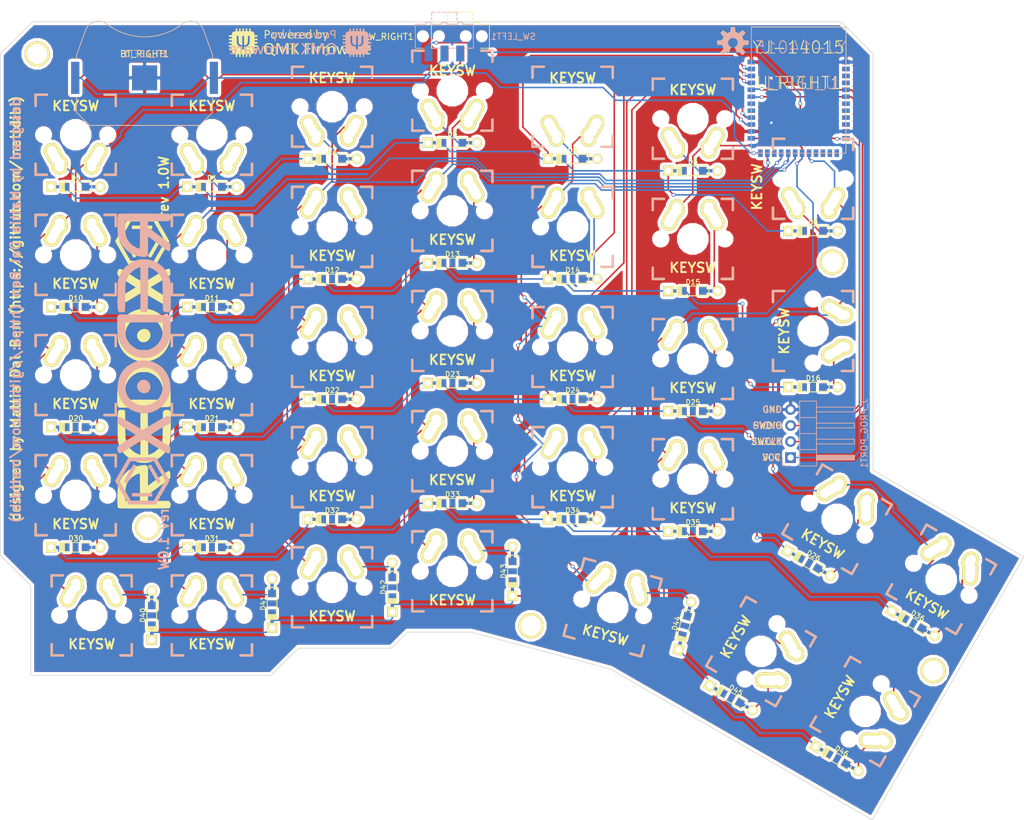
<source format=kicad_pcb>
(kicad_pcb (version 20171130) (host pcbnew 5.0.0-fee4fd1~66~ubuntu18.04.1)
  (title_block (title "Redox keyboard PCB") (date 2018-05-05) (rev 1.0) (comment 1 "designed by Mattia Dal Ben (aka u/TiaMaT102)") (comment 2 https://github.com/mattdibi/redox-keyboard))
  (layers (0 F.Cu signal) (31 B.Cu signal) (34 B.Paste user) (35 F.Paste user) (36 B.SilkS user) (37 F.SilkS user) (38 B.Mask user) (39 F.Mask user) (44 Edge.Cuts user))
  (net 0 "")
  (net 1 "Net-(D0-Pad2)")
  (net 2 row0)
  (net 3 "Net-(D1-Pad2)")
  (net 4 "Net-(D2-Pad2)")
  (net 5 "Net-(D3-Pad2)")
  (net 6 "Net-(D4-Pad2)")
  (net 7 "Net-(D5-Pad2)")
  (net 8 "Net-(D6-Pad2)")
  (net 9 "Net-(D10-Pad2)")
  (net 10 row1)
  (net 11 "Net-(D11-Pad2)")
  (net 12 "Net-(D12-Pad2)")
  (net 13 "Net-(D13-Pad2)")
  (net 14 "Net-(D14-Pad2)")
  (net 15 "Net-(D15-Pad2)")
  (net 16 "Net-(D16-Pad2)")
  (net 17 "Net-(D20-Pad2)")
  (net 18 row2)
  (net 19 "Net-(D21-Pad2)")
  (net 20 "Net-(D22-Pad2)")
  (net 21 "Net-(D23-Pad2)")
  (net 22 "Net-(D24-Pad2)")
  (net 23 "Net-(D25-Pad2)")
  (net 24 "Net-(D26-Pad2)")
  (net 25 "Net-(D30-Pad2)")
  (net 26 row3)
  (net 27 "Net-(D31-Pad2)")
  (net 28 "Net-(D32-Pad2)")
  (net 29 "Net-(D33-Pad2)")
  (net 30 "Net-(D34-Pad2)")
  (net 31 "Net-(D35-Pad2)")
  (net 32 "Net-(D36-Pad2)")
  (net 33 "Net-(D40-Pad2)")
  (net 34 row4)
  (net 35 "Net-(D41-Pad2)")
  (net 36 "Net-(D42-Pad2)")
  (net 37 "Net-(D43-Pad2)")
  (net 38 "Net-(D44-Pad2)")
  (net 39 "Net-(D45-Pad2)")
  (net 40 "Net-(D46-Pad2)")
  (net 41 col0)
  (net 42 col1)
  (net 43 col2)
  (net 44 col3)
  (net 45 col4)
  (net 46 col5)
  (net 47 col6)
  (net 48 VCC)
  (net 49 GND)
  (net 50 "Net-(BT_LEFT1-Pad1)")
  (net 51 "Net-(BT_RIGHT1-Pad1)")
  (net 52 SWCLK)
  (net 53 SWDIO)
  (net 54 "Net-(SW_LEFT1-Pad3)")
  (net 55 "Net-(SW_RIGHT1-Pad3)")
  (net 56 "Net-(U_LEFT1-Pad8)")
  (net 57 "Net-(U_LEFT1-Pad7)")
  (net 58 "Net-(U_LEFT1-Pad6)")
  (net 59 "Net-(U_LEFT1-Pad5)")
  (net 60 "Net-(U_LEFT1-Pad36)")
  (net 61 "Net-(U_LEFT1-Pad30)")
  (net 62 "Net-(U_LEFT1-Pad29)")
  (net 63 "Net-(U_LEFT1-Pad26)")
  (net 64 "Net-(U_LEFT1-Pad25)")
  (net 65 "Net-(U_LEFT1-Pad22)")
  (net 66 "Net-(U_LEFT1-Pad15)")
  (net 67 "Net-(U_RIGHT1-Pad8)")
  (net 68 "Net-(U_RIGHT1-Pad7)")
  (net 69 "Net-(U_RIGHT1-Pad6)")
  (net 70 "Net-(U_RIGHT1-Pad5)")
  (net 71 "Net-(U_RIGHT1-Pad36)")
  (net 72 "Net-(U_RIGHT1-Pad30)")
  (net 73 "Net-(U_RIGHT1-Pad29)")
  (net 74 "Net-(U_RIGHT1-Pad26)")
  (net 75 "Net-(U_RIGHT1-Pad25)")
  (net 76 "Net-(U_RIGHT1-Pad22)")
  (net 77 "Net-(U_RIGHT1-Pad15)")
  (net 78 "Net-(U_LEFT1-Pad13)")
  (net 79 "Net-(U_LEFT1-Pad10)")
  (net 80 "Net-(U_LEFT1-Pad9)")
  (net 81 "Net-(U_LEFT1-Pad4)")
  (net 82 "Net-(U_LEFT1-Pad3)")
  (net 83 "Net-(U_LEFT1-Pad2)")
  (net 84 "Net-(U_LEFT1-Pad16)")
  (net 85 "Net-(U_LEFT1-Pad14)")
  (net 86 "Net-(U_RIGHT1-Pad35)")
  (net 87 "Net-(U_RIGHT1-Pad34)")
  (net 88 "Net-(U_RIGHT1-Pad33)")
  (net 89 "Net-(U_RIGHT1-Pad28)")
  (net 90 "Net-(U_RIGHT1-Pad27)")
  (net 91 "Net-(U_RIGHT1-Pad24)")
  (net 92 "Net-(U_RIGHT1-Pad23)")
  (net 93 "Net-(U_RIGHT1-Pad21)")
  (module YJ-14015:MY-YJ-14015-Module (layer B.Cu) (at 205.994 69.596 180)
    (fp_text reference U_LEFT1 (at -0.254 11.1252 180) (layer B.SilkS) (effects (font (size 1.9304 1.9304) (thickness 0.1524)) (justify mirror)))
    (fp_text value YJ-14015 (at -0.254 16.764 180) (layer B.SilkS) (effects (font (size 1.9304 1.9304) (thickness 0.1524)) (justify mirror)))
    (pad 12 smd rect (at -7.49808 2.3495 90) (size 0.6985 1.19888) (layers B.Cu B.Paste B.Mask) (net 48 VCC))
    (pad 31 smd rect (at 7.49808 8.94842 90) (size 0.6985 1.19888) (layers B.Cu B.Paste B.Mask) (net 53 SWDIO))
    (pad 32 smd rect (at 7.49808 10.04824 90) (size 0.6985 1.19888) (layers B.Cu B.Paste B.Mask) (net 52 SWCLK))
    (pad 13 smd rect (at -6.04774 0 90) (size 1.19888 0.6985) (layers B.Cu B.Paste B.Mask) (net 78 "Net-(U_LEFT1-Pad13)"))
    (pad 10 smd rect (at -7.49808 4.54914 90) (size 0.6985 1.19888) (layers B.Cu B.Paste B.Mask) (net 79 "Net-(U_LEFT1-Pad10)"))
    (pad 9 smd rect (at -7.49808 5.64896 90) (size 0.6985 1.19888) (layers B.Cu B.Paste B.Mask) (net 80 "Net-(U_LEFT1-Pad9)"))
    (pad 8 smd rect (at -7.49808 6.74878 90) (size 0.6985 1.19888) (layers B.Cu B.Paste B.Mask) (net 56 "Net-(U_LEFT1-Pad8)"))
    (pad 7 smd rect (at -7.49808 7.8486 90) (size 0.6985 1.19888) (layers B.Cu B.Paste B.Mask) (net 57 "Net-(U_LEFT1-Pad7)"))
    (pad 6 smd rect (at -7.49808 8.94842 90) (size 0.6985 1.19888) (layers B.Cu B.Paste B.Mask) (net 58 "Net-(U_LEFT1-Pad6)"))
    (pad 5 smd rect (at -7.49808 10.04824 90) (size 0.6985 1.19888) (layers B.Cu B.Paste B.Mask) (net 59 "Net-(U_LEFT1-Pad5)"))
    (pad 4 smd rect (at -7.49808 11.14806 90) (size 0.6985 1.19888) (layers B.Cu B.Paste B.Mask) (net 81 "Net-(U_LEFT1-Pad4)"))
    (pad 3 smd rect (at -7.49808 12.24788 90) (size 0.6985 1.19888) (layers B.Cu B.Paste B.Mask) (net 82 "Net-(U_LEFT1-Pad3)"))
    (pad 2 smd rect (at -7.49808 13.3477 90) (size 0.6985 1.19888) (layers B.Cu B.Paste B.Mask) (net 83 "Net-(U_LEFT1-Pad2)"))
    (pad 36 smd rect (at 7.49808 14.44752 90) (size 0.6985 1.19888) (layers B.Cu B.Paste B.Mask) (net 60 "Net-(U_LEFT1-Pad36)"))
    (pad 35 smd rect (at 7.49808 13.3477 90) (size 0.6985 1.19888) (layers B.Cu B.Paste B.Mask) (net 2 row0))
    (pad 34 smd rect (at 7.49808 12.24788 90) (size 0.6985 1.19888) (layers B.Cu B.Paste B.Mask) (net 10 row1))
    (pad 33 smd rect (at 7.49808 11.14806 90) (size 0.6985 1.19888) (layers B.Cu B.Paste B.Mask) (net 18 row2))
    (pad 30 smd rect (at 7.49808 7.8486 90) (size 0.6985 1.19888) (layers B.Cu B.Paste B.Mask) (net 61 "Net-(U_LEFT1-Pad30)"))
    (pad 29 smd rect (at 7.49808 6.74878 90) (size 0.6985 1.19888) (layers B.Cu B.Paste B.Mask) (net 62 "Net-(U_LEFT1-Pad29)"))
    (pad 28 smd rect (at 7.49808 5.64896 90) (size 0.6985 1.19888) (layers B.Cu B.Paste B.Mask) (net 26 row3))
    (pad 27 smd rect (at 7.49808 4.54914 90) (size 0.6985 1.19888) (layers B.Cu B.Paste B.Mask) (net 34 row4))
    (pad 26 smd rect (at 7.49808 3.44932 90) (size 0.6985 1.19888) (layers B.Cu B.Paste B.Mask) (net 63 "Net-(U_LEFT1-Pad26)"))
    (pad 25 smd rect (at 7.49808 2.3495 90) (size 0.6985 1.19888) (layers B.Cu B.Paste B.Mask) (net 64 "Net-(U_LEFT1-Pad25)"))
    (pad 24 smd rect (at 6.04774 0 90) (size 1.19888 0.6985) (layers B.Cu B.Paste B.Mask) (net 41 col0))
    (pad 23 smd rect (at 4.94792 0 90) (size 1.19888 0.6985) (layers B.Cu B.Paste B.Mask) (net 42 col1))
    (pad 22 smd rect (at 3.8481 0 90) (size 1.19888 0.6985) (layers B.Cu B.Paste B.Mask) (net 65 "Net-(U_LEFT1-Pad22)"))
    (pad 21 smd rect (at 2.74828 0 90) (size 1.19888 0.6985) (layers B.Cu B.Paste B.Mask) (net 43 col2))
    (pad 20 smd rect (at 1.64846 0 90) (size 1.19888 0.6985) (layers B.Cu B.Paste B.Mask) (net 44 col3))
    (pad 19 smd rect (at 0.54864 0 90) (size 1.19888 0.6985) (layers B.Cu B.Paste B.Mask) (net 45 col4))
    (pad 18 smd rect (at -0.54864 0 90) (size 1.19888 0.6985) (layers B.Cu B.Paste B.Mask) (net 46 col5))
    (pad 17 smd rect (at -1.64846 0 90) (size 1.19888 0.6985) (layers B.Cu B.Paste B.Mask) (net 47 col6))
    (pad 16 smd rect (at -2.74828 0 90) (size 1.19888 0.6985) (layers B.Cu B.Paste B.Mask) (net 84 "Net-(U_LEFT1-Pad16)"))
    (pad 15 smd rect (at -3.8481 0 90) (size 1.19888 0.6985) (layers B.Cu B.Paste B.Mask) (net 66 "Net-(U_LEFT1-Pad15)"))
    (pad 14 smd rect (at -4.94792 0 90) (size 1.19888 0.6985) (layers B.Cu B.Paste B.Mask) (net 85 "Net-(U_LEFT1-Pad14)"))
    (pad 1 smd rect (at -7.49808 14.44752 90) (size 0.6985 1.19888) (layers B.Cu B.Paste B.Mask) (net 49 GND))
    (pad 11 smd rect (at -7.49808 3.44932 90) (size 0.6985 1.19888) (layers B.Cu B.Paste B.Mask) (net 49 GND))
  )
  (module YJ-14015:MY-YJ-14015-Module (layer F.Cu) (at 205.994 69.596)
    (fp_text reference U_RIGHT1 (at 0 -11.1252) (layer F.SilkS) (effects (font (size 1.9304 1.9304) (thickness 0.1524))))
    (fp_text value YJ-14015 (at 0 -16.764) (layer F.SilkS) (effects (font (size 1.9304 1.9304) (thickness 0.1524))))
    (pad 12 smd rect (at -7.49808 -2.3495 90) (size 0.6985 1.19888) (layers F.Cu F.Paste F.Mask) (net 48 VCC))
    (pad 31 smd rect (at 7.49808 -8.94842 90) (size 0.6985 1.19888) (layers F.Cu F.Paste F.Mask) (net 53 SWDIO))
    (pad 32 smd rect (at 7.49808 -10.04824 90) (size 0.6985 1.19888) (layers F.Cu F.Paste F.Mask) (net 52 SWCLK))
    (pad 13 smd rect (at -6.04774 0 90) (size 1.19888 0.6985) (layers F.Cu F.Paste F.Mask) (net 41 col0))
    (pad 10 smd rect (at -7.49808 -4.54914 90) (size 0.6985 1.19888) (layers F.Cu F.Paste F.Mask) (net 34 row4))
    (pad 9 smd rect (at -7.49808 -5.64896 90) (size 0.6985 1.19888) (layers F.Cu F.Paste F.Mask) (net 26 row3))
    (pad 8 smd rect (at -7.49808 -6.74878 90) (size 0.6985 1.19888) (layers F.Cu F.Paste F.Mask) (net 67 "Net-(U_RIGHT1-Pad8)"))
    (pad 7 smd rect (at -7.49808 -7.8486 90) (size 0.6985 1.19888) (layers F.Cu F.Paste F.Mask) (net 68 "Net-(U_RIGHT1-Pad7)"))
    (pad 6 smd rect (at -7.49808 -8.94842 90) (size 0.6985 1.19888) (layers F.Cu F.Paste F.Mask) (net 69 "Net-(U_RIGHT1-Pad6)"))
    (pad 5 smd rect (at -7.49808 -10.04824 90) (size 0.6985 1.19888) (layers F.Cu F.Paste F.Mask) (net 70 "Net-(U_RIGHT1-Pad5)"))
    (pad 4 smd rect (at -7.49808 -11.14806 90) (size 0.6985 1.19888) (layers F.Cu F.Paste F.Mask) (net 18 row2))
    (pad 3 smd rect (at -7.49808 -12.24788 90) (size 0.6985 1.19888) (layers F.Cu F.Paste F.Mask) (net 10 row1))
    (pad 2 smd rect (at -7.49808 -13.3477 90) (size 0.6985 1.19888) (layers F.Cu F.Paste F.Mask) (net 2 row0))
    (pad 36 smd rect (at 7.49808 -14.44752 90) (size 0.6985 1.19888) (layers F.Cu F.Paste F.Mask) (net 71 "Net-(U_RIGHT1-Pad36)"))
    (pad 35 smd rect (at 7.49808 -13.3477 90) (size 0.6985 1.19888) (layers F.Cu F.Paste F.Mask) (net 86 "Net-(U_RIGHT1-Pad35)"))
    (pad 34 smd rect (at 7.49808 -12.24788 90) (size 0.6985 1.19888) (layers F.Cu F.Paste F.Mask) (net 87 "Net-(U_RIGHT1-Pad34)"))
    (pad 33 smd rect (at 7.49808 -11.14806 90) (size 0.6985 1.19888) (layers F.Cu F.Paste F.Mask) (net 88 "Net-(U_RIGHT1-Pad33)"))
    (pad 30 smd rect (at 7.49808 -7.8486 90) (size 0.6985 1.19888) (layers F.Cu F.Paste F.Mask) (net 72 "Net-(U_RIGHT1-Pad30)"))
    (pad 29 smd rect (at 7.49808 -6.74878 90) (size 0.6985 1.19888) (layers F.Cu F.Paste F.Mask) (net 73 "Net-(U_RIGHT1-Pad29)"))
    (pad 28 smd rect (at 7.49808 -5.64896 90) (size 0.6985 1.19888) (layers F.Cu F.Paste F.Mask) (net 89 "Net-(U_RIGHT1-Pad28)"))
    (pad 27 smd rect (at 7.49808 -4.54914 90) (size 0.6985 1.19888) (layers F.Cu F.Paste F.Mask) (net 90 "Net-(U_RIGHT1-Pad27)"))
    (pad 26 smd rect (at 7.49808 -3.44932 90) (size 0.6985 1.19888) (layers F.Cu F.Paste F.Mask) (net 74 "Net-(U_RIGHT1-Pad26)"))
    (pad 25 smd rect (at 7.49808 -2.3495 90) (size 0.6985 1.19888) (layers F.Cu F.Paste F.Mask) (net 75 "Net-(U_RIGHT1-Pad25)"))
    (pad 24 smd rect (at 6.04774 0 90) (size 1.19888 0.6985) (layers F.Cu F.Paste F.Mask) (net 91 "Net-(U_RIGHT1-Pad24)"))
    (pad 23 smd rect (at 4.94792 0 90) (size 1.19888 0.6985) (layers F.Cu F.Paste F.Mask) (net 92 "Net-(U_RIGHT1-Pad23)"))
    (pad 22 smd rect (at 3.8481 0 90) (size 1.19888 0.6985) (layers F.Cu F.Paste F.Mask) (net 76 "Net-(U_RIGHT1-Pad22)"))
    (pad 21 smd rect (at 2.74828 0 90) (size 1.19888 0.6985) (layers F.Cu F.Paste F.Mask) (net 93 "Net-(U_RIGHT1-Pad21)"))
    (pad 20 smd rect (at 1.64846 0 90) (size 1.19888 0.6985) (layers F.Cu F.Paste F.Mask) (net 47 col6))
    (pad 19 smd rect (at 0.54864 0 90) (size 1.19888 0.6985) (layers F.Cu F.Paste F.Mask) (net 46 col5))
    (pad 18 smd rect (at -0.54864 0 90) (size 1.19888 0.6985) (layers F.Cu F.Paste F.Mask) (net 45 col4))
    (pad 17 smd rect (at -1.64846 0 90) (size 1.19888 0.6985) (layers F.Cu F.Paste F.Mask) (net 44 col3))
    (pad 16 smd rect (at -2.74828 0 90) (size 1.19888 0.6985) (layers F.Cu F.Paste F.Mask) (net 43 col2))
    (pad 15 smd rect (at -3.8481 0 90) (size 1.19888 0.6985) (layers F.Cu F.Paste F.Mask) (net 77 "Net-(U_RIGHT1-Pad15)"))
    (pad 14 smd rect (at -4.94792 0 90) (size 1.19888 0.6985) (layers F.Cu F.Paste F.Mask) (net 42 col1))
    (pad 1 smd rect (at -7.49808 -14.44752 90) (size 0.6985 1.19888) (layers F.Cu F.Paste F.Mask) (net 49 GND))
    (pad 11 smd rect (at -7.49808 -3.44932 90) (size 0.6985 1.19888) (layers F.Cu F.Paste F.Mask) (net 49 GND))
  )
  (module Sparkfun-Aesthetics:OSHW-LOGO-M (layer B.Cu) (at 195.58 52.07 180)
    (fp_text reference "" (at 0 0 180) (layer B.SilkS) (effects (font (size 1.524 1.524)) (justify mirror)))
    (fp_text value "" (at 0 0 180) (layer B.SilkS) (effects (font (size 1.524 1.524)) (justify mirror)))
  )
  (module myparts:qmk-badge (layer B.Cu) (at 127 52.07 180)
    (fp_text reference G*** hide)
    (fp_text value LOGO hide)
  )
  (module keyboard_parts:HOLE_M3 (layer F.Cu) (at 163.576 144.526)
    (fp_text reference HOLE_M3 hide)
    (fp_text value VAL** hide)
    (pad 1 thru_hole circle (at 0 0) (size 4 4) (drill 3.2) (layers *.Cu *.Mask F.SilkS))
  )
  (module keyboard_parts:HOLE_M3 (layer F.Cu) (at 227.33 151.638)
    (fp_text reference HOLE_M3 hide)
    (fp_text value VAL** hide)
    (pad 1 thru_hole circle (at 0 0) (size 4 4) (drill 3.2) (layers *.Cu *.Mask F.SilkS))
  )
  (module keyboard_parts:HOLE_M3 (layer F.Cu) (at 85.344 53.848)
    (fp_text reference HOLE_M3 hide)
    (fp_text value VAL** hide)
    (pad 1 thru_hole circle (at 0 0) (size 4 4) (drill 3.2) (layers *.Cu *.Mask F.SilkS))
  )
  (module keyboard_parts:HOLE_M3 (layer F.Cu) (at 211.328 86.868)
    (fp_text reference HOLE_M3 hide)
    (fp_text value VAL** hide)
    (pad 1 thru_hole circle (at 0 0) (size 4 4) (drill 3.2) (layers *.Cu *.Mask F.SilkS))
  )
  (module Connector_PinHeader_2.54mm:PinHeader_1x04_P2.54mm_Horizontal (layer B.Cu) (at 204.724 117.856)
    (fp_text reference J_PROG_PORT1 (at 11.684 -3.81 90) (layer B.SilkS) (effects (justify mirror)))
    (fp_text value Conn_01x04_Male)
    (pad 4 thru_hole oval (at 0 -7.62) (size 1.7 1.7) (drill 1) (layers *.Cu *.Mask) (net 49 GND))
    (pad 3 thru_hole oval (at 0 -5.08) (size 1.7 1.7) (drill 1) (layers *.Cu *.Mask) (net 53 SWDIO))
    (pad 2 thru_hole oval (at 0 -2.54) (size 1.7 1.7) (drill 1) (layers *.Cu *.Mask) (net 52 SWCLK))
    (pad 1 thru_hole rect (at 0 0) (size 1.7 1.7) (drill 1) (layers *.Cu *.Mask) (net 48 VCC))
  )
  (module Keebio-Parts:Diode-dual (layer F.Cu) (at 91.44 74.93 180)
    (fp_text reference D0 (at -0.0254 1.4 180) (layer F.SilkS) (effects (font (size 0.8 0.8))))
    (fp_text value D hide)
    (pad 2 smd rect (at -2.7 0 180) (size 2.5 0.5) (layers B.Cu) (net 1 "Net-(D0-Pad2)"))
    (pad 2 smd rect (at -1.575 0 180) (size 1.2 1.2) (layers B.Cu B.Paste B.Mask) (net 1 "Net-(D0-Pad2)"))
    (pad 1 smd rect (at 1.575 0 180) (size 1.2 1.2) (layers B.Cu B.Paste B.Mask) (net 2 row0))
    (pad 1 smd rect (at 2.7 0 180) (size 2.5 0.5) (layers B.Cu) (net 2 row0))
    (pad 1 smd rect (at 1.575 0 180) (size 1.2 1.2) (layers F.Cu F.Paste F.Mask) (net 2 row0))
    (pad 2 smd rect (at -1.575 0 180) (size 1.2 1.2) (layers F.Cu F.Paste F.Mask) (net 1 "Net-(D0-Pad2)"))
    (pad 2 thru_hole circle (at -3.9 0 180) (size 1.6 1.6) (drill 1) (layers *.Cu *.Mask F.SilkS) (net 1 "Net-(D0-Pad2)"))
    (pad 1 thru_hole rect (at 3.9 0 180) (size 1.6 1.6) (drill 1) (layers *.Cu *.Mask F.SilkS) (net 2 row0))
    (pad 2 smd rect (at -2.7 0 180) (size 2.5 0.5) (layers F.Cu) (net 1 "Net-(D0-Pad2)"))
    (pad 1 smd rect (at 2.7 0 180) (size 2.5 0.5) (layers F.Cu) (net 2 row0))
  )
  (module Keebio-Parts:Diode-dual (layer F.Cu) (at 113.03 74.93 180)
    (fp_text reference D1 (at -0.0254 1.4 180) (layer F.SilkS) (effects (font (size 0.8 0.8))))
    (fp_text value D hide)
    (pad 2 smd rect (at -2.7 0 180) (size 2.5 0.5) (layers B.Cu) (net 3 "Net-(D1-Pad2)"))
    (pad 2 smd rect (at -1.575 0 180) (size 1.2 1.2) (layers B.Cu B.Paste B.Mask) (net 3 "Net-(D1-Pad2)"))
    (pad 1 smd rect (at 1.575 0 180) (size 1.2 1.2) (layers B.Cu B.Paste B.Mask) (net 2 row0))
    (pad 1 smd rect (at 2.7 0 180) (size 2.5 0.5) (layers B.Cu) (net 2 row0))
    (pad 1 smd rect (at 1.575 0 180) (size 1.2 1.2) (layers F.Cu F.Paste F.Mask) (net 2 row0))
    (pad 2 smd rect (at -1.575 0 180) (size 1.2 1.2) (layers F.Cu F.Paste F.Mask) (net 3 "Net-(D1-Pad2)"))
    (pad 2 thru_hole circle (at -3.9 0 180) (size 1.6 1.6) (drill 1) (layers *.Cu *.Mask F.SilkS) (net 3 "Net-(D1-Pad2)"))
    (pad 1 thru_hole rect (at 3.9 0 180) (size 1.6 1.6) (drill 1) (layers *.Cu *.Mask F.SilkS) (net 2 row0))
    (pad 2 smd rect (at -2.7 0 180) (size 2.5 0.5) (layers F.Cu) (net 3 "Net-(D1-Pad2)"))
    (pad 1 smd rect (at 2.7 0 180) (size 2.5 0.5) (layers F.Cu) (net 2 row0))
  )
  (module Keebio-Parts:Diode-dual (layer F.Cu) (at 132.08 70.485 180)
    (fp_text reference D2 (at -0.0254 1.4 180) (layer F.SilkS) (effects (font (size 0.8 0.8))))
    (fp_text value D hide)
    (pad 2 smd rect (at -2.7 0 180) (size 2.5 0.5) (layers B.Cu) (net 4 "Net-(D2-Pad2)"))
    (pad 2 smd rect (at -1.575 0 180) (size 1.2 1.2) (layers B.Cu B.Paste B.Mask) (net 4 "Net-(D2-Pad2)"))
    (pad 1 smd rect (at 1.575 0 180) (size 1.2 1.2) (layers B.Cu B.Paste B.Mask) (net 2 row0))
    (pad 1 smd rect (at 2.7 0 180) (size 2.5 0.5) (layers B.Cu) (net 2 row0))
    (pad 1 smd rect (at 1.575 0 180) (size 1.2 1.2) (layers F.Cu F.Paste F.Mask) (net 2 row0))
    (pad 2 smd rect (at -1.575 0 180) (size 1.2 1.2) (layers F.Cu F.Paste F.Mask) (net 4 "Net-(D2-Pad2)"))
    (pad 2 thru_hole circle (at -3.9 0 180) (size 1.6 1.6) (drill 1) (layers *.Cu *.Mask F.SilkS) (net 4 "Net-(D2-Pad2)"))
    (pad 1 thru_hole rect (at 3.9 0 180) (size 1.6 1.6) (drill 1) (layers *.Cu *.Mask F.SilkS) (net 2 row0))
    (pad 2 smd rect (at -2.7 0 180) (size 2.5 0.5) (layers F.Cu) (net 4 "Net-(D2-Pad2)"))
    (pad 1 smd rect (at 2.7 0 180) (size 2.5 0.5) (layers F.Cu) (net 2 row0))
  )
  (module Keebio-Parts:Diode-dual (layer F.Cu) (at 151.13 67.945 180)
    (fp_text reference D3 (at -0.0254 1.4 180) (layer F.SilkS) (effects (font (size 0.8 0.8))))
    (fp_text value D hide)
    (pad 2 smd rect (at -2.7 0 180) (size 2.5 0.5) (layers B.Cu) (net 5 "Net-(D3-Pad2)"))
    (pad 2 smd rect (at -1.575 0 180) (size 1.2 1.2) (layers B.Cu B.Paste B.Mask) (net 5 "Net-(D3-Pad2)"))
    (pad 1 smd rect (at 1.575 0 180) (size 1.2 1.2) (layers B.Cu B.Paste B.Mask) (net 2 row0))
    (pad 1 smd rect (at 2.7 0 180) (size 2.5 0.5) (layers B.Cu) (net 2 row0))
    (pad 1 smd rect (at 1.575 0 180) (size 1.2 1.2) (layers F.Cu F.Paste F.Mask) (net 2 row0))
    (pad 2 smd rect (at -1.575 0 180) (size 1.2 1.2) (layers F.Cu F.Paste F.Mask) (net 5 "Net-(D3-Pad2)"))
    (pad 2 thru_hole circle (at -3.9 0 180) (size 1.6 1.6) (drill 1) (layers *.Cu *.Mask F.SilkS) (net 5 "Net-(D3-Pad2)"))
    (pad 1 thru_hole rect (at 3.9 0 180) (size 1.6 1.6) (drill 1) (layers *.Cu *.Mask F.SilkS) (net 2 row0))
    (pad 2 smd rect (at -2.7 0 180) (size 2.5 0.5) (layers F.Cu) (net 5 "Net-(D3-Pad2)"))
    (pad 1 smd rect (at 2.7 0 180) (size 2.5 0.5) (layers F.Cu) (net 2 row0))
  )
  (module Keebio-Parts:Diode-dual (layer F.Cu) (at 170.18 70.485 180)
    (fp_text reference D4 (at -0.0254 1.4 180) (layer F.SilkS) (effects (font (size 0.8 0.8))))
    (fp_text value D hide)
    (pad 2 smd rect (at -2.7 0 180) (size 2.5 0.5) (layers B.Cu) (net 6 "Net-(D4-Pad2)"))
    (pad 2 smd rect (at -1.575 0 180) (size 1.2 1.2) (layers B.Cu B.Paste B.Mask) (net 6 "Net-(D4-Pad2)"))
    (pad 1 smd rect (at 1.575 0 180) (size 1.2 1.2) (layers B.Cu B.Paste B.Mask) (net 2 row0))
    (pad 1 smd rect (at 2.7 0 180) (size 2.5 0.5) (layers B.Cu) (net 2 row0))
    (pad 1 smd rect (at 1.575 0 180) (size 1.2 1.2) (layers F.Cu F.Paste F.Mask) (net 2 row0))
    (pad 2 smd rect (at -1.575 0 180) (size 1.2 1.2) (layers F.Cu F.Paste F.Mask) (net 6 "Net-(D4-Pad2)"))
    (pad 2 thru_hole circle (at -3.9 0 180) (size 1.6 1.6) (drill 1) (layers *.Cu *.Mask F.SilkS) (net 6 "Net-(D4-Pad2)"))
    (pad 1 thru_hole rect (at 3.9 0 180) (size 1.6 1.6) (drill 1) (layers *.Cu *.Mask F.SilkS) (net 2 row0))
    (pad 2 smd rect (at -2.7 0 180) (size 2.5 0.5) (layers F.Cu) (net 6 "Net-(D4-Pad2)"))
    (pad 1 smd rect (at 2.7 0 180) (size 2.5 0.5) (layers F.Cu) (net 2 row0))
  )
  (module Keebio-Parts:Diode-dual (layer F.Cu) (at 189.23 72.39 180)
    (fp_text reference D5 (at -0.0254 1.4 180) (layer F.SilkS) (effects (font (size 0.8 0.8))))
    (fp_text value D hide)
    (pad 2 smd rect (at -2.7 0 180) (size 2.5 0.5) (layers B.Cu) (net 7 "Net-(D5-Pad2)"))
    (pad 2 smd rect (at -1.575 0 180) (size 1.2 1.2) (layers B.Cu B.Paste B.Mask) (net 7 "Net-(D5-Pad2)"))
    (pad 1 smd rect (at 1.575 0 180) (size 1.2 1.2) (layers B.Cu B.Paste B.Mask) (net 2 row0))
    (pad 1 smd rect (at 2.7 0 180) (size 2.5 0.5) (layers B.Cu) (net 2 row0))
    (pad 1 smd rect (at 1.575 0 180) (size 1.2 1.2) (layers F.Cu F.Paste F.Mask) (net 2 row0))
    (pad 2 smd rect (at -1.575 0 180) (size 1.2 1.2) (layers F.Cu F.Paste F.Mask) (net 7 "Net-(D5-Pad2)"))
    (pad 2 thru_hole circle (at -3.9 0 180) (size 1.6 1.6) (drill 1) (layers *.Cu *.Mask F.SilkS) (net 7 "Net-(D5-Pad2)"))
    (pad 1 thru_hole rect (at 3.9 0 180) (size 1.6 1.6) (drill 1) (layers *.Cu *.Mask F.SilkS) (net 2 row0))
    (pad 2 smd rect (at -2.7 0 180) (size 2.5 0.5) (layers F.Cu) (net 7 "Net-(D5-Pad2)"))
    (pad 1 smd rect (at 2.7 0 180) (size 2.5 0.5) (layers F.Cu) (net 2 row0))
  )
  (module Keebio-Parts:Diode-dual (layer F.Cu) (at 208.28 81.915 180)
    (fp_text reference D6 (at -0.0254 1.4 180) (layer F.SilkS) (effects (font (size 0.8 0.8))))
    (fp_text value D hide)
    (pad 2 smd rect (at -2.7 0 180) (size 2.5 0.5) (layers B.Cu) (net 8 "Net-(D6-Pad2)"))
    (pad 2 smd rect (at -1.575 0 180) (size 1.2 1.2) (layers B.Cu B.Paste B.Mask) (net 8 "Net-(D6-Pad2)"))
    (pad 1 smd rect (at 1.575 0 180) (size 1.2 1.2) (layers B.Cu B.Paste B.Mask) (net 2 row0))
    (pad 1 smd rect (at 2.7 0 180) (size 2.5 0.5) (layers B.Cu) (net 2 row0))
    (pad 1 smd rect (at 1.575 0 180) (size 1.2 1.2) (layers F.Cu F.Paste F.Mask) (net 2 row0))
    (pad 2 smd rect (at -1.575 0 180) (size 1.2 1.2) (layers F.Cu F.Paste F.Mask) (net 8 "Net-(D6-Pad2)"))
    (pad 2 thru_hole circle (at -3.9 0 180) (size 1.6 1.6) (drill 1) (layers *.Cu *.Mask F.SilkS) (net 8 "Net-(D6-Pad2)"))
    (pad 1 thru_hole rect (at 3.9 0 180) (size 1.6 1.6) (drill 1) (layers *.Cu *.Mask F.SilkS) (net 2 row0))
    (pad 2 smd rect (at -2.7 0 180) (size 2.5 0.5) (layers F.Cu) (net 8 "Net-(D6-Pad2)"))
    (pad 1 smd rect (at 2.7 0 180) (size 2.5 0.5) (layers F.Cu) (net 2 row0))
  )
  (module Keebio-Parts:Diode-dual (layer F.Cu) (at 91.44 93.98 180)
    (fp_text reference D10 (at -0.0254 1.4 180) (layer F.SilkS) (effects (font (size 0.8 0.8))))
    (fp_text value D hide)
    (pad 2 smd rect (at -2.7 0 180) (size 2.5 0.5) (layers B.Cu) (net 9 "Net-(D10-Pad2)"))
    (pad 2 smd rect (at -1.575 0 180) (size 1.2 1.2) (layers B.Cu B.Paste B.Mask) (net 9 "Net-(D10-Pad2)"))
    (pad 1 smd rect (at 1.575 0 180) (size 1.2 1.2) (layers B.Cu B.Paste B.Mask) (net 10 row1))
    (pad 1 smd rect (at 2.7 0 180) (size 2.5 0.5) (layers B.Cu) (net 10 row1))
    (pad 1 smd rect (at 1.575 0 180) (size 1.2 1.2) (layers F.Cu F.Paste F.Mask) (net 10 row1))
    (pad 2 smd rect (at -1.575 0 180) (size 1.2 1.2) (layers F.Cu F.Paste F.Mask) (net 9 "Net-(D10-Pad2)"))
    (pad 2 thru_hole circle (at -3.9 0 180) (size 1.6 1.6) (drill 1) (layers *.Cu *.Mask F.SilkS) (net 9 "Net-(D10-Pad2)"))
    (pad 1 thru_hole rect (at 3.9 0 180) (size 1.6 1.6) (drill 1) (layers *.Cu *.Mask F.SilkS) (net 10 row1))
    (pad 2 smd rect (at -2.7 0 180) (size 2.5 0.5) (layers F.Cu) (net 9 "Net-(D10-Pad2)"))
    (pad 1 smd rect (at 2.7 0 180) (size 2.5 0.5) (layers F.Cu) (net 10 row1))
  )
  (module Keebio-Parts:Diode-dual (layer F.Cu) (at 113.03 93.98 180)
    (fp_text reference D11 (at -0.0254 1.4 180) (layer F.SilkS) (effects (font (size 0.8 0.8))))
    (fp_text value D hide)
    (pad 2 smd rect (at -2.7 0 180) (size 2.5 0.5) (layers B.Cu) (net 11 "Net-(D11-Pad2)"))
    (pad 2 smd rect (at -1.575 0 180) (size 1.2 1.2) (layers B.Cu B.Paste B.Mask) (net 11 "Net-(D11-Pad2)"))
    (pad 1 smd rect (at 1.575 0 180) (size 1.2 1.2) (layers B.Cu B.Paste B.Mask) (net 10 row1))
    (pad 1 smd rect (at 2.7 0 180) (size 2.5 0.5) (layers B.Cu) (net 10 row1))
    (pad 1 smd rect (at 1.575 0 180) (size 1.2 1.2) (layers F.Cu F.Paste F.Mask) (net 10 row1))
    (pad 2 smd rect (at -1.575 0 180) (size 1.2 1.2) (layers F.Cu F.Paste F.Mask) (net 11 "Net-(D11-Pad2)"))
    (pad 2 thru_hole circle (at -3.9 0 180) (size 1.6 1.6) (drill 1) (layers *.Cu *.Mask F.SilkS) (net 11 "Net-(D11-Pad2)"))
    (pad 1 thru_hole rect (at 3.9 0 180) (size 1.6 1.6) (drill 1) (layers *.Cu *.Mask F.SilkS) (net 10 row1))
    (pad 2 smd rect (at -2.7 0 180) (size 2.5 0.5) (layers F.Cu) (net 11 "Net-(D11-Pad2)"))
    (pad 1 smd rect (at 2.7 0 180) (size 2.5 0.5) (layers F.Cu) (net 10 row1))
  )
  (module Keebio-Parts:Diode-dual (layer F.Cu) (at 132.08 89.535 180)
    (fp_text reference D12 (at -0.0254 1.4 180) (layer F.SilkS) (effects (font (size 0.8 0.8))))
    (fp_text value D hide)
    (pad 2 smd rect (at -2.7 0 180) (size 2.5 0.5) (layers B.Cu) (net 12 "Net-(D12-Pad2)"))
    (pad 2 smd rect (at -1.575 0 180) (size 1.2 1.2) (layers B.Cu B.Paste B.Mask) (net 12 "Net-(D12-Pad2)"))
    (pad 1 smd rect (at 1.575 0 180) (size 1.2 1.2) (layers B.Cu B.Paste B.Mask) (net 10 row1))
    (pad 1 smd rect (at 2.7 0 180) (size 2.5 0.5) (layers B.Cu) (net 10 row1))
    (pad 1 smd rect (at 1.575 0 180) (size 1.2 1.2) (layers F.Cu F.Paste F.Mask) (net 10 row1))
    (pad 2 smd rect (at -1.575 0 180) (size 1.2 1.2) (layers F.Cu F.Paste F.Mask) (net 12 "Net-(D12-Pad2)"))
    (pad 2 thru_hole circle (at -3.9 0 180) (size 1.6 1.6) (drill 1) (layers *.Cu *.Mask F.SilkS) (net 12 "Net-(D12-Pad2)"))
    (pad 1 thru_hole rect (at 3.9 0 180) (size 1.6 1.6) (drill 1) (layers *.Cu *.Mask F.SilkS) (net 10 row1))
    (pad 2 smd rect (at -2.7 0 180) (size 2.5 0.5) (layers F.Cu) (net 12 "Net-(D12-Pad2)"))
    (pad 1 smd rect (at 2.7 0 180) (size 2.5 0.5) (layers F.Cu) (net 10 row1))
  )
  (module Keebio-Parts:Diode-dual (layer F.Cu) (at 151.13 86.995 180)
    (fp_text reference D13 (at -0.0254 1.4 180) (layer F.SilkS) (effects (font (size 0.8 0.8))))
    (fp_text value D hide)
    (pad 2 smd rect (at -2.7 0 180) (size 2.5 0.5) (layers B.Cu) (net 13 "Net-(D13-Pad2)"))
    (pad 2 smd rect (at -1.575 0 180) (size 1.2 1.2) (layers B.Cu B.Paste B.Mask) (net 13 "Net-(D13-Pad2)"))
    (pad 1 smd rect (at 1.575 0 180) (size 1.2 1.2) (layers B.Cu B.Paste B.Mask) (net 10 row1))
    (pad 1 smd rect (at 2.7 0 180) (size 2.5 0.5) (layers B.Cu) (net 10 row1))
    (pad 1 smd rect (at 1.575 0 180) (size 1.2 1.2) (layers F.Cu F.Paste F.Mask) (net 10 row1))
    (pad 2 smd rect (at -1.575 0 180) (size 1.2 1.2) (layers F.Cu F.Paste F.Mask) (net 13 "Net-(D13-Pad2)"))
    (pad 2 thru_hole circle (at -3.9 0 180) (size 1.6 1.6) (drill 1) (layers *.Cu *.Mask F.SilkS) (net 13 "Net-(D13-Pad2)"))
    (pad 1 thru_hole rect (at 3.9 0 180) (size 1.6 1.6) (drill 1) (layers *.Cu *.Mask F.SilkS) (net 10 row1))
    (pad 2 smd rect (at -2.7 0 180) (size 2.5 0.5) (layers F.Cu) (net 13 "Net-(D13-Pad2)"))
    (pad 1 smd rect (at 2.7 0 180) (size 2.5 0.5) (layers F.Cu) (net 10 row1))
  )
  (module Keebio-Parts:Diode-dual (layer F.Cu) (at 170.18 89.535 180)
    (fp_text reference D14 (at -0.0254 1.4 180) (layer F.SilkS) (effects (font (size 0.8 0.8))))
    (fp_text value D hide)
    (pad 2 smd rect (at -2.7 0 180) (size 2.5 0.5) (layers B.Cu) (net 14 "Net-(D14-Pad2)"))
    (pad 2 smd rect (at -1.575 0 180) (size 1.2 1.2) (layers B.Cu B.Paste B.Mask) (net 14 "Net-(D14-Pad2)"))
    (pad 1 smd rect (at 1.575 0 180) (size 1.2 1.2) (layers B.Cu B.Paste B.Mask) (net 10 row1))
    (pad 1 smd rect (at 2.7 0 180) (size 2.5 0.5) (layers B.Cu) (net 10 row1))
    (pad 1 smd rect (at 1.575 0 180) (size 1.2 1.2) (layers F.Cu F.Paste F.Mask) (net 10 row1))
    (pad 2 smd rect (at -1.575 0 180) (size 1.2 1.2) (layers F.Cu F.Paste F.Mask) (net 14 "Net-(D14-Pad2)"))
    (pad 2 thru_hole circle (at -3.9 0 180) (size 1.6 1.6) (drill 1) (layers *.Cu *.Mask F.SilkS) (net 14 "Net-(D14-Pad2)"))
    (pad 1 thru_hole rect (at 3.9 0 180) (size 1.6 1.6) (drill 1) (layers *.Cu *.Mask F.SilkS) (net 10 row1))
    (pad 2 smd rect (at -2.7 0 180) (size 2.5 0.5) (layers F.Cu) (net 14 "Net-(D14-Pad2)"))
    (pad 1 smd rect (at 2.7 0 180) (size 2.5 0.5) (layers F.Cu) (net 10 row1))
  )
  (module Keebio-Parts:Diode-dual (layer F.Cu) (at 189.23 91.44 180)
    (fp_text reference D15 (at -0.0254 1.4 180) (layer F.SilkS) (effects (font (size 0.8 0.8))))
    (fp_text value D hide)
    (pad 2 smd rect (at -2.7 0 180) (size 2.5 0.5) (layers B.Cu) (net 15 "Net-(D15-Pad2)"))
    (pad 2 smd rect (at -1.575 0 180) (size 1.2 1.2) (layers B.Cu B.Paste B.Mask) (net 15 "Net-(D15-Pad2)"))
    (pad 1 smd rect (at 1.575 0 180) (size 1.2 1.2) (layers B.Cu B.Paste B.Mask) (net 10 row1))
    (pad 1 smd rect (at 2.7 0 180) (size 2.5 0.5) (layers B.Cu) (net 10 row1))
    (pad 1 smd rect (at 1.575 0 180) (size 1.2 1.2) (layers F.Cu F.Paste F.Mask) (net 10 row1))
    (pad 2 smd rect (at -1.575 0 180) (size 1.2 1.2) (layers F.Cu F.Paste F.Mask) (net 15 "Net-(D15-Pad2)"))
    (pad 2 thru_hole circle (at -3.9 0 180) (size 1.6 1.6) (drill 1) (layers *.Cu *.Mask F.SilkS) (net 15 "Net-(D15-Pad2)"))
    (pad 1 thru_hole rect (at 3.9 0 180) (size 1.6 1.6) (drill 1) (layers *.Cu *.Mask F.SilkS) (net 10 row1))
    (pad 2 smd rect (at -2.7 0 180) (size 2.5 0.5) (layers F.Cu) (net 15 "Net-(D15-Pad2)"))
    (pad 1 smd rect (at 2.7 0 180) (size 2.5 0.5) (layers F.Cu) (net 10 row1))
  )
  (module Keebio-Parts:Diode-dual (layer F.Cu) (at 208.28 106.68 180)
    (fp_text reference D16 (at -0.0254 1.4 180) (layer F.SilkS) (effects (font (size 0.8 0.8))))
    (fp_text value D hide)
    (pad 2 smd rect (at -2.7 0 180) (size 2.5 0.5) (layers B.Cu) (net 16 "Net-(D16-Pad2)"))
    (pad 2 smd rect (at -1.575 0 180) (size 1.2 1.2) (layers B.Cu B.Paste B.Mask) (net 16 "Net-(D16-Pad2)"))
    (pad 1 smd rect (at 1.575 0 180) (size 1.2 1.2) (layers B.Cu B.Paste B.Mask) (net 10 row1))
    (pad 1 smd rect (at 2.7 0 180) (size 2.5 0.5) (layers B.Cu) (net 10 row1))
    (pad 1 smd rect (at 1.575 0 180) (size 1.2 1.2) (layers F.Cu F.Paste F.Mask) (net 10 row1))
    (pad 2 smd rect (at -1.575 0 180) (size 1.2 1.2) (layers F.Cu F.Paste F.Mask) (net 16 "Net-(D16-Pad2)"))
    (pad 2 thru_hole circle (at -3.9 0 180) (size 1.6 1.6) (drill 1) (layers *.Cu *.Mask F.SilkS) (net 16 "Net-(D16-Pad2)"))
    (pad 1 thru_hole rect (at 3.9 0 180) (size 1.6 1.6) (drill 1) (layers *.Cu *.Mask F.SilkS) (net 10 row1))
    (pad 2 smd rect (at -2.7 0 180) (size 2.5 0.5) (layers F.Cu) (net 16 "Net-(D16-Pad2)"))
    (pad 1 smd rect (at 2.7 0 180) (size 2.5 0.5) (layers F.Cu) (net 10 row1))
  )
  (module Keebio-Parts:Diode-dual (layer F.Cu) (at 91.44 113.03 180)
    (fp_text reference D20 (at -0.0254 1.4 180) (layer F.SilkS) (effects (font (size 0.8 0.8))))
    (fp_text value D hide)
    (pad 2 smd rect (at -2.7 0 180) (size 2.5 0.5) (layers B.Cu) (net 17 "Net-(D20-Pad2)"))
    (pad 2 smd rect (at -1.575 0 180) (size 1.2 1.2) (layers B.Cu B.Paste B.Mask) (net 17 "Net-(D20-Pad2)"))
    (pad 1 smd rect (at 1.575 0 180) (size 1.2 1.2) (layers B.Cu B.Paste B.Mask) (net 18 row2))
    (pad 1 smd rect (at 2.7 0 180) (size 2.5 0.5) (layers B.Cu) (net 18 row2))
    (pad 1 smd rect (at 1.575 0 180) (size 1.2 1.2) (layers F.Cu F.Paste F.Mask) (net 18 row2))
    (pad 2 smd rect (at -1.575 0 180) (size 1.2 1.2) (layers F.Cu F.Paste F.Mask) (net 17 "Net-(D20-Pad2)"))
    (pad 2 thru_hole circle (at -3.9 0 180) (size 1.6 1.6) (drill 1) (layers *.Cu *.Mask F.SilkS) (net 17 "Net-(D20-Pad2)"))
    (pad 1 thru_hole rect (at 3.9 0 180) (size 1.6 1.6) (drill 1) (layers *.Cu *.Mask F.SilkS) (net 18 row2))
    (pad 2 smd rect (at -2.7 0 180) (size 2.5 0.5) (layers F.Cu) (net 17 "Net-(D20-Pad2)"))
    (pad 1 smd rect (at 2.7 0 180) (size 2.5 0.5) (layers F.Cu) (net 18 row2))
  )
  (module Keebio-Parts:Diode-dual (layer F.Cu) (at 113.03 113.03 180)
    (fp_text reference D21 (at -0.0254 1.4 180) (layer F.SilkS) (effects (font (size 0.8 0.8))))
    (fp_text value D hide)
    (pad 2 smd rect (at -2.7 0 180) (size 2.5 0.5) (layers B.Cu) (net 19 "Net-(D21-Pad2)"))
    (pad 2 smd rect (at -1.575 0 180) (size 1.2 1.2) (layers B.Cu B.Paste B.Mask) (net 19 "Net-(D21-Pad2)"))
    (pad 1 smd rect (at 1.575 0 180) (size 1.2 1.2) (layers B.Cu B.Paste B.Mask) (net 18 row2))
    (pad 1 smd rect (at 2.7 0 180) (size 2.5 0.5) (layers B.Cu) (net 18 row2))
    (pad 1 smd rect (at 1.575 0 180) (size 1.2 1.2) (layers F.Cu F.Paste F.Mask) (net 18 row2))
    (pad 2 smd rect (at -1.575 0 180) (size 1.2 1.2) (layers F.Cu F.Paste F.Mask) (net 19 "Net-(D21-Pad2)"))
    (pad 2 thru_hole circle (at -3.9 0 180) (size 1.6 1.6) (drill 1) (layers *.Cu *.Mask F.SilkS) (net 19 "Net-(D21-Pad2)"))
    (pad 1 thru_hole rect (at 3.9 0 180) (size 1.6 1.6) (drill 1) (layers *.Cu *.Mask F.SilkS) (net 18 row2))
    (pad 2 smd rect (at -2.7 0 180) (size 2.5 0.5) (layers F.Cu) (net 19 "Net-(D21-Pad2)"))
    (pad 1 smd rect (at 2.7 0 180) (size 2.5 0.5) (layers F.Cu) (net 18 row2))
  )
  (module Keebio-Parts:Diode-dual (layer F.Cu) (at 132.08 108.585 180)
    (fp_text reference D22 (at -0.0254 1.4 180) (layer F.SilkS) (effects (font (size 0.8 0.8))))
    (fp_text value D hide)
    (pad 2 smd rect (at -2.7 0 180) (size 2.5 0.5) (layers B.Cu) (net 20 "Net-(D22-Pad2)"))
    (pad 2 smd rect (at -1.575 0 180) (size 1.2 1.2) (layers B.Cu B.Paste B.Mask) (net 20 "Net-(D22-Pad2)"))
    (pad 1 smd rect (at 1.575 0 180) (size 1.2 1.2) (layers B.Cu B.Paste B.Mask) (net 18 row2))
    (pad 1 smd rect (at 2.7 0 180) (size 2.5 0.5) (layers B.Cu) (net 18 row2))
    (pad 1 smd rect (at 1.575 0 180) (size 1.2 1.2) (layers F.Cu F.Paste F.Mask) (net 18 row2))
    (pad 2 smd rect (at -1.575 0 180) (size 1.2 1.2) (layers F.Cu F.Paste F.Mask) (net 20 "Net-(D22-Pad2)"))
    (pad 2 thru_hole circle (at -3.9 0 180) (size 1.6 1.6) (drill 1) (layers *.Cu *.Mask F.SilkS) (net 20 "Net-(D22-Pad2)"))
    (pad 1 thru_hole rect (at 3.9 0 180) (size 1.6 1.6) (drill 1) (layers *.Cu *.Mask F.SilkS) (net 18 row2))
    (pad 2 smd rect (at -2.7 0 180) (size 2.5 0.5) (layers F.Cu) (net 20 "Net-(D22-Pad2)"))
    (pad 1 smd rect (at 2.7 0 180) (size 2.5 0.5) (layers F.Cu) (net 18 row2))
  )
  (module Keebio-Parts:Diode-dual (layer F.Cu) (at 151.13 106.045 180)
    (fp_text reference D23 (at -0.0254 1.4 180) (layer F.SilkS) (effects (font (size 0.8 0.8))))
    (fp_text value D hide)
    (pad 2 smd rect (at -2.7 0 180) (size 2.5 0.5) (layers B.Cu) (net 21 "Net-(D23-Pad2)"))
    (pad 2 smd rect (at -1.575 0 180) (size 1.2 1.2) (layers B.Cu B.Paste B.Mask) (net 21 "Net-(D23-Pad2)"))
    (pad 1 smd rect (at 1.575 0 180) (size 1.2 1.2) (layers B.Cu B.Paste B.Mask) (net 18 row2))
    (pad 1 smd rect (at 2.7 0 180) (size 2.5 0.5) (layers B.Cu) (net 18 row2))
    (pad 1 smd rect (at 1.575 0 180) (size 1.2 1.2) (layers F.Cu F.Paste F.Mask) (net 18 row2))
    (pad 2 smd rect (at -1.575 0 180) (size 1.2 1.2) (layers F.Cu F.Paste F.Mask) (net 21 "Net-(D23-Pad2)"))
    (pad 2 thru_hole circle (at -3.9 0 180) (size 1.6 1.6) (drill 1) (layers *.Cu *.Mask F.SilkS) (net 21 "Net-(D23-Pad2)"))
    (pad 1 thru_hole rect (at 3.9 0 180) (size 1.6 1.6) (drill 1) (layers *.Cu *.Mask F.SilkS) (net 18 row2))
    (pad 2 smd rect (at -2.7 0 180) (size 2.5 0.5) (layers F.Cu) (net 21 "Net-(D23-Pad2)"))
    (pad 1 smd rect (at 2.7 0 180) (size 2.5 0.5) (layers F.Cu) (net 18 row2))
  )
  (module Keebio-Parts:Diode-dual (layer F.Cu) (at 170.18 108.585 180)
    (fp_text reference D24 (at -0.0254 1.4 180) (layer F.SilkS) (effects (font (size 0.8 0.8))))
    (fp_text value D hide)
    (pad 2 smd rect (at -2.7 0 180) (size 2.5 0.5) (layers B.Cu) (net 22 "Net-(D24-Pad2)"))
    (pad 2 smd rect (at -1.575 0 180) (size 1.2 1.2) (layers B.Cu B.Paste B.Mask) (net 22 "Net-(D24-Pad2)"))
    (pad 1 smd rect (at 1.575 0 180) (size 1.2 1.2) (layers B.Cu B.Paste B.Mask) (net 18 row2))
    (pad 1 smd rect (at 2.7 0 180) (size 2.5 0.5) (layers B.Cu) (net 18 row2))
    (pad 1 smd rect (at 1.575 0 180) (size 1.2 1.2) (layers F.Cu F.Paste F.Mask) (net 18 row2))
    (pad 2 smd rect (at -1.575 0 180) (size 1.2 1.2) (layers F.Cu F.Paste F.Mask) (net 22 "Net-(D24-Pad2)"))
    (pad 2 thru_hole circle (at -3.9 0 180) (size 1.6 1.6) (drill 1) (layers *.Cu *.Mask F.SilkS) (net 22 "Net-(D24-Pad2)"))
    (pad 1 thru_hole rect (at 3.9 0 180) (size 1.6 1.6) (drill 1) (layers *.Cu *.Mask F.SilkS) (net 18 row2))
    (pad 2 smd rect (at -2.7 0 180) (size 2.5 0.5) (layers F.Cu) (net 22 "Net-(D24-Pad2)"))
    (pad 1 smd rect (at 2.7 0 180) (size 2.5 0.5) (layers F.Cu) (net 18 row2))
  )
  (module Keebio-Parts:Diode-dual (layer F.Cu) (at 189.23 110.49 180)
    (fp_text reference D25 (at -0.0254 1.4 180) (layer F.SilkS) (effects (font (size 0.8 0.8))))
    (fp_text value D hide)
    (pad 2 smd rect (at -2.7 0 180) (size 2.5 0.5) (layers B.Cu) (net 23 "Net-(D25-Pad2)"))
    (pad 2 smd rect (at -1.575 0 180) (size 1.2 1.2) (layers B.Cu B.Paste B.Mask) (net 23 "Net-(D25-Pad2)"))
    (pad 1 smd rect (at 1.575 0 180) (size 1.2 1.2) (layers B.Cu B.Paste B.Mask) (net 18 row2))
    (pad 1 smd rect (at 2.7 0 180) (size 2.5 0.5) (layers B.Cu) (net 18 row2))
    (pad 1 smd rect (at 1.575 0 180) (size 1.2 1.2) (layers F.Cu F.Paste F.Mask) (net 18 row2))
    (pad 2 smd rect (at -1.575 0 180) (size 1.2 1.2) (layers F.Cu F.Paste F.Mask) (net 23 "Net-(D25-Pad2)"))
    (pad 2 thru_hole circle (at -3.9 0 180) (size 1.6 1.6) (drill 1) (layers *.Cu *.Mask F.SilkS) (net 23 "Net-(D25-Pad2)"))
    (pad 1 thru_hole rect (at 3.9 0 180) (size 1.6 1.6) (drill 1) (layers *.Cu *.Mask F.SilkS) (net 18 row2))
    (pad 2 smd rect (at -2.7 0 180) (size 2.5 0.5) (layers F.Cu) (net 23 "Net-(D25-Pad2)"))
    (pad 1 smd rect (at 2.7 0 180) (size 2.5 0.5) (layers F.Cu) (net 18 row2))
  )
  (module Keebio-Parts:Diode-dual (layer F.Cu) (at 207.645 134.62 150)
    (fp_text reference D26 (at -0.0254 1.4 150) (layer F.SilkS) (effects (font (size 0.8 0.8))))
    (fp_text value D hide)
    (pad 2 smd rect (at -2.7 0 150) (size 2.5 0.5) (layers B.Cu) (net 24 "Net-(D26-Pad2)"))
    (pad 2 smd rect (at -1.575 0 150) (size 1.2 1.2) (layers B.Cu B.Paste B.Mask) (net 24 "Net-(D26-Pad2)"))
    (pad 1 smd rect (at 1.575 0 150) (size 1.2 1.2) (layers B.Cu B.Paste B.Mask) (net 18 row2))
    (pad 1 smd rect (at 2.7 0 150) (size 2.5 0.5) (layers B.Cu) (net 18 row2))
    (pad 1 smd rect (at 1.575 0 150) (size 1.2 1.2) (layers F.Cu F.Paste F.Mask) (net 18 row2))
    (pad 2 smd rect (at -1.575 0 150) (size 1.2 1.2) (layers F.Cu F.Paste F.Mask) (net 24 "Net-(D26-Pad2)"))
    (pad 2 thru_hole circle (at -3.9 0 150) (size 1.6 1.6) (drill 1) (layers *.Cu *.Mask F.SilkS) (net 24 "Net-(D26-Pad2)"))
    (pad 1 thru_hole rect (at 3.9 0 150) (size 1.6 1.6) (drill 1) (layers *.Cu *.Mask F.SilkS) (net 18 row2))
    (pad 2 smd rect (at -2.7 0 150) (size 2.5 0.5) (layers F.Cu) (net 24 "Net-(D26-Pad2)"))
    (pad 1 smd rect (at 2.7 0 150) (size 2.5 0.5) (layers F.Cu) (net 18 row2))
  )
  (module Keebio-Parts:Diode-dual (layer F.Cu) (at 91.44 132.08 180)
    (fp_text reference D30 (at -0.0254 1.4 180) (layer F.SilkS) (effects (font (size 0.8 0.8))))
    (fp_text value D hide)
    (pad 2 smd rect (at -2.7 0 180) (size 2.5 0.5) (layers B.Cu) (net 25 "Net-(D30-Pad2)"))
    (pad 2 smd rect (at -1.575 0 180) (size 1.2 1.2) (layers B.Cu B.Paste B.Mask) (net 25 "Net-(D30-Pad2)"))
    (pad 1 smd rect (at 1.575 0 180) (size 1.2 1.2) (layers B.Cu B.Paste B.Mask) (net 26 row3))
    (pad 1 smd rect (at 2.7 0 180) (size 2.5 0.5) (layers B.Cu) (net 26 row3))
    (pad 1 smd rect (at 1.575 0 180) (size 1.2 1.2) (layers F.Cu F.Paste F.Mask) (net 26 row3))
    (pad 2 smd rect (at -1.575 0 180) (size 1.2 1.2) (layers F.Cu F.Paste F.Mask) (net 25 "Net-(D30-Pad2)"))
    (pad 2 thru_hole circle (at -3.9 0 180) (size 1.6 1.6) (drill 1) (layers *.Cu *.Mask F.SilkS) (net 25 "Net-(D30-Pad2)"))
    (pad 1 thru_hole rect (at 3.9 0 180) (size 1.6 1.6) (drill 1) (layers *.Cu *.Mask F.SilkS) (net 26 row3))
    (pad 2 smd rect (at -2.7 0 180) (size 2.5 0.5) (layers F.Cu) (net 25 "Net-(D30-Pad2)"))
    (pad 1 smd rect (at 2.7 0 180) (size 2.5 0.5) (layers F.Cu) (net 26 row3))
  )
  (module Keebio-Parts:Diode-dual (layer F.Cu) (at 113.03 132.08 180)
    (fp_text reference D31 (at -0.0254 1.4 180) (layer F.SilkS) (effects (font (size 0.8 0.8))))
    (fp_text value D hide)
    (pad 2 smd rect (at -2.7 0 180) (size 2.5 0.5) (layers B.Cu) (net 27 "Net-(D31-Pad2)"))
    (pad 2 smd rect (at -1.575 0 180) (size 1.2 1.2) (layers B.Cu B.Paste B.Mask) (net 27 "Net-(D31-Pad2)"))
    (pad 1 smd rect (at 1.575 0 180) (size 1.2 1.2) (layers B.Cu B.Paste B.Mask) (net 26 row3))
    (pad 1 smd rect (at 2.7 0 180) (size 2.5 0.5) (layers B.Cu) (net 26 row3))
    (pad 1 smd rect (at 1.575 0 180) (size 1.2 1.2) (layers F.Cu F.Paste F.Mask) (net 26 row3))
    (pad 2 smd rect (at -1.575 0 180) (size 1.2 1.2) (layers F.Cu F.Paste F.Mask) (net 27 "Net-(D31-Pad2)"))
    (pad 2 thru_hole circle (at -3.9 0 180) (size 1.6 1.6) (drill 1) (layers *.Cu *.Mask F.SilkS) (net 27 "Net-(D31-Pad2)"))
    (pad 1 thru_hole rect (at 3.9 0 180) (size 1.6 1.6) (drill 1) (layers *.Cu *.Mask F.SilkS) (net 26 row3))
    (pad 2 smd rect (at -2.7 0 180) (size 2.5 0.5) (layers F.Cu) (net 27 "Net-(D31-Pad2)"))
    (pad 1 smd rect (at 2.7 0 180) (size 2.5 0.5) (layers F.Cu) (net 26 row3))
  )
  (module Keebio-Parts:Diode-dual (layer F.Cu) (at 132.08 127.635 180)
    (fp_text reference D32 (at -0.0254 1.4 180) (layer F.SilkS) (effects (font (size 0.8 0.8))))
    (fp_text value D hide)
    (pad 2 smd rect (at -2.7 0 180) (size 2.5 0.5) (layers B.Cu) (net 28 "Net-(D32-Pad2)"))
    (pad 2 smd rect (at -1.575 0 180) (size 1.2 1.2) (layers B.Cu B.Paste B.Mask) (net 28 "Net-(D32-Pad2)"))
    (pad 1 smd rect (at 1.575 0 180) (size 1.2 1.2) (layers B.Cu B.Paste B.Mask) (net 26 row3))
    (pad 1 smd rect (at 2.7 0 180) (size 2.5 0.5) (layers B.Cu) (net 26 row3))
    (pad 1 smd rect (at 1.575 0 180) (size 1.2 1.2) (layers F.Cu F.Paste F.Mask) (net 26 row3))
    (pad 2 smd rect (at -1.575 0 180) (size 1.2 1.2) (layers F.Cu F.Paste F.Mask) (net 28 "Net-(D32-Pad2)"))
    (pad 2 thru_hole circle (at -3.9 0 180) (size 1.6 1.6) (drill 1) (layers *.Cu *.Mask F.SilkS) (net 28 "Net-(D32-Pad2)"))
    (pad 1 thru_hole rect (at 3.9 0 180) (size 1.6 1.6) (drill 1) (layers *.Cu *.Mask F.SilkS) (net 26 row3))
    (pad 2 smd rect (at -2.7 0 180) (size 2.5 0.5) (layers F.Cu) (net 28 "Net-(D32-Pad2)"))
    (pad 1 smd rect (at 2.7 0 180) (size 2.5 0.5) (layers F.Cu) (net 26 row3))
  )
  (module Keebio-Parts:Diode-dual (layer F.Cu) (at 151.13 125.095 180)
    (fp_text reference D33 (at -0.0254 1.4 180) (layer F.SilkS) (effects (font (size 0.8 0.8))))
    (fp_text value D hide)
    (pad 2 smd rect (at -2.7 0 180) (size 2.5 0.5) (layers B.Cu) (net 29 "Net-(D33-Pad2)"))
    (pad 2 smd rect (at -1.575 0 180) (size 1.2 1.2) (layers B.Cu B.Paste B.Mask) (net 29 "Net-(D33-Pad2)"))
    (pad 1 smd rect (at 1.575 0 180) (size 1.2 1.2) (layers B.Cu B.Paste B.Mask) (net 26 row3))
    (pad 1 smd rect (at 2.7 0 180) (size 2.5 0.5) (layers B.Cu) (net 26 row3))
    (pad 1 smd rect (at 1.575 0 180) (size 1.2 1.2) (layers F.Cu F.Paste F.Mask) (net 26 row3))
    (pad 2 smd rect (at -1.575 0 180) (size 1.2 1.2) (layers F.Cu F.Paste F.Mask) (net 29 "Net-(D33-Pad2)"))
    (pad 2 thru_hole circle (at -3.9 0 180) (size 1.6 1.6) (drill 1) (layers *.Cu *.Mask F.SilkS) (net 29 "Net-(D33-Pad2)"))
    (pad 1 thru_hole rect (at 3.9 0 180) (size 1.6 1.6) (drill 1) (layers *.Cu *.Mask F.SilkS) (net 26 row3))
    (pad 2 smd rect (at -2.7 0 180) (size 2.5 0.5) (layers F.Cu) (net 29 "Net-(D33-Pad2)"))
    (pad 1 smd rect (at 2.7 0 180) (size 2.5 0.5) (layers F.Cu) (net 26 row3))
  )
  (module Keebio-Parts:Diode-dual (layer F.Cu) (at 170.18 127.635 180)
    (fp_text reference D34 (at -0.0254 1.4 180) (layer F.SilkS) (effects (font (size 0.8 0.8))))
    (fp_text value D hide)
    (pad 2 smd rect (at -2.7 0 180) (size 2.5 0.5) (layers B.Cu) (net 30 "Net-(D34-Pad2)"))
    (pad 2 smd rect (at -1.575 0 180) (size 1.2 1.2) (layers B.Cu B.Paste B.Mask) (net 30 "Net-(D34-Pad2)"))
    (pad 1 smd rect (at 1.575 0 180) (size 1.2 1.2) (layers B.Cu B.Paste B.Mask) (net 26 row3))
    (pad 1 smd rect (at 2.7 0 180) (size 2.5 0.5) (layers B.Cu) (net 26 row3))
    (pad 1 smd rect (at 1.575 0 180) (size 1.2 1.2) (layers F.Cu F.Paste F.Mask) (net 26 row3))
    (pad 2 smd rect (at -1.575 0 180) (size 1.2 1.2) (layers F.Cu F.Paste F.Mask) (net 30 "Net-(D34-Pad2)"))
    (pad 2 thru_hole circle (at -3.9 0 180) (size 1.6 1.6) (drill 1) (layers *.Cu *.Mask F.SilkS) (net 30 "Net-(D34-Pad2)"))
    (pad 1 thru_hole rect (at 3.9 0 180) (size 1.6 1.6) (drill 1) (layers *.Cu *.Mask F.SilkS) (net 26 row3))
    (pad 2 smd rect (at -2.7 0 180) (size 2.5 0.5) (layers F.Cu) (net 30 "Net-(D34-Pad2)"))
    (pad 1 smd rect (at 2.7 0 180) (size 2.5 0.5) (layers F.Cu) (net 26 row3))
  )
  (module Keebio-Parts:Diode-dual (layer F.Cu) (at 189.23 129.54 180)
    (fp_text reference D35 (at -0.0254 1.4 180) (layer F.SilkS) (effects (font (size 0.8 0.8))))
    (fp_text value D hide)
    (pad 2 smd rect (at -2.7 0 180) (size 2.5 0.5) (layers B.Cu) (net 31 "Net-(D35-Pad2)"))
    (pad 2 smd rect (at -1.575 0 180) (size 1.2 1.2) (layers B.Cu B.Paste B.Mask) (net 31 "Net-(D35-Pad2)"))
    (pad 1 smd rect (at 1.575 0 180) (size 1.2 1.2) (layers B.Cu B.Paste B.Mask) (net 26 row3))
    (pad 1 smd rect (at 2.7 0 180) (size 2.5 0.5) (layers B.Cu) (net 26 row3))
    (pad 1 smd rect (at 1.575 0 180) (size 1.2 1.2) (layers F.Cu F.Paste F.Mask) (net 26 row3))
    (pad 2 smd rect (at -1.575 0 180) (size 1.2 1.2) (layers F.Cu F.Paste F.Mask) (net 31 "Net-(D35-Pad2)"))
    (pad 2 thru_hole circle (at -3.9 0 180) (size 1.6 1.6) (drill 1) (layers *.Cu *.Mask F.SilkS) (net 31 "Net-(D35-Pad2)"))
    (pad 1 thru_hole rect (at 3.9 0 180) (size 1.6 1.6) (drill 1) (layers *.Cu *.Mask F.SilkS) (net 26 row3))
    (pad 2 smd rect (at -2.7 0 180) (size 2.5 0.5) (layers F.Cu) (net 31 "Net-(D35-Pad2)"))
    (pad 1 smd rect (at 2.7 0 180) (size 2.5 0.5) (layers F.Cu) (net 26 row3))
  )
  (module Keebio-Parts:Diode-dual (layer F.Cu) (at 224.155 144.145 150)
    (fp_text reference D36 (at -0.0254 1.4 150) (layer F.SilkS) (effects (font (size 0.8 0.8))))
    (fp_text value D hide)
    (pad 2 smd rect (at -2.7 0 150) (size 2.5 0.5) (layers B.Cu) (net 32 "Net-(D36-Pad2)"))
    (pad 2 smd rect (at -1.575 0 150) (size 1.2 1.2) (layers B.Cu B.Paste B.Mask) (net 32 "Net-(D36-Pad2)"))
    (pad 1 smd rect (at 1.575 0 150) (size 1.2 1.2) (layers B.Cu B.Paste B.Mask) (net 26 row3))
    (pad 1 smd rect (at 2.7 0 150) (size 2.5 0.5) (layers B.Cu) (net 26 row3))
    (pad 1 smd rect (at 1.575 0 150) (size 1.2 1.2) (layers F.Cu F.Paste F.Mask) (net 26 row3))
    (pad 2 smd rect (at -1.575 0 150) (size 1.2 1.2) (layers F.Cu F.Paste F.Mask) (net 32 "Net-(D36-Pad2)"))
    (pad 2 thru_hole circle (at -3.9 0 150) (size 1.6 1.6) (drill 1) (layers *.Cu *.Mask F.SilkS) (net 32 "Net-(D36-Pad2)"))
    (pad 1 thru_hole rect (at 3.9 0 150) (size 1.6 1.6) (drill 1) (layers *.Cu *.Mask F.SilkS) (net 26 row3))
    (pad 2 smd rect (at -2.7 0 150) (size 2.5 0.5) (layers F.Cu) (net 32 "Net-(D36-Pad2)"))
    (pad 1 smd rect (at 2.7 0 150) (size 2.5 0.5) (layers F.Cu) (net 26 row3))
  )
  (module Keebio-Parts:Diode-dual (layer F.Cu) (at 103.505 142.875 270)
    (fp_text reference D40 (at -0.0254 1.4 270) (layer F.SilkS) (effects (font (size 0.8 0.8))))
    (fp_text value D hide)
    (pad 2 smd rect (at -2.7 0 270) (size 2.5 0.5) (layers B.Cu) (net 33 "Net-(D40-Pad2)"))
    (pad 2 smd rect (at -1.575 0 270) (size 1.2 1.2) (layers B.Cu B.Paste B.Mask) (net 33 "Net-(D40-Pad2)"))
    (pad 1 smd rect (at 1.575 0 270) (size 1.2 1.2) (layers B.Cu B.Paste B.Mask) (net 34 row4))
    (pad 1 smd rect (at 2.7 0 270) (size 2.5 0.5) (layers B.Cu) (net 34 row4))
    (pad 1 smd rect (at 1.575 0 270) (size 1.2 1.2) (layers F.Cu F.Paste F.Mask) (net 34 row4))
    (pad 2 smd rect (at -1.575 0 270) (size 1.2 1.2) (layers F.Cu F.Paste F.Mask) (net 33 "Net-(D40-Pad2)"))
    (pad 2 thru_hole circle (at -3.9 0 270) (size 1.6 1.6) (drill 1) (layers *.Cu *.Mask F.SilkS) (net 33 "Net-(D40-Pad2)"))
    (pad 1 thru_hole rect (at 3.9 0 270) (size 1.6 1.6) (drill 1) (layers *.Cu *.Mask F.SilkS) (net 34 row4))
    (pad 2 smd rect (at -2.7 0 270) (size 2.5 0.5) (layers F.Cu) (net 33 "Net-(D40-Pad2)"))
    (pad 1 smd rect (at 2.7 0 270) (size 2.5 0.5) (layers F.Cu) (net 34 row4))
  )
  (module Keebio-Parts:Diode-dual (layer F.Cu) (at 122.555 140.97 270)
    (fp_text reference D41 (at -0.0254 1.4 270) (layer F.SilkS) (effects (font (size 0.8 0.8))))
    (fp_text value D hide)
    (pad 2 smd rect (at -2.7 0 270) (size 2.5 0.5) (layers B.Cu) (net 35 "Net-(D41-Pad2)"))
    (pad 2 smd rect (at -1.575 0 270) (size 1.2 1.2) (layers B.Cu B.Paste B.Mask) (net 35 "Net-(D41-Pad2)"))
    (pad 1 smd rect (at 1.575 0 270) (size 1.2 1.2) (layers B.Cu B.Paste B.Mask) (net 34 row4))
    (pad 1 smd rect (at 2.7 0 270) (size 2.5 0.5) (layers B.Cu) (net 34 row4))
    (pad 1 smd rect (at 1.575 0 270) (size 1.2 1.2) (layers F.Cu F.Paste F.Mask) (net 34 row4))
    (pad 2 smd rect (at -1.575 0 270) (size 1.2 1.2) (layers F.Cu F.Paste F.Mask) (net 35 "Net-(D41-Pad2)"))
    (pad 2 thru_hole circle (at -3.9 0 270) (size 1.6 1.6) (drill 1) (layers *.Cu *.Mask F.SilkS) (net 35 "Net-(D41-Pad2)"))
    (pad 1 thru_hole rect (at 3.9 0 270) (size 1.6 1.6) (drill 1) (layers *.Cu *.Mask F.SilkS) (net 34 row4))
    (pad 2 smd rect (at -2.7 0 270) (size 2.5 0.5) (layers F.Cu) (net 35 "Net-(D41-Pad2)"))
    (pad 1 smd rect (at 2.7 0 270) (size 2.5 0.5) (layers F.Cu) (net 34 row4))
  )
  (module Keebio-Parts:Diode-dual (layer F.Cu) (at 141.605 138.43 270)
    (fp_text reference D42 (at -0.0254 1.4 270) (layer F.SilkS) (effects (font (size 0.8 0.8))))
    (fp_text value D hide)
    (pad 2 smd rect (at -2.7 0 270) (size 2.5 0.5) (layers B.Cu) (net 36 "Net-(D42-Pad2)"))
    (pad 2 smd rect (at -1.575 0 270) (size 1.2 1.2) (layers B.Cu B.Paste B.Mask) (net 36 "Net-(D42-Pad2)"))
    (pad 1 smd rect (at 1.575 0 270) (size 1.2 1.2) (layers B.Cu B.Paste B.Mask) (net 34 row4))
    (pad 1 smd rect (at 2.7 0 270) (size 2.5 0.5) (layers B.Cu) (net 34 row4))
    (pad 1 smd rect (at 1.575 0 270) (size 1.2 1.2) (layers F.Cu F.Paste F.Mask) (net 34 row4))
    (pad 2 smd rect (at -1.575 0 270) (size 1.2 1.2) (layers F.Cu F.Paste F.Mask) (net 36 "Net-(D42-Pad2)"))
    (pad 2 thru_hole circle (at -3.9 0 270) (size 1.6 1.6) (drill 1) (layers *.Cu *.Mask F.SilkS) (net 36 "Net-(D42-Pad2)"))
    (pad 1 thru_hole rect (at 3.9 0 270) (size 1.6 1.6) (drill 1) (layers *.Cu *.Mask F.SilkS) (net 34 row4))
    (pad 2 smd rect (at -2.7 0 270) (size 2.5 0.5) (layers F.Cu) (net 36 "Net-(D42-Pad2)"))
    (pad 1 smd rect (at 2.7 0 270) (size 2.5 0.5) (layers F.Cu) (net 34 row4))
  )
  (module Keebio-Parts:Diode-dual (layer F.Cu) (at 160.655 135.89 270)
    (fp_text reference D43 (at -0.0254 1.4 270) (layer F.SilkS) (effects (font (size 0.8 0.8))))
    (fp_text value D hide)
    (pad 2 smd rect (at -2.7 0 270) (size 2.5 0.5) (layers B.Cu) (net 37 "Net-(D43-Pad2)"))
    (pad 2 smd rect (at -1.575 0 270) (size 1.2 1.2) (layers B.Cu B.Paste B.Mask) (net 37 "Net-(D43-Pad2)"))
    (pad 1 smd rect (at 1.575 0 270) (size 1.2 1.2) (layers B.Cu B.Paste B.Mask) (net 34 row4))
    (pad 1 smd rect (at 2.7 0 270) (size 2.5 0.5) (layers B.Cu) (net 34 row4))
    (pad 1 smd rect (at 1.575 0 270) (size 1.2 1.2) (layers F.Cu F.Paste F.Mask) (net 34 row4))
    (pad 2 smd rect (at -1.575 0 270) (size 1.2 1.2) (layers F.Cu F.Paste F.Mask) (net 37 "Net-(D43-Pad2)"))
    (pad 2 thru_hole circle (at -3.9 0 270) (size 1.6 1.6) (drill 1) (layers *.Cu *.Mask F.SilkS) (net 37 "Net-(D43-Pad2)"))
    (pad 1 thru_hole rect (at 3.9 0 270) (size 1.6 1.6) (drill 1) (layers *.Cu *.Mask F.SilkS) (net 34 row4))
    (pad 2 smd rect (at -2.7 0 270) (size 2.5 0.5) (layers F.Cu) (net 37 "Net-(D43-Pad2)"))
    (pad 1 smd rect (at 2.7 0 270) (size 2.5 0.5) (layers F.Cu) (net 34 row4))
  )
  (module Keebio-Parts:Diode-dual (layer F.Cu) (at 187.96 144.526 255)
    (fp_text reference D44 (at -0.0254 1.4 255) (layer F.SilkS) (effects (font (size 0.8 0.8))))
    (fp_text value D hide)
    (pad 2 smd rect (at -2.7 0 255) (size 2.5 0.5) (layers B.Cu) (net 38 "Net-(D44-Pad2)"))
    (pad 2 smd rect (at -1.575 0 255) (size 1.2 1.2) (layers B.Cu B.Paste B.Mask) (net 38 "Net-(D44-Pad2)"))
    (pad 1 smd rect (at 1.575 0 255) (size 1.2 1.2) (layers B.Cu B.Paste B.Mask) (net 34 row4))
    (pad 1 smd rect (at 2.7 0 255) (size 2.5 0.5) (layers B.Cu) (net 34 row4))
    (pad 1 smd rect (at 1.575 0 255) (size 1.2 1.2) (layers F.Cu F.Paste F.Mask) (net 34 row4))
    (pad 2 smd rect (at -1.575 0 255) (size 1.2 1.2) (layers F.Cu F.Paste F.Mask) (net 38 "Net-(D44-Pad2)"))
    (pad 2 thru_hole circle (at -3.9 0 255) (size 1.6 1.6) (drill 1) (layers *.Cu *.Mask F.SilkS) (net 38 "Net-(D44-Pad2)"))
    (pad 1 thru_hole rect (at 3.9 0 255) (size 1.6 1.6) (drill 1) (layers *.Cu *.Mask F.SilkS) (net 34 row4))
    (pad 2 smd rect (at -2.7 0 255) (size 2.5 0.5) (layers F.Cu) (net 38 "Net-(D44-Pad2)"))
    (pad 1 smd rect (at 2.7 0 255) (size 2.5 0.5) (layers F.Cu) (net 34 row4))
  )
  (module Keebio-Parts:Diode-dual (layer F.Cu) (at 195.326 155.956 150)
    (fp_text reference D45 (at -0.0254 1.4 150) (layer F.SilkS) (effects (font (size 0.8 0.8))))
    (fp_text value D hide)
    (pad 2 smd rect (at -2.7 0 150) (size 2.5 0.5) (layers B.Cu) (net 39 "Net-(D45-Pad2)"))
    (pad 2 smd rect (at -1.575 0 150) (size 1.2 1.2) (layers B.Cu B.Paste B.Mask) (net 39 "Net-(D45-Pad2)"))
    (pad 1 smd rect (at 1.575 0 150) (size 1.2 1.2) (layers B.Cu B.Paste B.Mask) (net 34 row4))
    (pad 1 smd rect (at 2.7 0 150) (size 2.5 0.5) (layers B.Cu) (net 34 row4))
    (pad 1 smd rect (at 1.575 0 150) (size 1.2 1.2) (layers F.Cu F.Paste F.Mask) (net 34 row4))
    (pad 2 smd rect (at -1.575 0 150) (size 1.2 1.2) (layers F.Cu F.Paste F.Mask) (net 39 "Net-(D45-Pad2)"))
    (pad 2 thru_hole circle (at -3.9 0 150) (size 1.6 1.6) (drill 1) (layers *.Cu *.Mask F.SilkS) (net 39 "Net-(D45-Pad2)"))
    (pad 1 thru_hole rect (at 3.9 0 150) (size 1.6 1.6) (drill 1) (layers *.Cu *.Mask F.SilkS) (net 34 row4))
    (pad 2 smd rect (at -2.7 0 150) (size 2.5 0.5) (layers F.Cu) (net 39 "Net-(D45-Pad2)"))
    (pad 1 smd rect (at 2.7 0 150) (size 2.5 0.5) (layers F.Cu) (net 34 row4))
  )
  (module Keebio-Parts:Diode-dual (layer F.Cu) (at 212.09 165.608 150)
    (fp_text reference D46 (at -0.0254 1.4 150) (layer F.SilkS) (effects (font (size 0.8 0.8))))
    (fp_text value D hide)
    (pad 2 smd rect (at -2.7 0 150) (size 2.5 0.5) (layers B.Cu) (net 40 "Net-(D46-Pad2)"))
    (pad 2 smd rect (at -1.575 0 150) (size 1.2 1.2) (layers B.Cu B.Paste B.Mask) (net 40 "Net-(D46-Pad2)"))
    (pad 1 smd rect (at 1.575 0 150) (size 1.2 1.2) (layers B.Cu B.Paste B.Mask) (net 34 row4))
    (pad 1 smd rect (at 2.7 0 150) (size 2.5 0.5) (layers B.Cu) (net 34 row4))
    (pad 1 smd rect (at 1.575 0 150) (size 1.2 1.2) (layers F.Cu F.Paste F.Mask) (net 34 row4))
    (pad 2 smd rect (at -1.575 0 150) (size 1.2 1.2) (layers F.Cu F.Paste F.Mask) (net 40 "Net-(D46-Pad2)"))
    (pad 2 thru_hole circle (at -3.9 0 150) (size 1.6 1.6) (drill 1) (layers *.Cu *.Mask F.SilkS) (net 40 "Net-(D46-Pad2)"))
    (pad 1 thru_hole rect (at 3.9 0 150) (size 1.6 1.6) (drill 1) (layers *.Cu *.Mask F.SilkS) (net 34 row4))
    (pad 2 smd rect (at -2.7 0 150) (size 2.5 0.5) (layers F.Cu) (net 40 "Net-(D46-Pad2)"))
    (pad 1 smd rect (at 2.7 0 150) (size 2.5 0.5) (layers F.Cu) (net 34 row4))
  )
  (module keyboard_parts:HOLE_M3 (layer F.Cu) (at 102.87 128.905)
    (fp_text reference HOLE_M3 hide)
    (fp_text value VAL** hide)
    (pad 1 thru_hole circle (at 0 0) (size 4 4) (drill 3.2) (layers *.Cu *.Mask F.SilkS))
  )
  (module myparts:redox-logo (layer F.Cu) (at 102.235 102.87 90)
    (fp_text reference G*** hide)
    (fp_text value LOGO hide)
  )
  (module myparts:redox-logo (layer B.Cu) (at 102.235 102.235 270)
    (fp_text reference G*** hide)
    (fp_text value LOGO hide)
  )
  (module myparts:Mx_Alps_125-dualside (layer F.Cu) (at 176.53 141.605 345)
    (fp_text reference K44 hide)
    (fp_text value KEYSW (at 0 4.572 345) (layer F.SilkS) (effects (font (size 1.524 1.524) (thickness 0.3048))))
    (pad 1 thru_hole oval (at -2.52 -4.79 348.9) (size 2.5 3.08) (drill oval 1.5 2.08) (layers *.Cu *.Mask F.SilkS) (net 45 col4))
    (pad 2 thru_hole oval (at 3.405 -3.27 14.05) (size 2.5 4.17) (drill oval 1.5 3.17) (layers *.Cu *.Mask F.SilkS) (net 38 "Net-(D44-Pad2)"))
    (pad HOLE np_thru_hole circle (at 0 0 345) (size 3.9878 3.9878) (drill 3.9878) (layers *.Cu))
    (pad HOLE np_thru_hole circle (at -5.08 0 345) (size 1.7018 1.7018) (drill 1.7018) (layers *.Cu))
    (pad HOLE np_thru_hole circle (at 5.08 0 345) (size 1.7018 1.7018) (drill 1.7018) (layers *.Cu))
    (pad 1 thru_hole oval (at -3.405 -3.27 315.95) (size 2.5 4.17) (drill oval 1.5 3.17) (layers *.Cu *.Mask F.SilkS) (net 45 col4))
    (pad 2 thru_hole oval (at 2.52 -4.79 341.1) (size 2.5 3.08) (drill oval 1.5 2.08) (layers *.Cu *.Mask F.SilkS) (net 38 "Net-(D44-Pad2)"))
  )
  (module myparts:Mx_Alps_125-dualside (layer F.Cu) (at 91.44 123.825)
    (fp_text reference K30 hide)
    (fp_text value KEYSW (at 0 4.572) (layer F.SilkS) (effects (font (size 1.524 1.524) (thickness 0.3048))))
    (pad 1 thru_hole oval (at -2.52 -4.79 3.9) (size 2.5 3.08) (drill oval 1.5 2.08) (layers *.Cu *.Mask F.SilkS) (net 41 col0))
    (pad 2 thru_hole oval (at 3.405 -3.27 29.05) (size 2.5 4.17) (drill oval 1.5 3.17) (layers *.Cu *.Mask F.SilkS) (net 25 "Net-(D30-Pad2)"))
    (pad HOLE np_thru_hole circle (at 0 0) (size 3.9878 3.9878) (drill 3.9878) (layers *.Cu))
    (pad HOLE np_thru_hole circle (at -5.08 0) (size 1.7018 1.7018) (drill 1.7018) (layers *.Cu))
    (pad HOLE np_thru_hole circle (at 5.08 0) (size 1.7018 1.7018) (drill 1.7018) (layers *.Cu))
    (pad 1 thru_hole oval (at -3.405 -3.27 330.95) (size 2.5 4.17) (drill oval 1.5 3.17) (layers *.Cu *.Mask F.SilkS) (net 41 col0))
    (pad 2 thru_hole oval (at 2.52 -4.79 356.1) (size 2.5 3.08) (drill oval 1.5 2.08) (layers *.Cu *.Mask F.SilkS) (net 25 "Net-(D30-Pad2)"))
  )
  (module myparts:Mx_Alps_125-dualside (layer F.Cu) (at 91.44 104.775)
    (fp_text reference K20 hide)
    (fp_text value KEYSW (at 0 4.572) (layer F.SilkS) (effects (font (size 1.524 1.524) (thickness 0.3048))))
    (pad 1 thru_hole oval (at -2.52 -4.79 3.9) (size 2.5 3.08) (drill oval 1.5 2.08) (layers *.Cu *.Mask F.SilkS) (net 41 col0))
    (pad 2 thru_hole oval (at 3.405 -3.27 29.05) (size 2.5 4.17) (drill oval 1.5 3.17) (layers *.Cu *.Mask F.SilkS) (net 17 "Net-(D20-Pad2)"))
    (pad HOLE np_thru_hole circle (at 0 0) (size 3.9878 3.9878) (drill 3.9878) (layers *.Cu))
    (pad HOLE np_thru_hole circle (at -5.08 0) (size 1.7018 1.7018) (drill 1.7018) (layers *.Cu))
    (pad HOLE np_thru_hole circle (at 5.08 0) (size 1.7018 1.7018) (drill 1.7018) (layers *.Cu))
    (pad 1 thru_hole oval (at -3.405 -3.27 330.95) (size 2.5 4.17) (drill oval 1.5 3.17) (layers *.Cu *.Mask F.SilkS) (net 41 col0))
    (pad 2 thru_hole oval (at 2.52 -4.79 356.1) (size 2.5 3.08) (drill oval 1.5 2.08) (layers *.Cu *.Mask F.SilkS) (net 17 "Net-(D20-Pad2)"))
  )
  (module myparts:Mx_Alps_125-dualside (layer F.Cu) (at 91.44 85.725)
    (fp_text reference K10 hide)
    (fp_text value KEYSW (at 0 4.572) (layer F.SilkS) (effects (font (size 1.524 1.524) (thickness 0.3048))))
    (pad 1 thru_hole oval (at -2.52 -4.79 3.9) (size 2.5 3.08) (drill oval 1.5 2.08) (layers *.Cu *.Mask F.SilkS) (net 41 col0))
    (pad 2 thru_hole oval (at 3.405 -3.27 29.05) (size 2.5 4.17) (drill oval 1.5 3.17) (layers *.Cu *.Mask F.SilkS) (net 9 "Net-(D10-Pad2)"))
    (pad HOLE np_thru_hole circle (at 0 0) (size 3.9878 3.9878) (drill 3.9878) (layers *.Cu))
    (pad HOLE np_thru_hole circle (at -5.08 0) (size 1.7018 1.7018) (drill 1.7018) (layers *.Cu))
    (pad HOLE np_thru_hole circle (at 5.08 0) (size 1.7018 1.7018) (drill 1.7018) (layers *.Cu))
    (pad 1 thru_hole oval (at -3.405 -3.27 330.95) (size 2.5 4.17) (drill oval 1.5 3.17) (layers *.Cu *.Mask F.SilkS) (net 41 col0))
    (pad 2 thru_hole oval (at 2.52 -4.79 356.1) (size 2.5 3.08) (drill oval 1.5 2.08) (layers *.Cu *.Mask F.SilkS) (net 9 "Net-(D10-Pad2)"))
  )
  (module myparts:Mx_Alps_125-dualside (layer F.Cu) (at 91.44 66.675 180)
    (fp_text reference K0 hide)
    (fp_text value KEYSW (at 0 4.572 180) (layer F.SilkS) (effects (font (size 1.524 1.524) (thickness 0.3048))))
    (pad 1 thru_hole oval (at -2.52 -4.79 183.9) (size 2.5 3.08) (drill oval 1.5 2.08) (layers *.Cu *.Mask F.SilkS) (net 41 col0))
    (pad 2 thru_hole oval (at 3.405 -3.27 209.05) (size 2.5 4.17) (drill oval 1.5 3.17) (layers *.Cu *.Mask F.SilkS) (net 1 "Net-(D0-Pad2)"))
    (pad HOLE np_thru_hole circle (at 0 0 180) (size 3.9878 3.9878) (drill 3.9878) (layers *.Cu))
    (pad HOLE np_thru_hole circle (at -5.08 0 180) (size 1.7018 1.7018) (drill 1.7018) (layers *.Cu))
    (pad HOLE np_thru_hole circle (at 5.08 0 180) (size 1.7018 1.7018) (drill 1.7018) (layers *.Cu))
    (pad 1 thru_hole oval (at -3.405 -3.27 150.95) (size 2.5 4.17) (drill oval 1.5 3.17) (layers *.Cu *.Mask F.SilkS) (net 41 col0))
    (pad 2 thru_hole oval (at 2.52 -4.79 176.1) (size 2.5 3.08) (drill oval 1.5 2.08) (layers *.Cu *.Mask F.SilkS) (net 1 "Net-(D0-Pad2)"))
  )
  (module canadian_footprints:Mx_Alps_100-dualside (layer F.Cu) (at 228.6 137.16 330)
    (fp_text reference K36 hide)
    (fp_text value KEYSW (at 0 4.572 330) (layer F.SilkS) (effects (font (size 1.524 1.524) (thickness 0.3048))))
    (pad 1 thru_hole oval (at -2.52 -4.79 333.9) (size 2.5 3.08) (drill oval 1.5 2.08) (layers *.Cu *.Mask F.SilkS) (net 47 col6))
    (pad 2 thru_hole oval (at 3.405 -3.27 359.05) (size 2.5 4.17) (drill oval 1.5 3.17) (layers *.Cu *.Mask F.SilkS) (net 32 "Net-(D36-Pad2)"))
    (pad HOLE np_thru_hole circle (at 0 0 330) (size 3.9878 3.9878) (drill 3.9878) (layers *.Cu))
    (pad HOLE np_thru_hole circle (at -5.08 0 330) (size 1.7018 1.7018) (drill 1.7018) (layers *.Cu))
    (pad HOLE np_thru_hole circle (at 5.08 0 330) (size 1.7018 1.7018) (drill 1.7018) (layers *.Cu))
    (pad 1 thru_hole oval (at -3.405 -3.27 300.95) (size 2.5 4.17) (drill oval 1.5 3.17) (layers *.Cu *.Mask F.SilkS) (net 47 col6))
    (pad 2 thru_hole oval (at 2.52 -4.79 326.1) (size 2.5 3.08) (drill oval 1.5 2.08) (layers *.Cu *.Mask F.SilkS) (net 32 "Net-(D36-Pad2)"))
  )
  (module canadian_footprints:Mx_Alps_100-dualside (layer F.Cu) (at 151.13 135.89)
    (fp_text reference K43 hide)
    (fp_text value KEYSW (at 0 4.572) (layer F.SilkS) (effects (font (size 1.524 1.524) (thickness 0.3048))))
    (pad 1 thru_hole oval (at -2.52 -4.79 3.9) (size 2.5 3.08) (drill oval 1.5 2.08) (layers *.Cu *.Mask F.SilkS) (net 44 col3))
    (pad 2 thru_hole oval (at 3.405 -3.27 29.05) (size 2.5 4.17) (drill oval 1.5 3.17) (layers *.Cu *.Mask F.SilkS) (net 37 "Net-(D43-Pad2)"))
    (pad HOLE np_thru_hole circle (at 0 0) (size 3.9878 3.9878) (drill 3.9878) (layers *.Cu))
    (pad HOLE np_thru_hole circle (at -5.08 0) (size 1.7018 1.7018) (drill 1.7018) (layers *.Cu))
    (pad HOLE np_thru_hole circle (at 5.08 0) (size 1.7018 1.7018) (drill 1.7018) (layers *.Cu))
    (pad 1 thru_hole oval (at -3.405 -3.27 330.95) (size 2.5 4.17) (drill oval 1.5 3.17) (layers *.Cu *.Mask F.SilkS) (net 44 col3))
    (pad 2 thru_hole oval (at 2.52 -4.79 356.1) (size 2.5 3.08) (drill oval 1.5 2.08) (layers *.Cu *.Mask F.SilkS) (net 37 "Net-(D43-Pad2)"))
  )
  (module canadian_footprints:Mx_Alps_100-dualside (layer F.Cu) (at 132.08 138.43)
    (fp_text reference K42 hide)
    (fp_text value KEYSW (at 0 4.572) (layer F.SilkS) (effects (font (size 1.524 1.524) (thickness 0.3048))))
    (pad 1 thru_hole oval (at -2.52 -4.79 3.9) (size 2.5 3.08) (drill oval 1.5 2.08) (layers *.Cu *.Mask F.SilkS) (net 43 col2))
    (pad 2 thru_hole oval (at 3.405 -3.27 29.05) (size 2.5 4.17) (drill oval 1.5 3.17) (layers *.Cu *.Mask F.SilkS) (net 36 "Net-(D42-Pad2)"))
    (pad HOLE np_thru_hole circle (at 0 0) (size 3.9878 3.9878) (drill 3.9878) (layers *.Cu))
    (pad HOLE np_thru_hole circle (at -5.08 0) (size 1.7018 1.7018) (drill 1.7018) (layers *.Cu))
    (pad HOLE np_thru_hole circle (at 5.08 0) (size 1.7018 1.7018) (drill 1.7018) (layers *.Cu))
    (pad 1 thru_hole oval (at -3.405 -3.27 330.95) (size 2.5 4.17) (drill oval 1.5 3.17) (layers *.Cu *.Mask F.SilkS) (net 43 col2))
    (pad 2 thru_hole oval (at 2.52 -4.79 356.1) (size 2.5 3.08) (drill oval 1.5 2.08) (layers *.Cu *.Mask F.SilkS) (net 36 "Net-(D42-Pad2)"))
  )
  (module canadian_footprints:Mx_Alps_100-dualside (layer F.Cu) (at 113.03 142.875)
    (fp_text reference K41 hide)
    (fp_text value KEYSW (at 0 4.572) (layer F.SilkS) (effects (font (size 1.524 1.524) (thickness 0.3048))))
    (pad 1 thru_hole oval (at -2.52 -4.79 3.9) (size 2.5 3.08) (drill oval 1.5 2.08) (layers *.Cu *.Mask F.SilkS) (net 42 col1))
    (pad 2 thru_hole oval (at 3.405 -3.27 29.05) (size 2.5 4.17) (drill oval 1.5 3.17) (layers *.Cu *.Mask F.SilkS) (net 35 "Net-(D41-Pad2)"))
    (pad HOLE np_thru_hole circle (at 0 0) (size 3.9878 3.9878) (drill 3.9878) (layers *.Cu))
    (pad HOLE np_thru_hole circle (at -5.08 0) (size 1.7018 1.7018) (drill 1.7018) (layers *.Cu))
    (pad HOLE np_thru_hole circle (at 5.08 0) (size 1.7018 1.7018) (drill 1.7018) (layers *.Cu))
    (pad 1 thru_hole oval (at -3.405 -3.27 330.95) (size 2.5 4.17) (drill oval 1.5 3.17) (layers *.Cu *.Mask F.SilkS) (net 42 col1))
    (pad 2 thru_hole oval (at 2.52 -4.79 356.1) (size 2.5 3.08) (drill oval 1.5 2.08) (layers *.Cu *.Mask F.SilkS) (net 35 "Net-(D41-Pad2)"))
  )
  (module canadian_footprints:Mx_Alps_100-dualside (layer F.Cu) (at 93.98 142.875)
    (fp_text reference K40 hide)
    (fp_text value KEYSW (at 0 4.572) (layer F.SilkS) (effects (font (size 1.524 1.524) (thickness 0.3048))))
    (pad 1 thru_hole oval (at -2.52 -4.79 3.9) (size 2.5 3.08) (drill oval 1.5 2.08) (layers *.Cu *.Mask F.SilkS) (net 41 col0))
    (pad 2 thru_hole oval (at 3.405 -3.27 29.05) (size 2.5 4.17) (drill oval 1.5 3.17) (layers *.Cu *.Mask F.SilkS) (net 33 "Net-(D40-Pad2)"))
    (pad HOLE np_thru_hole circle (at 0 0) (size 3.9878 3.9878) (drill 3.9878) (layers *.Cu))
    (pad HOLE np_thru_hole circle (at -5.08 0) (size 1.7018 1.7018) (drill 1.7018) (layers *.Cu))
    (pad HOLE np_thru_hole circle (at 5.08 0) (size 1.7018 1.7018) (drill 1.7018) (layers *.Cu))
    (pad 1 thru_hole oval (at -3.405 -3.27 330.95) (size 2.5 4.17) (drill oval 1.5 3.17) (layers *.Cu *.Mask F.SilkS) (net 41 col0))
    (pad 2 thru_hole oval (at 2.52 -4.79 356.1) (size 2.5 3.08) (drill oval 1.5 2.08) (layers *.Cu *.Mask F.SilkS) (net 33 "Net-(D40-Pad2)"))
  )
  (module canadian_footprints:Mx_Alps_100-dualside (layer F.Cu) (at 189.23 121.285)
    (fp_text reference K35 hide)
    (fp_text value KEYSW (at 0 4.572) (layer F.SilkS) (effects (font (size 1.524 1.524) (thickness 0.3048))))
    (pad 1 thru_hole oval (at -2.52 -4.79 3.9) (size 2.5 3.08) (drill oval 1.5 2.08) (layers *.Cu *.Mask F.SilkS) (net 46 col5))
    (pad 2 thru_hole oval (at 3.405 -3.27 29.05) (size 2.5 4.17) (drill oval 1.5 3.17) (layers *.Cu *.Mask F.SilkS) (net 31 "Net-(D35-Pad2)"))
    (pad HOLE np_thru_hole circle (at 0 0) (size 3.9878 3.9878) (drill 3.9878) (layers *.Cu))
    (pad HOLE np_thru_hole circle (at -5.08 0) (size 1.7018 1.7018) (drill 1.7018) (layers *.Cu))
    (pad HOLE np_thru_hole circle (at 5.08 0) (size 1.7018 1.7018) (drill 1.7018) (layers *.Cu))
    (pad 1 thru_hole oval (at -3.405 -3.27 330.95) (size 2.5 4.17) (drill oval 1.5 3.17) (layers *.Cu *.Mask F.SilkS) (net 46 col5))
    (pad 2 thru_hole oval (at 2.52 -4.79 356.1) (size 2.5 3.08) (drill oval 1.5 2.08) (layers *.Cu *.Mask F.SilkS) (net 31 "Net-(D35-Pad2)"))
  )
  (module canadian_footprints:Mx_Alps_100-dualside (layer F.Cu) (at 170.18 119.38)
    (fp_text reference K34 hide)
    (fp_text value KEYSW (at 0 4.572) (layer F.SilkS) (effects (font (size 1.524 1.524) (thickness 0.3048))))
    (pad 1 thru_hole oval (at -2.52 -4.79 3.9) (size 2.5 3.08) (drill oval 1.5 2.08) (layers *.Cu *.Mask F.SilkS) (net 45 col4))
    (pad 2 thru_hole oval (at 3.405 -3.27 29.05) (size 2.5 4.17) (drill oval 1.5 3.17) (layers *.Cu *.Mask F.SilkS) (net 30 "Net-(D34-Pad2)"))
    (pad HOLE np_thru_hole circle (at 0 0) (size 3.9878 3.9878) (drill 3.9878) (layers *.Cu))
    (pad HOLE np_thru_hole circle (at -5.08 0) (size 1.7018 1.7018) (drill 1.7018) (layers *.Cu))
    (pad HOLE np_thru_hole circle (at 5.08 0) (size 1.7018 1.7018) (drill 1.7018) (layers *.Cu))
    (pad 1 thru_hole oval (at -3.405 -3.27 330.95) (size 2.5 4.17) (drill oval 1.5 3.17) (layers *.Cu *.Mask F.SilkS) (net 45 col4))
    (pad 2 thru_hole oval (at 2.52 -4.79 356.1) (size 2.5 3.08) (drill oval 1.5 2.08) (layers *.Cu *.Mask F.SilkS) (net 30 "Net-(D34-Pad2)"))
  )
  (module canadian_footprints:Mx_Alps_100-dualside (layer F.Cu) (at 151.13 116.84)
    (fp_text reference K33 hide)
    (fp_text value KEYSW (at 0 4.572) (layer F.SilkS) (effects (font (size 1.524 1.524) (thickness 0.3048))))
    (pad 1 thru_hole oval (at -2.52 -4.79 3.9) (size 2.5 3.08) (drill oval 1.5 2.08) (layers *.Cu *.Mask F.SilkS) (net 44 col3))
    (pad 2 thru_hole oval (at 3.405 -3.27 29.05) (size 2.5 4.17) (drill oval 1.5 3.17) (layers *.Cu *.Mask F.SilkS) (net 29 "Net-(D33-Pad2)"))
    (pad HOLE np_thru_hole circle (at 0 0) (size 3.9878 3.9878) (drill 3.9878) (layers *.Cu))
    (pad HOLE np_thru_hole circle (at -5.08 0) (size 1.7018 1.7018) (drill 1.7018) (layers *.Cu))
    (pad HOLE np_thru_hole circle (at 5.08 0) (size 1.7018 1.7018) (drill 1.7018) (layers *.Cu))
    (pad 1 thru_hole oval (at -3.405 -3.27 330.95) (size 2.5 4.17) (drill oval 1.5 3.17) (layers *.Cu *.Mask F.SilkS) (net 44 col3))
    (pad 2 thru_hole oval (at 2.52 -4.79 356.1) (size 2.5 3.08) (drill oval 1.5 2.08) (layers *.Cu *.Mask F.SilkS) (net 29 "Net-(D33-Pad2)"))
  )
  (module canadian_footprints:Mx_Alps_100-dualside (layer F.Cu) (at 132.08 119.38)
    (fp_text reference K32 hide)
    (fp_text value KEYSW (at 0 4.572) (layer F.SilkS) (effects (font (size 1.524 1.524) (thickness 0.3048))))
    (pad 1 thru_hole oval (at -2.52 -4.79 3.9) (size 2.5 3.08) (drill oval 1.5 2.08) (layers *.Cu *.Mask F.SilkS) (net 43 col2))
    (pad 2 thru_hole oval (at 3.405 -3.27 29.05) (size 2.5 4.17) (drill oval 1.5 3.17) (layers *.Cu *.Mask F.SilkS) (net 28 "Net-(D32-Pad2)"))
    (pad HOLE np_thru_hole circle (at 0 0) (size 3.9878 3.9878) (drill 3.9878) (layers *.Cu))
    (pad HOLE np_thru_hole circle (at -5.08 0) (size 1.7018 1.7018) (drill 1.7018) (layers *.Cu))
    (pad HOLE np_thru_hole circle (at 5.08 0) (size 1.7018 1.7018) (drill 1.7018) (layers *.Cu))
    (pad 1 thru_hole oval (at -3.405 -3.27 330.95) (size 2.5 4.17) (drill oval 1.5 3.17) (layers *.Cu *.Mask F.SilkS) (net 43 col2))
    (pad 2 thru_hole oval (at 2.52 -4.79 356.1) (size 2.5 3.08) (drill oval 1.5 2.08) (layers *.Cu *.Mask F.SilkS) (net 28 "Net-(D32-Pad2)"))
  )
  (module canadian_footprints:Mx_Alps_100-dualside (layer F.Cu) (at 113.03 123.825)
    (fp_text reference K31 hide)
    (fp_text value KEYSW (at 0 4.572) (layer F.SilkS) (effects (font (size 1.524 1.524) (thickness 0.3048))))
    (pad 1 thru_hole oval (at -2.52 -4.79 3.9) (size 2.5 3.08) (drill oval 1.5 2.08) (layers *.Cu *.Mask F.SilkS) (net 42 col1))
    (pad 2 thru_hole oval (at 3.405 -3.27 29.05) (size 2.5 4.17) (drill oval 1.5 3.17) (layers *.Cu *.Mask F.SilkS) (net 27 "Net-(D31-Pad2)"))
    (pad HOLE np_thru_hole circle (at 0 0) (size 3.9878 3.9878) (drill 3.9878) (layers *.Cu))
    (pad HOLE np_thru_hole circle (at -5.08 0) (size 1.7018 1.7018) (drill 1.7018) (layers *.Cu))
    (pad HOLE np_thru_hole circle (at 5.08 0) (size 1.7018 1.7018) (drill 1.7018) (layers *.Cu))
    (pad 1 thru_hole oval (at -3.405 -3.27 330.95) (size 2.5 4.17) (drill oval 1.5 3.17) (layers *.Cu *.Mask F.SilkS) (net 42 col1))
    (pad 2 thru_hole oval (at 2.52 -4.79 356.1) (size 2.5 3.08) (drill oval 1.5 2.08) (layers *.Cu *.Mask F.SilkS) (net 27 "Net-(D31-Pad2)"))
  )
  (module canadian_footprints:Mx_Alps_100-dualside (layer F.Cu) (at 212.09 127.635 330)
    (fp_text reference K26 hide)
    (fp_text value KEYSW (at 0 4.572 330) (layer F.SilkS) (effects (font (size 1.524 1.524) (thickness 0.3048))))
    (pad 1 thru_hole oval (at -2.52 -4.79 333.9) (size 2.5 3.08) (drill oval 1.5 2.08) (layers *.Cu *.Mask F.SilkS) (net 47 col6))
    (pad 2 thru_hole oval (at 3.405 -3.27 359.05) (size 2.5 4.17) (drill oval 1.5 3.17) (layers *.Cu *.Mask F.SilkS) (net 24 "Net-(D26-Pad2)"))
    (pad HOLE np_thru_hole circle (at 0 0 330) (size 3.9878 3.9878) (drill 3.9878) (layers *.Cu))
    (pad HOLE np_thru_hole circle (at -5.08 0 330) (size 1.7018 1.7018) (drill 1.7018) (layers *.Cu))
    (pad HOLE np_thru_hole circle (at 5.08 0 330) (size 1.7018 1.7018) (drill 1.7018) (layers *.Cu))
    (pad 1 thru_hole oval (at -3.405 -3.27 300.95) (size 2.5 4.17) (drill oval 1.5 3.17) (layers *.Cu *.Mask F.SilkS) (net 47 col6))
    (pad 2 thru_hole oval (at 2.52 -4.79 326.1) (size 2.5 3.08) (drill oval 1.5 2.08) (layers *.Cu *.Mask F.SilkS) (net 24 "Net-(D26-Pad2)"))
  )
  (module canadian_footprints:Mx_Alps_100-dualside (layer F.Cu) (at 189.23 102.235)
    (fp_text reference K25 hide)
    (fp_text value KEYSW (at 0 4.572) (layer F.SilkS) (effects (font (size 1.524 1.524) (thickness 0.3048))))
    (pad 1 thru_hole oval (at -2.52 -4.79 3.9) (size 2.5 3.08) (drill oval 1.5 2.08) (layers *.Cu *.Mask F.SilkS) (net 46 col5))
    (pad 2 thru_hole oval (at 3.405 -3.27 29.05) (size 2.5 4.17) (drill oval 1.5 3.17) (layers *.Cu *.Mask F.SilkS) (net 23 "Net-(D25-Pad2)"))
    (pad HOLE np_thru_hole circle (at 0 0) (size 3.9878 3.9878) (drill 3.9878) (layers *.Cu))
    (pad HOLE np_thru_hole circle (at -5.08 0) (size 1.7018 1.7018) (drill 1.7018) (layers *.Cu))
    (pad HOLE np_thru_hole circle (at 5.08 0) (size 1.7018 1.7018) (drill 1.7018) (layers *.Cu))
    (pad 1 thru_hole oval (at -3.405 -3.27 330.95) (size 2.5 4.17) (drill oval 1.5 3.17) (layers *.Cu *.Mask F.SilkS) (net 46 col5))
    (pad 2 thru_hole oval (at 2.52 -4.79 356.1) (size 2.5 3.08) (drill oval 1.5 2.08) (layers *.Cu *.Mask F.SilkS) (net 23 "Net-(D25-Pad2)"))
  )
  (module canadian_footprints:Mx_Alps_100-dualside (layer F.Cu) (at 170.18 100.33)
    (fp_text reference K24 hide)
    (fp_text value KEYSW (at 0 4.572) (layer F.SilkS) (effects (font (size 1.524 1.524) (thickness 0.3048))))
    (pad 1 thru_hole oval (at -2.52 -4.79 3.9) (size 2.5 3.08) (drill oval 1.5 2.08) (layers *.Cu *.Mask F.SilkS) (net 45 col4))
    (pad 2 thru_hole oval (at 3.405 -3.27 29.05) (size 2.5 4.17) (drill oval 1.5 3.17) (layers *.Cu *.Mask F.SilkS) (net 22 "Net-(D24-Pad2)"))
    (pad HOLE np_thru_hole circle (at 0 0) (size 3.9878 3.9878) (drill 3.9878) (layers *.Cu))
    (pad HOLE np_thru_hole circle (at -5.08 0) (size 1.7018 1.7018) (drill 1.7018) (layers *.Cu))
    (pad HOLE np_thru_hole circle (at 5.08 0) (size 1.7018 1.7018) (drill 1.7018) (layers *.Cu))
    (pad 1 thru_hole oval (at -3.405 -3.27 330.95) (size 2.5 4.17) (drill oval 1.5 3.17) (layers *.Cu *.Mask F.SilkS) (net 45 col4))
    (pad 2 thru_hole oval (at 2.52 -4.79 356.1) (size 2.5 3.08) (drill oval 1.5 2.08) (layers *.Cu *.Mask F.SilkS) (net 22 "Net-(D24-Pad2)"))
  )
  (module canadian_footprints:Mx_Alps_100-dualside (layer F.Cu) (at 151.13 97.79)
    (fp_text reference K23 hide)
    (fp_text value KEYSW (at 0 4.572) (layer F.SilkS) (effects (font (size 1.524 1.524) (thickness 0.3048))))
    (pad 1 thru_hole oval (at -2.52 -4.79 3.9) (size 2.5 3.08) (drill oval 1.5 2.08) (layers *.Cu *.Mask F.SilkS) (net 44 col3))
    (pad 2 thru_hole oval (at 3.405 -3.27 29.05) (size 2.5 4.17) (drill oval 1.5 3.17) (layers *.Cu *.Mask F.SilkS) (net 21 "Net-(D23-Pad2)"))
    (pad HOLE np_thru_hole circle (at 0 0) (size 3.9878 3.9878) (drill 3.9878) (layers *.Cu))
    (pad HOLE np_thru_hole circle (at -5.08 0) (size 1.7018 1.7018) (drill 1.7018) (layers *.Cu))
    (pad HOLE np_thru_hole circle (at 5.08 0) (size 1.7018 1.7018) (drill 1.7018) (layers *.Cu))
    (pad 1 thru_hole oval (at -3.405 -3.27 330.95) (size 2.5 4.17) (drill oval 1.5 3.17) (layers *.Cu *.Mask F.SilkS) (net 44 col3))
    (pad 2 thru_hole oval (at 2.52 -4.79 356.1) (size 2.5 3.08) (drill oval 1.5 2.08) (layers *.Cu *.Mask F.SilkS) (net 21 "Net-(D23-Pad2)"))
  )
  (module canadian_footprints:Mx_Alps_100-dualside (layer F.Cu) (at 132.08 100.33)
    (fp_text reference K22 hide)
    (fp_text value KEYSW (at 0 4.572) (layer F.SilkS) (effects (font (size 1.524 1.524) (thickness 0.3048))))
    (pad 1 thru_hole oval (at -2.52 -4.79 3.9) (size 2.5 3.08) (drill oval 1.5 2.08) (layers *.Cu *.Mask F.SilkS) (net 43 col2))
    (pad 2 thru_hole oval (at 3.405 -3.27 29.05) (size 2.5 4.17) (drill oval 1.5 3.17) (layers *.Cu *.Mask F.SilkS) (net 20 "Net-(D22-Pad2)"))
    (pad HOLE np_thru_hole circle (at 0 0) (size 3.9878 3.9878) (drill 3.9878) (layers *.Cu))
    (pad HOLE np_thru_hole circle (at -5.08 0) (size 1.7018 1.7018) (drill 1.7018) (layers *.Cu))
    (pad HOLE np_thru_hole circle (at 5.08 0) (size 1.7018 1.7018) (drill 1.7018) (layers *.Cu))
    (pad 1 thru_hole oval (at -3.405 -3.27 330.95) (size 2.5 4.17) (drill oval 1.5 3.17) (layers *.Cu *.Mask F.SilkS) (net 43 col2))
    (pad 2 thru_hole oval (at 2.52 -4.79 356.1) (size 2.5 3.08) (drill oval 1.5 2.08) (layers *.Cu *.Mask F.SilkS) (net 20 "Net-(D22-Pad2)"))
  )
  (module canadian_footprints:Mx_Alps_100-dualside (layer F.Cu) (at 113.03 104.775)
    (fp_text reference K21 hide)
    (fp_text value KEYSW (at 0 4.572) (layer F.SilkS) (effects (font (size 1.524 1.524) (thickness 0.3048))))
    (pad 1 thru_hole oval (at -2.52 -4.79 3.9) (size 2.5 3.08) (drill oval 1.5 2.08) (layers *.Cu *.Mask F.SilkS) (net 42 col1))
    (pad 2 thru_hole oval (at 3.405 -3.27 29.05) (size 2.5 4.17) (drill oval 1.5 3.17) (layers *.Cu *.Mask F.SilkS) (net 19 "Net-(D21-Pad2)"))
    (pad HOLE np_thru_hole circle (at 0 0) (size 3.9878 3.9878) (drill 3.9878) (layers *.Cu))
    (pad HOLE np_thru_hole circle (at -5.08 0) (size 1.7018 1.7018) (drill 1.7018) (layers *.Cu))
    (pad HOLE np_thru_hole circle (at 5.08 0) (size 1.7018 1.7018) (drill 1.7018) (layers *.Cu))
    (pad 1 thru_hole oval (at -3.405 -3.27 330.95) (size 2.5 4.17) (drill oval 1.5 3.17) (layers *.Cu *.Mask F.SilkS) (net 42 col1))
    (pad 2 thru_hole oval (at 2.52 -4.79 356.1) (size 2.5 3.08) (drill oval 1.5 2.08) (layers *.Cu *.Mask F.SilkS) (net 19 "Net-(D21-Pad2)"))
  )
  (module canadian_footprints:Mx_Alps_100-dualside (layer F.Cu) (at 189.23 83.185)
    (fp_text reference K15 hide)
    (fp_text value KEYSW (at 0 4.572) (layer F.SilkS) (effects (font (size 1.524 1.524) (thickness 0.3048))))
    (pad 1 thru_hole oval (at -2.52 -4.79 3.9) (size 2.5 3.08) (drill oval 1.5 2.08) (layers *.Cu *.Mask F.SilkS) (net 46 col5))
    (pad 2 thru_hole oval (at 3.405 -3.27 29.05) (size 2.5 4.17) (drill oval 1.5 3.17) (layers *.Cu *.Mask F.SilkS) (net 15 "Net-(D15-Pad2)"))
    (pad HOLE np_thru_hole circle (at 0 0) (size 3.9878 3.9878) (drill 3.9878) (layers *.Cu))
    (pad HOLE np_thru_hole circle (at -5.08 0) (size 1.7018 1.7018) (drill 1.7018) (layers *.Cu))
    (pad HOLE np_thru_hole circle (at 5.08 0) (size 1.7018 1.7018) (drill 1.7018) (layers *.Cu))
    (pad 1 thru_hole oval (at -3.405 -3.27 330.95) (size 2.5 4.17) (drill oval 1.5 3.17) (layers *.Cu *.Mask F.SilkS) (net 46 col5))
    (pad 2 thru_hole oval (at 2.52 -4.79 356.1) (size 2.5 3.08) (drill oval 1.5 2.08) (layers *.Cu *.Mask F.SilkS) (net 15 "Net-(D15-Pad2)"))
  )
  (module canadian_footprints:Mx_Alps_100-dualside (layer F.Cu) (at 170.18 81.28)
    (fp_text reference K14 hide)
    (fp_text value KEYSW (at 0 4.572) (layer F.SilkS) (effects (font (size 1.524 1.524) (thickness 0.3048))))
    (pad 1 thru_hole oval (at -2.52 -4.79 3.9) (size 2.5 3.08) (drill oval 1.5 2.08) (layers *.Cu *.Mask F.SilkS) (net 45 col4))
    (pad 2 thru_hole oval (at 3.405 -3.27 29.05) (size 2.5 4.17) (drill oval 1.5 3.17) (layers *.Cu *.Mask F.SilkS) (net 14 "Net-(D14-Pad2)"))
    (pad HOLE np_thru_hole circle (at 0 0) (size 3.9878 3.9878) (drill 3.9878) (layers *.Cu))
    (pad HOLE np_thru_hole circle (at -5.08 0) (size 1.7018 1.7018) (drill 1.7018) (layers *.Cu))
    (pad HOLE np_thru_hole circle (at 5.08 0) (size 1.7018 1.7018) (drill 1.7018) (layers *.Cu))
    (pad 1 thru_hole oval (at -3.405 -3.27 330.95) (size 2.5 4.17) (drill oval 1.5 3.17) (layers *.Cu *.Mask F.SilkS) (net 45 col4))
    (pad 2 thru_hole oval (at 2.52 -4.79 356.1) (size 2.5 3.08) (drill oval 1.5 2.08) (layers *.Cu *.Mask F.SilkS) (net 14 "Net-(D14-Pad2)"))
  )
  (module canadian_footprints:Mx_Alps_100-dualside (layer F.Cu) (at 151.13 78.74)
    (fp_text reference K13 hide)
    (fp_text value KEYSW (at 0 4.572) (layer F.SilkS) (effects (font (size 1.524 1.524) (thickness 0.3048))))
    (pad 1 thru_hole oval (at -2.52 -4.79 3.9) (size 2.5 3.08) (drill oval 1.5 2.08) (layers *.Cu *.Mask F.SilkS) (net 44 col3))
    (pad 2 thru_hole oval (at 3.405 -3.27 29.05) (size 2.5 4.17) (drill oval 1.5 3.17) (layers *.Cu *.Mask F.SilkS) (net 13 "Net-(D13-Pad2)"))
    (pad HOLE np_thru_hole circle (at 0 0) (size 3.9878 3.9878) (drill 3.9878) (layers *.Cu))
    (pad HOLE np_thru_hole circle (at -5.08 0) (size 1.7018 1.7018) (drill 1.7018) (layers *.Cu))
    (pad HOLE np_thru_hole circle (at 5.08 0) (size 1.7018 1.7018) (drill 1.7018) (layers *.Cu))
    (pad 1 thru_hole oval (at -3.405 -3.27 330.95) (size 2.5 4.17) (drill oval 1.5 3.17) (layers *.Cu *.Mask F.SilkS) (net 44 col3))
    (pad 2 thru_hole oval (at 2.52 -4.79 356.1) (size 2.5 3.08) (drill oval 1.5 2.08) (layers *.Cu *.Mask F.SilkS) (net 13 "Net-(D13-Pad2)"))
  )
  (module canadian_footprints:Mx_Alps_100-dualside (layer F.Cu) (at 132.08 81.28)
    (fp_text reference K12 hide)
    (fp_text value KEYSW (at 0 4.572) (layer F.SilkS) (effects (font (size 1.524 1.524) (thickness 0.3048))))
    (pad 1 thru_hole oval (at -2.52 -4.79 3.9) (size 2.5 3.08) (drill oval 1.5 2.08) (layers *.Cu *.Mask F.SilkS) (net 43 col2))
    (pad 2 thru_hole oval (at 3.405 -3.27 29.05) (size 2.5 4.17) (drill oval 1.5 3.17) (layers *.Cu *.Mask F.SilkS) (net 12 "Net-(D12-Pad2)"))
    (pad HOLE np_thru_hole circle (at 0 0) (size 3.9878 3.9878) (drill 3.9878) (layers *.Cu))
    (pad HOLE np_thru_hole circle (at -5.08 0) (size 1.7018 1.7018) (drill 1.7018) (layers *.Cu))
    (pad HOLE np_thru_hole circle (at 5.08 0) (size 1.7018 1.7018) (drill 1.7018) (layers *.Cu))
    (pad 1 thru_hole oval (at -3.405 -3.27 330.95) (size 2.5 4.17) (drill oval 1.5 3.17) (layers *.Cu *.Mask F.SilkS) (net 43 col2))
    (pad 2 thru_hole oval (at 2.52 -4.79 356.1) (size 2.5 3.08) (drill oval 1.5 2.08) (layers *.Cu *.Mask F.SilkS) (net 12 "Net-(D12-Pad2)"))
  )
  (module canadian_footprints:Mx_Alps_100-dualside (layer F.Cu) (at 113.03 85.725)
    (fp_text reference K11 hide)
    (fp_text value KEYSW (at 0 4.572) (layer F.SilkS) (effects (font (size 1.524 1.524) (thickness 0.3048))))
    (pad 1 thru_hole oval (at -2.52 -4.79 3.9) (size 2.5 3.08) (drill oval 1.5 2.08) (layers *.Cu *.Mask F.SilkS) (net 42 col1))
    (pad 2 thru_hole oval (at 3.405 -3.27 29.05) (size 2.5 4.17) (drill oval 1.5 3.17) (layers *.Cu *.Mask F.SilkS) (net 11 "Net-(D11-Pad2)"))
    (pad HOLE np_thru_hole circle (at 0 0) (size 3.9878 3.9878) (drill 3.9878) (layers *.Cu))
    (pad HOLE np_thru_hole circle (at -5.08 0) (size 1.7018 1.7018) (drill 1.7018) (layers *.Cu))
    (pad HOLE np_thru_hole circle (at 5.08 0) (size 1.7018 1.7018) (drill 1.7018) (layers *.Cu))
    (pad 1 thru_hole oval (at -3.405 -3.27 330.95) (size 2.5 4.17) (drill oval 1.5 3.17) (layers *.Cu *.Mask F.SilkS) (net 42 col1))
    (pad 2 thru_hole oval (at 2.52 -4.79 356.1) (size 2.5 3.08) (drill oval 1.5 2.08) (layers *.Cu *.Mask F.SilkS) (net 11 "Net-(D11-Pad2)"))
  )
  (module canadian_footprints:Mx_Alps_100-dualside (layer F.Cu) (at 208.28 73.66 180)
    (fp_text reference K6 hide)
    (fp_text value KEYSW (at 8.89 -1.27 270) (layer F.SilkS) (effects (font (size 1.524 1.524) (thickness 0.3048))))
    (pad 1 thru_hole oval (at -2.52 -4.79 183.9) (size 2.5 3.08) (drill oval 1.5 2.08) (layers *.Cu *.Mask F.SilkS) (net 47 col6))
    (pad 2 thru_hole oval (at 3.405 -3.27 209.05) (size 2.5 4.17) (drill oval 1.5 3.17) (layers *.Cu *.Mask F.SilkS) (net 8 "Net-(D6-Pad2)"))
    (pad HOLE np_thru_hole circle (at 0 0 180) (size 3.9878 3.9878) (drill 3.9878) (layers *.Cu))
    (pad HOLE np_thru_hole circle (at -5.08 0 180) (size 1.7018 1.7018) (drill 1.7018) (layers *.Cu))
    (pad HOLE np_thru_hole circle (at 5.08 0 180) (size 1.7018 1.7018) (drill 1.7018) (layers *.Cu))
    (pad 1 thru_hole oval (at -3.405 -3.27 150.95) (size 2.5 4.17) (drill oval 1.5 3.17) (layers *.Cu *.Mask F.SilkS) (net 47 col6))
    (pad 2 thru_hole oval (at 2.52 -4.79 176.1) (size 2.5 3.08) (drill oval 1.5 2.08) (layers *.Cu *.Mask F.SilkS) (net 8 "Net-(D6-Pad2)"))
  )
  (module canadian_footprints:Mx_Alps_100-dualside (layer F.Cu) (at 189.23 64.135 180)
    (fp_text reference K5 hide)
    (fp_text value KEYSW (at 0 4.572 180) (layer F.SilkS) (effects (font (size 1.524 1.524) (thickness 0.3048))))
    (pad 1 thru_hole oval (at -2.52 -4.79 183.9) (size 2.5 3.08) (drill oval 1.5 2.08) (layers *.Cu *.Mask F.SilkS) (net 46 col5))
    (pad 2 thru_hole oval (at 3.405 -3.27 209.05) (size 2.5 4.17) (drill oval 1.5 3.17) (layers *.Cu *.Mask F.SilkS) (net 7 "Net-(D5-Pad2)"))
    (pad HOLE np_thru_hole circle (at 0 0 180) (size 3.9878 3.9878) (drill 3.9878) (layers *.Cu))
    (pad HOLE np_thru_hole circle (at -5.08 0 180) (size 1.7018 1.7018) (drill 1.7018) (layers *.Cu))
    (pad HOLE np_thru_hole circle (at 5.08 0 180) (size 1.7018 1.7018) (drill 1.7018) (layers *.Cu))
    (pad 1 thru_hole oval (at -3.405 -3.27 150.95) (size 2.5 4.17) (drill oval 1.5 3.17) (layers *.Cu *.Mask F.SilkS) (net 46 col5))
    (pad 2 thru_hole oval (at 2.52 -4.79 176.1) (size 2.5 3.08) (drill oval 1.5 2.08) (layers *.Cu *.Mask F.SilkS) (net 7 "Net-(D5-Pad2)"))
  )
  (module canadian_footprints:Mx_Alps_100-dualside (layer F.Cu) (at 170.18 62.23 180)
    (fp_text reference K4 hide)
    (fp_text value KEYSW (at 0 4.572 180) (layer F.SilkS) (effects (font (size 1.524 1.524) (thickness 0.3048))))
    (pad 1 thru_hole oval (at -2.52 -4.79 183.9) (size 2.5 3.08) (drill oval 1.5 2.08) (layers *.Cu *.Mask F.SilkS) (net 45 col4))
    (pad 2 thru_hole oval (at 3.405 -3.27 209.05) (size 2.5 4.17) (drill oval 1.5 3.17) (layers *.Cu *.Mask F.SilkS) (net 6 "Net-(D4-Pad2)"))
    (pad HOLE np_thru_hole circle (at 0 0 180) (size 3.9878 3.9878) (drill 3.9878) (layers *.Cu))
    (pad HOLE np_thru_hole circle (at -5.08 0 180) (size 1.7018 1.7018) (drill 1.7018) (layers *.Cu))
    (pad HOLE np_thru_hole circle (at 5.08 0 180) (size 1.7018 1.7018) (drill 1.7018) (layers *.Cu))
    (pad 1 thru_hole oval (at -3.405 -3.27 150.95) (size 2.5 4.17) (drill oval 1.5 3.17) (layers *.Cu *.Mask F.SilkS) (net 45 col4))
    (pad 2 thru_hole oval (at 2.52 -4.79 176.1) (size 2.5 3.08) (drill oval 1.5 2.08) (layers *.Cu *.Mask F.SilkS) (net 6 "Net-(D4-Pad2)"))
  )
  (module canadian_footprints:Mx_Alps_100-dualside (layer F.Cu) (at 151.13 59.69 180)
    (fp_text reference K3 hide)
    (fp_text value KEYSW (at 0 3.175 180) (layer F.SilkS) (effects (font (size 1.524 1.524) (thickness 0.3048))))
    (pad 1 thru_hole oval (at -2.52 -4.79 183.9) (size 2.5 3.08) (drill oval 1.5 2.08) (layers *.Cu *.Mask F.SilkS) (net 44 col3))
    (pad 2 thru_hole oval (at 3.405 -3.27 209.05) (size 2.5 4.17) (drill oval 1.5 3.17) (layers *.Cu *.Mask F.SilkS) (net 5 "Net-(D3-Pad2)"))
    (pad HOLE np_thru_hole circle (at 0 0 180) (size 3.9878 3.9878) (drill 3.9878) (layers *.Cu))
    (pad HOLE np_thru_hole circle (at -5.08 0 180) (size 1.7018 1.7018) (drill 1.7018) (layers *.Cu))
    (pad HOLE np_thru_hole circle (at 5.08 0 180) (size 1.7018 1.7018) (drill 1.7018) (layers *.Cu))
    (pad 1 thru_hole oval (at -3.405 -3.27 150.95) (size 2.5 4.17) (drill oval 1.5 3.17) (layers *.Cu *.Mask F.SilkS) (net 44 col3))
    (pad 2 thru_hole oval (at 2.52 -4.79 176.1) (size 2.5 3.08) (drill oval 1.5 2.08) (layers *.Cu *.Mask F.SilkS) (net 5 "Net-(D3-Pad2)"))
  )
  (module canadian_footprints:Mx_Alps_100-dualside (layer F.Cu) (at 132.08 62.23 180)
    (fp_text reference K2 hide)
    (fp_text value KEYSW (at 0 4.572 180) (layer F.SilkS) (effects (font (size 1.524 1.524) (thickness 0.3048))))
    (pad 1 thru_hole oval (at -2.52 -4.79 183.9) (size 2.5 3.08) (drill oval 1.5 2.08) (layers *.Cu *.Mask F.SilkS) (net 43 col2))
    (pad 2 thru_hole oval (at 3.405 -3.27 209.05) (size 2.5 4.17) (drill oval 1.5 3.17) (layers *.Cu *.Mask F.SilkS) (net 4 "Net-(D2-Pad2)"))
    (pad HOLE np_thru_hole circle (at 0 0 180) (size 3.9878 3.9878) (drill 3.9878) (layers *.Cu))
    (pad HOLE np_thru_hole circle (at -5.08 0 180) (size 1.7018 1.7018) (drill 1.7018) (layers *.Cu))
    (pad HOLE np_thru_hole circle (at 5.08 0 180) (size 1.7018 1.7018) (drill 1.7018) (layers *.Cu))
    (pad 1 thru_hole oval (at -3.405 -3.27 150.95) (size 2.5 4.17) (drill oval 1.5 3.17) (layers *.Cu *.Mask F.SilkS) (net 43 col2))
    (pad 2 thru_hole oval (at 2.52 -4.79 176.1) (size 2.5 3.08) (drill oval 1.5 2.08) (layers *.Cu *.Mask F.SilkS) (net 4 "Net-(D2-Pad2)"))
  )
  (module canadian_footprints:Mx_Alps_100-dualside (layer F.Cu) (at 113.03 66.675 180)
    (fp_text reference K1 hide)
    (fp_text value KEYSW (at 0 4.572 180) (layer F.SilkS) (effects (font (size 1.524 1.524) (thickness 0.3048))))
    (pad 1 thru_hole oval (at -2.52 -4.79 183.9) (size 2.5 3.08) (drill oval 1.5 2.08) (layers *.Cu *.Mask F.SilkS) (net 42 col1))
    (pad 2 thru_hole oval (at 3.405 -3.27 209.05) (size 2.5 4.17) (drill oval 1.5 3.17) (layers *.Cu *.Mask F.SilkS) (net 3 "Net-(D1-Pad2)"))
    (pad HOLE np_thru_hole circle (at 0 0 180) (size 3.9878 3.9878) (drill 3.9878) (layers *.Cu))
    (pad HOLE np_thru_hole circle (at -5.08 0 180) (size 1.7018 1.7018) (drill 1.7018) (layers *.Cu))
    (pad HOLE np_thru_hole circle (at 5.08 0 180) (size 1.7018 1.7018) (drill 1.7018) (layers *.Cu))
    (pad 1 thru_hole oval (at -3.405 -3.27 150.95) (size 2.5 4.17) (drill oval 1.5 3.17) (layers *.Cu *.Mask F.SilkS) (net 42 col1))
    (pad 2 thru_hole oval (at 2.52 -4.79 176.1) (size 2.5 3.08) (drill oval 1.5 2.08) (layers *.Cu *.Mask F.SilkS) (net 3 "Net-(D1-Pad2)"))
  )
  (module canadian_footprints:Mx_Alps_150-dualsided (layer F.Cu) (at 208.28 97.79 270)
    (fp_text reference K16 hide)
    (fp_text value KEYSW (at 0 4.572 270) (layer F.SilkS) (effects (font (size 1.524 1.524) (thickness 0.3048))))
    (pad 1 thru_hole oval (at -2.52 -4.79 273.9) (size 2.5 3.08) (drill oval 1.5 2.08) (layers *.Cu *.Mask F.SilkS) (net 47 col6))
    (pad 2 thru_hole oval (at 3.405 -3.27 299.05) (size 2.5 4.17) (drill oval 1.5 3.17) (layers *.Cu *.Mask F.SilkS) (net 16 "Net-(D16-Pad2)"))
    (pad HOLE np_thru_hole circle (at 0 0 270) (size 3.9878 3.9878) (drill 3.9878) (layers *.Cu))
    (pad HOLE np_thru_hole circle (at -5.08 0 270) (size 1.7018 1.7018) (drill 1.7018) (layers *.Cu))
    (pad HOLE np_thru_hole circle (at 5.08 0 270) (size 1.7018 1.7018) (drill 1.7018) (layers *.Cu))
    (pad 1 thru_hole oval (at -3.405 -3.27 240.95) (size 2.5 4.17) (drill oval 1.5 3.17) (layers *.Cu *.Mask F.SilkS) (net 47 col6))
    (pad 2 thru_hole oval (at 2.52 -4.79 266.1) (size 2.5 3.08) (drill oval 1.5 2.08) (layers *.Cu *.Mask F.SilkS) (net 16 "Net-(D16-Pad2)"))
  )
  (module canadian_footprints:Mx_Alps_150-dualsided (layer F.Cu) (at 216.535 158.115 240)
    (fp_text reference K46 hide)
    (fp_text value KEYSW (at 0 4.572 240) (layer F.SilkS) (effects (font (size 1.524 1.524) (thickness 0.3048))))
    (pad 1 thru_hole oval (at -2.52 -4.79 243.9) (size 2.5 3.08) (drill oval 1.5 2.08) (layers *.Cu *.Mask F.SilkS) (net 47 col6))
    (pad 2 thru_hole oval (at 3.405 -3.27 269.05) (size 2.5 4.17) (drill oval 1.5 3.17) (layers *.Cu *.Mask F.SilkS) (net 40 "Net-(D46-Pad2)"))
    (pad HOLE np_thru_hole circle (at 0 0 240) (size 3.9878 3.9878) (drill 3.9878) (layers *.Cu))
    (pad HOLE np_thru_hole circle (at -5.08 0 240) (size 1.7018 1.7018) (drill 1.7018) (layers *.Cu))
    (pad HOLE np_thru_hole circle (at 5.08 0 240) (size 1.7018 1.7018) (drill 1.7018) (layers *.Cu))
    (pad 1 thru_hole oval (at -3.405 -3.27 210.95) (size 2.5 4.17) (drill oval 1.5 3.17) (layers *.Cu *.Mask F.SilkS) (net 47 col6))
    (pad 2 thru_hole oval (at 2.52 -4.79 236.1) (size 2.5 3.08) (drill oval 1.5 2.08) (layers *.Cu *.Mask F.SilkS) (net 40 "Net-(D46-Pad2)"))
  )
  (module canadian_footprints:Mx_Alps_150-dualsided (layer F.Cu) (at 200.025 148.59 240)
    (fp_text reference K45 hide)
    (fp_text value KEYSW (at 0 4.572 240) (layer F.SilkS) (effects (font (size 1.524 1.524) (thickness 0.3048))))
    (pad 1 thru_hole oval (at -2.52 -4.79 243.9) (size 2.5 3.08) (drill oval 1.5 2.08) (layers *.Cu *.Mask F.SilkS) (net 46 col5))
    (pad 2 thru_hole oval (at 3.405 -3.27 269.05) (size 2.5 4.17) (drill oval 1.5 3.17) (layers *.Cu *.Mask F.SilkS) (net 39 "Net-(D45-Pad2)"))
    (pad HOLE np_thru_hole circle (at 0 0 240) (size 3.9878 3.9878) (drill 3.9878) (layers *.Cu))
    (pad HOLE np_thru_hole circle (at -5.08 0 240) (size 1.7018 1.7018) (drill 1.7018) (layers *.Cu))
    (pad HOLE np_thru_hole circle (at 5.08 0 240) (size 1.7018 1.7018) (drill 1.7018) (layers *.Cu))
    (pad 1 thru_hole oval (at -3.405 -3.27 210.95) (size 2.5 4.17) (drill oval 1.5 3.17) (layers *.Cu *.Mask F.SilkS) (net 46 col5))
    (pad 2 thru_hole oval (at 2.52 -4.79 236.1) (size 2.5 3.08) (drill oval 1.5 2.08) (layers *.Cu *.Mask F.SilkS) (net 39 "Net-(D45-Pad2)"))
  )
  (module Battery:BatteryHolder_Keystone_3034_1x20mm (layer B.Cu) (at 102.362 57.658)
    (fp_text reference BT_LEFT1 (at 0 -3.81) (layer B.SilkS) (effects (justify mirror)))
    (fp_text value Battery_Cell)
    (pad 2 smd rect (at 0 0) (size 3.96 3.96) (layers B.Cu B.Paste B.Mask) (net 49 GND))
    (pad 1 smd rect (at 10.985 0) (size 1.27 5.08) (layers B.Cu B.Paste B.Mask) (net 50 "Net-(BT_LEFT1-Pad1)"))
    (pad 1 smd rect (at -10.985 0) (size 1.27 5.08) (layers B.Cu B.Paste B.Mask) (net 50 "Net-(BT_LEFT1-Pad1)"))
  )
  (module Battery:BatteryHolder_Keystone_3034_1x20mm (layer F.Cu) (at 102.362 57.658 180)
    (fp_text reference BT_RIGHT1 (at 0 3.81 180) (layer F.SilkS))
    (fp_text value Battery_Cell)
    (pad 1 smd rect (at -10.985 0 180) (size 1.27 5.08) (layers F.Cu F.Paste F.Mask) (net 51 "Net-(BT_RIGHT1-Pad1)"))
    (pad 1 smd rect (at 10.985 0 180) (size 1.27 5.08) (layers F.Cu F.Paste F.Mask) (net 51 "Net-(BT_RIGHT1-Pad1)"))
    (pad 2 smd rect (at 0 0 180) (size 3.96 3.96) (layers F.Cu F.Paste F.Mask) (net 49 GND))
  )
  (module Button_Switch_SMD:SW_SPDT_CK-JS102011SAQN (layer B.Cu) (at 149.86 51.054)
    (fp_text reference SW_LEFT1 (at 10.922 0.0508) (layer B.SilkS) (effects (justify mirror)))
    (fp_text value SW_SPDT)
    (pad 1 smd rect (at -2.5 2.75) (size 1.25 2.5) (layers B.Cu B.Paste B.Mask) (net 48 VCC))
    (pad 2 smd rect (at 0 2.75) (size 1.25 2.5) (layers B.Cu B.Paste B.Mask) (net 50 "Net-(BT_LEFT1-Pad1)"))
    (pad 3 smd rect (at 2.5 2.75) (size 1.25 2.5) (layers B.Cu B.Paste B.Mask) (net 54 "Net-(SW_LEFT1-Pad3)"))
    (pad "" np_thru_hole circle (at -3.4 0) (size 0.9 0.9) (drill 0.9) (layers *.Cu *.Mask))
    (pad "" np_thru_hole circle (at 3.4 0) (size 0.9 0.9) (drill 0.9) (layers *.Cu *.Mask))
  )
  (module Button_Switch_SMD:SW_SPDT_CK-JS102011SAQN (layer F.Cu) (at 152.4 51.054 180)
    (fp_text reference SW_RIGHT1 (at 11.43 -0.0762 180) (layer F.SilkS))
    (fp_text value SW_SPDT)
    (pad "" np_thru_hole circle (at 3.4 0 180) (size 0.9 0.9) (drill 0.9) (layers *.Cu *.Mask))
    (pad "" np_thru_hole circle (at -3.4 0 180) (size 0.9 0.9) (drill 0.9) (layers *.Cu *.Mask))
    (pad 3 smd rect (at 2.5 -2.75 180) (size 1.25 2.5) (layers F.Cu F.Paste F.Mask) (net 55 "Net-(SW_RIGHT1-Pad3)"))
    (pad 2 smd rect (at 0 -2.75 180) (size 1.25 2.5) (layers F.Cu F.Paste F.Mask) (net 51 "Net-(BT_RIGHT1-Pad1)"))
    (pad 1 smd rect (at -2.5 -2.75 180) (size 1.25 2.5) (layers F.Cu F.Paste F.Mask) (net 48 VCC))
  )
  (module myparts:qmk-badge (layer F.Cu) (at 127 52.07)
    (fp_text reference G*** hide)
    (fp_text value LOGO hide)
  )
  (module Sparkfun-Aesthetics:OSHW-LOGO-M (layer F.Cu) (at 195.58 52.07)
    (fp_text reference "" (at 0 0) (layer F.SilkS) (effects (font (size 1.524 1.524))))
    (fp_text value "" (at 0 0) (layer F.SilkS) (effects (font (size 1.524 1.524))))
  )
  (gr_text "rev 1.0W" (at 105.41 130.81 90) (layer B.SilkS) (effects (font (size 1.5 1.5) (thickness 0.3)) (justify mirror)))
  (gr_text GND (at 203.454 110.236) (layer B.SilkS) (effects (font (size 1 1) (thickness 0.2)) (justify left mirror)))
  (gr_text SWDIO (at 203.454 112.776) (layer B.SilkS) (effects (font (size 1 1) (thickness 0.2)) (justify left mirror)))
  (gr_text SWCLK (at 203.454 115.316) (layer B.SilkS) (effects (font (size 1 1) (thickness 0.2)) (justify left mirror)))
  (gr_text VCC (at 203.2 117.856) (layer B.SilkS) (effects (font (size 1 1) (thickness 0.2)) (justify left mirror)))
  (gr_text VCC (at 200.152 117.856) (layer F.SilkS) (effects (font (size 1 1) (thickness 0.2)) (justify left)))
  (gr_text SWCLK (at 198.374 115.316) (layer F.SilkS) (effects (font (size 1 1) (thickness 0.2)) (justify left)))
  (gr_text SWDIO (at 198.628 112.776) (layer F.SilkS) (effects (font (size 1 1) (thickness 0.2)) (justify left)))
  (gr_text GND (at 200.152 110.236) (layer F.SilkS) (effects (font (size 1 1) (thickness 0.2)) (justify left)))
  (gr_text "rev 1.0W" (at 105.41 74.93 90) (layer F.SilkS) (effects (font (size 1.5 1.5) (thickness 0.3))))
  (gr_text "designed by Mattia Dal Ben (https://github.com/mattdibi)" (at 81.915 94.488 90) (layer B.SilkS) (effects (font (size 1.5 1.5) (thickness 0.3)) (justify mirror)))
  (gr_text "designed by Mattia Dal Ben (https://github.com/mattdibi)" (at 81.915 94.234 90) (layer F.SilkS) (effects (font (size 1.5 1.5) (thickness 0.3))))
  (gr_line (start 212.725 48.768) (end 84.582 48.768) (angle 90) (layer Edge.Cuts) (width 0.1))
  (gr_line (start 217.805 53.848) (end 217.805 64.008) (angle 90) (layer Edge.Cuts) (width 0.1))
  (gr_line (start 79.502 53.848) (end 79.502 57.15) (angle 90) (layer Edge.Cuts) (width 0.1))
  (gr_line (start 79.502 53.848) (end 84.582 48.768) (angle 90) (layer Edge.Cuts) (width 0.1))
  (gr_line (start 217.805 53.848) (end 212.725 48.768) (angle 90) (layer Edge.Cuts) (width 0.1))
  (gr_line (start 154.178 145.542) (end 144.018 145.542) (angle 90) (layer Edge.Cuts) (width 0.1))
  (gr_line (start 217.805 119.888) (end 241.681 133.604) (angle 90) (layer Edge.Cuts) (width 0.1))
  (gr_line (start 217.805 64.008) (end 217.805 119.888) (angle 90) (layer Edge.Cuts) (width 0.1))
  (gr_line (start 217.678 175.26) (end 241.681 133.604) (angle 90) (layer Edge.Cuts) (width 0.1))
  (gr_line (start 217.551 175.26) (end 217.678 175.26) (angle 90) (layer Edge.Cuts) (width 0.1))
  (gr_line (start 176.149 151.384) (end 154.178 145.542) (angle 90) (layer Edge.Cuts) (width 0.1))
  (gr_line (start 217.551 175.26) (end 176.149 151.384) (angle 90) (layer Edge.Cuts) (width 0.1))
  (gr_line (start 141.478 148.082) (end 144.018 145.542) (angle 90) (layer Edge.Cuts) (width 0.1))
  (gr_line (start 126.746 148.082) (end 141.478 148.082) (angle 90) (layer Edge.Cuts) (width 0.1))
  (gr_line (start 122.428 152.4) (end 126.746 148.082) (angle 90) (layer Edge.Cuts) (width 0.1))
  (gr_line (start 84.328 152.4) (end 122.428 152.4) (angle 90) (layer Edge.Cuts) (width 0.1))
  (gr_line (start 84.328 138.176) (end 84.328 152.4) (angle 90) (layer Edge.Cuts) (width 0.1))
  (gr_line (start 79.502 133.35) (end 84.328 138.176) (angle 90) (layer Edge.Cuts) (width 0.1))
  (gr_line (start 79.502 57.15) (end 79.502 133.35) (angle 90) (layer Edge.Cuts) (width 0.1))
  (segment (start 93.015 74.925) (end 93.015 74.93) (width 0.25) (layer B.Cu) (net 1))
  (segment (start 88.035 69.945) (end 93.015 74.925) (width 0.25) (layer B.Cu) (net 1))
  (segment (start 198.49592 56.2483) (end 197.64648 56.2483) (width 0.25) (layer F.Cu) (net 2))
  (segment (start 195.50018 54.102) (end 163.576 54.102) (width 0.25) (layer F.Cu) (net 2))
  (segment (start 163.576 54.102) (end 162.306 55.372) (width 0.25) (layer F.Cu) (net 2))
  (segment (start 166.28 69.435) (end 166.28 70.485) (width 0.25) (layer F.Cu) (net 2))
  (segment (start 162.306 65.461) (end 166.28 69.435) (width 0.25) (layer F.Cu) (net 2))
  (segment (start 162.306 55.372) (end 162.306 65.461) (width 0.25) (layer F.Cu) (net 2))
  (via (at 197.358 55.95982) (size 0.6) (drill 0.4) (layers F.Cu B.Cu) (net 2))
  (segment (start 197.64648 56.2483) (end 197.358 55.95982) (width 0.25) (layer B.Cu) (net 2))
  (segment (start 197.64648 56.2483) (end 197.358 55.95982) (width 0.25) (layer F.Cu) (net 2))
  (segment (start 198.49592 56.2483) (end 197.64648 56.2483) (width 0.25) (layer B.Cu) (net 2))
  (segment (start 197.358 55.95982) (end 195.50018 54.102) (width 0.25) (layer F.Cu) (net 2))
  (segment (start 89.74 74.93) (end 91.518 76.708) (width 0.25) (layer B.Cu) (net 2))
  (segment (start 88.74 74.93) (end 89.74 74.93) (width 0.25) (layer B.Cu) (net 2))
  (segment (start 108.08 74.93) (end 109.13 74.93) (width 0.25) (layer B.Cu) (net 2))
  (segment (start 106.302 76.708) (end 108.08 74.93) (width 0.25) (layer B.Cu) (net 2))
  (segment (start 91.518 76.708) (end 106.302 76.708) (width 0.25) (layer B.Cu) (net 2))
  (segment (start 111.33 74.93) (end 112.854 76.454) (width 0.25) (layer B.Cu) (net 2))
  (segment (start 110.33 74.93) (end 111.33 74.93) (width 0.25) (layer B.Cu) (net 2))
  (segment (start 112.854 76.454) (end 118.11 76.454) (width 0.25) (layer B.Cu) (net 2))
  (segment (start 124.079 70.485) (end 128.18 70.485) (width 0.25) (layer B.Cu) (net 2))
  (segment (start 118.11 76.454) (end 124.079 70.485) (width 0.25) (layer B.Cu) (net 2))
  (segment (start 130.38 70.485) (end 132.031 72.136) (width 0.25) (layer B.Cu) (net 2))
  (segment (start 129.38 70.485) (end 130.38 70.485) (width 0.25) (layer B.Cu) (net 2))
  (segment (start 132.031 72.136) (end 137.922 72.136) (width 0.25) (layer B.Cu) (net 2))
  (segment (start 142.113 67.945) (end 147.23 67.945) (width 0.25) (layer B.Cu) (net 2))
  (segment (start 137.922 72.136) (end 142.113 67.945) (width 0.25) (layer B.Cu) (net 2))
  (segment (start 149.43 67.945) (end 150.827 69.342) (width 0.25) (layer B.Cu) (net 2))
  (segment (start 148.43 67.945) (end 149.43 67.945) (width 0.25) (layer B.Cu) (net 2))
  (segment (start 165.23 70.485) (end 166.28 70.485) (width 0.25) (layer B.Cu) (net 2))
  (segment (start 164.087 69.342) (end 165.23 70.485) (width 0.25) (layer B.Cu) (net 2))
  (segment (start 150.827 69.342) (end 164.087 69.342) (width 0.25) (layer B.Cu) (net 2))
  (segment (start 170.385 72.39) (end 185.33 72.39) (width 0.25) (layer B.Cu) (net 2))
  (segment (start 167.48 70.485) (end 168.48 70.485) (width 0.25) (layer B.Cu) (net 2))
  (segment (start 168.48 70.485) (end 170.385 72.39) (width 0.25) (layer B.Cu) (net 2))
  (segment (start 185.33 72.39) (end 185.33 75.348) (width 0.25) (layer F.Cu) (net 2))
  (via (at 186.182 76.2) (size 0.6) (drill 0.4) (layers F.Cu B.Cu) (net 2))
  (segment (start 185.33 75.348) (end 186.182 76.2) (width 0.25) (layer F.Cu) (net 2))
  (segment (start 186.182 76.2) (end 195.326 76.2) (width 0.25) (layer B.Cu) (net 2))
  (segment (start 201.041 81.915) (end 204.38 81.915) (width 0.25) (layer B.Cu) (net 2))
  (segment (start 195.326 76.2) (end 201.041 81.915) (width 0.25) (layer B.Cu) (net 2))
  (segment (start 113.975 74.93) (end 114.605 74.93) (width 0.25) (layer B.Cu) (net 3))
  (segment (start 110.51 71.465) (end 113.975 74.93) (width 0.25) (layer B.Cu) (net 3))
  (segment (start 133.655 70.48) (end 133.655 70.485) (width 0.25) (layer B.Cu) (net 4))
  (segment (start 128.675 65.5) (end 133.655 70.48) (width 0.25) (layer B.Cu) (net 4))
  (segment (start 152.075 67.945) (end 152.705 67.945) (width 0.25) (layer B.Cu) (net 5))
  (segment (start 148.61 64.48) (end 152.075 67.945) (width 0.25) (layer B.Cu) (net 5))
  (segment (start 171.125 70.485) (end 171.755 70.485) (width 0.25) (layer B.Cu) (net 6))
  (segment (start 167.66 67.02) (end 171.125 70.485) (width 0.25) (layer B.Cu) (net 6))
  (segment (start 190.175 72.39) (end 190.805 72.39) (width 0.25) (layer B.Cu) (net 7))
  (segment (start 186.71 68.925) (end 190.175 72.39) (width 0.25) (layer B.Cu) (net 7))
  (segment (start 209.225 81.915) (end 209.855 81.915) (width 0.25) (layer F.Cu) (net 8))
  (segment (start 205.76 78.45) (end 209.225 81.915) (width 0.25) (layer F.Cu) (net 8))
  (segment (start 94.845 93.485) (end 95.34 93.98) (width 0.25) (layer F.Cu) (net 9))
  (segment (start 94.845 82.455) (end 94.845 93.485) (width 0.25) (layer F.Cu) (net 9))
  (segment (start 198.49592 57.34812) (end 197.64648 57.34812) (width 0.25) (layer F.Cu) (net 10))
  (segment (start 194.90836 54.61) (end 181.102 54.61) (width 0.25) (layer F.Cu) (net 10))
  (segment (start 181.102 54.61) (end 176.784 58.928) (width 0.25) (layer F.Cu) (net 10))
  (segment (start 176.784 82.206) (end 172.63 86.36) (width 0.25) (layer F.Cu) (net 10))
  (segment (start 176.784 58.928) (end 176.784 82.206) (width 0.25) (layer F.Cu) (net 10))
  (segment (start 172.63 86.36) (end 166.878 86.36) (width 0.25) (layer F.Cu) (net 10))
  (segment (start 166.28 88.485) (end 166.28 89.535) (width 0.25) (layer F.Cu) (net 10))
  (segment (start 166.28 86.958) (end 166.28 88.485) (width 0.25) (layer F.Cu) (net 10))
  (segment (start 166.878 86.36) (end 166.28 86.958) (width 0.25) (layer F.Cu) (net 10))
  (segment (start 197.64648 57.34812) (end 197.358 57.05964) (width 0.25) (layer B.Cu) (net 10))
  (segment (start 198.49592 57.34812) (end 197.64648 57.34812) (width 0.25) (layer B.Cu) (net 10))
  (via (at 197.358 57.05964) (size 0.6) (drill 0.4) (layers F.Cu B.Cu) (net 10))
  (segment (start 197.64648 57.34812) (end 197.358 57.05964) (width 0.25) (layer F.Cu) (net 10))
  (segment (start 197.358 57.05964) (end 194.90836 54.61) (width 0.25) (layer F.Cu) (net 10))
  (segment (start 90.24 93.98) (end 92.018 95.758) (width 0.25) (layer B.Cu) (net 10))
  (segment (start 88.74 93.98) (end 90.24 93.98) (width 0.25) (layer B.Cu) (net 10))
  (segment (start 108.08 93.98) (end 109.13 93.98) (width 0.25) (layer B.Cu) (net 10))
  (segment (start 106.302 95.758) (end 108.08 93.98) (width 0.25) (layer B.Cu) (net 10))
  (segment (start 92.018 95.758) (end 106.302 95.758) (width 0.25) (layer B.Cu) (net 10))
  (segment (start 111.33 93.98) (end 113.362 96.012) (width 0.25) (layer B.Cu) (net 10))
  (segment (start 110.33 93.98) (end 111.33 93.98) (width 0.25) (layer B.Cu) (net 10))
  (segment (start 113.362 96.012) (end 119.888 96.012) (width 0.25) (layer B.Cu) (net 10))
  (segment (start 126.365 89.535) (end 128.18 89.535) (width 0.25) (layer B.Cu) (net 10))
  (segment (start 119.888 96.012) (end 126.365 89.535) (width 0.25) (layer B.Cu) (net 10))
  (segment (start 130.38 89.535) (end 132.285 91.44) (width 0.25) (layer B.Cu) (net 10))
  (segment (start 129.38 89.535) (end 130.38 89.535) (width 0.25) (layer B.Cu) (net 10))
  (segment (start 146.18 86.995) (end 147.23 86.995) (width 0.25) (layer B.Cu) (net 10))
  (segment (start 141.735 91.44) (end 146.18 86.995) (width 0.25) (layer B.Cu) (net 10))
  (segment (start 132.285 91.44) (end 141.735 91.44) (width 0.25) (layer B.Cu) (net 10))
  (segment (start 165.23 89.535) (end 166.28 89.535) (width 0.25) (layer B.Cu) (net 10))
  (segment (start 151.97 89.535) (end 165.23 89.535) (width 0.25) (layer B.Cu) (net 10))
  (segment (start 149.43 86.995) (end 151.97 89.535) (width 0.25) (layer B.Cu) (net 10))
  (segment (start 148.43 86.995) (end 149.43 86.995) (width 0.25) (layer B.Cu) (net 10))
  (segment (start 184.28 91.44) (end 185.33 91.44) (width 0.25) (layer B.Cu) (net 10))
  (segment (start 170.385 91.44) (end 184.28 91.44) (width 0.25) (layer B.Cu) (net 10))
  (segment (start 168.48 89.535) (end 170.385 91.44) (width 0.25) (layer B.Cu) (net 10))
  (segment (start 167.48 89.535) (end 168.48 89.535) (width 0.25) (layer B.Cu) (net 10))
  (segment (start 191.051998 93.472) (end 197.104 93.472) (width 0.25) (layer B.Cu) (net 10))
  (via (at 197.104 93.472) (size 0.6) (drill 0.4) (layers F.Cu B.Cu) (net 10))
  (segment (start 190.062 93.472) (end 191.051998 93.472) (width 0.25) (layer B.Cu) (net 10))
  (segment (start 186.53 91.44) (end 188.03 91.44) (width 0.25) (layer B.Cu) (net 10))
  (segment (start 188.03 91.44) (end 190.062 93.472) (width 0.25) (layer B.Cu) (net 10))
  (via (at 198.374 106.172) (size 0.6) (drill 0.4) (layers F.Cu B.Cu) (net 10))
  (segment (start 197.104 93.472) (end 197.104 104.902) (width 0.25) (layer F.Cu) (net 10))
  (segment (start 197.104 104.902) (end 198.374 106.172) (width 0.25) (layer F.Cu) (net 10))
  (segment (start 198.882 106.68) (end 204.38 106.68) (width 0.25) (layer B.Cu) (net 10))
  (segment (start 198.374 106.172) (end 198.882 106.68) (width 0.25) (layer B.Cu) (net 10))
  (segment (start 116.130001 93.180001) (end 116.93 93.98) (width 0.25) (layer F.Cu) (net 11))
  (segment (start 115.445017 83.444983) (end 115.445017 92.495017) (width 0.25) (layer F.Cu) (net 11))
  (segment (start 115.445017 92.495017) (end 116.130001 93.180001) (width 0.25) (layer F.Cu) (net 11))
  (segment (start 116.435 82.455) (end 115.445017 83.444983) (width 0.25) (layer F.Cu) (net 11))
  (segment (start 135.485 89.04) (end 135.98 89.535) (width 0.25) (layer F.Cu) (net 12))
  (segment (start 135.485 78.01) (end 135.485 89.04) (width 0.25) (layer F.Cu) (net 12))
  (segment (start 154.535 86.5) (end 155.03 86.995) (width 0.25) (layer F.Cu) (net 13))
  (segment (start 154.535 75.47) (end 154.535 86.5) (width 0.25) (layer F.Cu) (net 13))
  (segment (start 173.585 89.04) (end 174.08 89.535) (width 0.25) (layer B.Cu) (net 14))
  (segment (start 173.585 78.01) (end 173.585 89.04) (width 0.25) (layer B.Cu) (net 14))
  (segment (start 192.635 90.945) (end 193.13 91.44) (width 0.25) (layer F.Cu) (net 15))
  (segment (start 192.635 79.915) (end 192.635 90.945) (width 0.25) (layer F.Cu) (net 15))
  (segment (start 211.55 106.05) (end 212.18 106.68) (width 0.25) (layer F.Cu) (net 16))
  (segment (start 211.55 101.195) (end 211.55 106.05) (width 0.25) (layer F.Cu) (net 16))
  (segment (start 94.845 112.535) (end 95.34 113.03) (width 0.25) (layer F.Cu) (net 17))
  (segment (start 94.845 101.505) (end 94.845 112.535) (width 0.25) (layer F.Cu) (net 17))
  (segment (start 198.49592 58.44794) (end 197.64648 58.44794) (width 0.25) (layer F.Cu) (net 18))
  (segment (start 194.57054 55.372) (end 182.372 55.372) (width 0.25) (layer F.Cu) (net 18))
  (segment (start 182.372 55.372) (end 178.308 59.436) (width 0.25) (layer F.Cu) (net 18))
  (segment (start 178.308 86.972002) (end 172.316002 92.964) (width 0.25) (layer F.Cu) (net 18))
  (segment (start 178.308 59.436) (end 178.308 86.972002) (width 0.25) (layer F.Cu) (net 18))
  (segment (start 172.316002 92.964) (end 164.338 92.964) (width 0.25) (layer F.Cu) (net 18))
  (segment (start 164.338 92.964) (end 162.814 94.488) (width 0.25) (layer F.Cu) (net 18))
  (segment (start 166.28 107.535) (end 166.28 108.585) (width 0.25) (layer F.Cu) (net 18))
  (segment (start 162.814 104.069) (end 166.28 107.535) (width 0.25) (layer F.Cu) (net 18))
  (segment (start 162.814 94.488) (end 162.814 104.069) (width 0.25) (layer F.Cu) (net 18))
  (via (at 197.358 58.15946) (size 0.6) (drill 0.4) (layers F.Cu B.Cu) (net 18))
  (segment (start 197.64648 58.44794) (end 197.358 58.15946) (width 0.25) (layer B.Cu) (net 18))
  (segment (start 198.49592 58.44794) (end 197.64648 58.44794) (width 0.25) (layer B.Cu) (net 18))
  (segment (start 197.64648 58.44794) (end 197.358 58.15946) (width 0.25) (layer F.Cu) (net 18))
  (segment (start 197.358 58.15946) (end 194.57054 55.372) (width 0.25) (layer F.Cu) (net 18))
  (segment (start 88.74 113.53) (end 90.272 115.062) (width 0.25) (layer B.Cu) (net 18))
  (segment (start 88.74 113.03) (end 88.74 113.53) (width 0.25) (layer B.Cu) (net 18))
  (segment (start 108.08 113.03) (end 109.13 113.03) (width 0.25) (layer B.Cu) (net 18))
  (segment (start 106.048 115.062) (end 108.08 113.03) (width 0.25) (layer B.Cu) (net 18))
  (segment (start 90.272 115.062) (end 106.048 115.062) (width 0.25) (layer B.Cu) (net 18))
  (segment (start 127.13 108.585) (end 128.18 108.585) (width 0.25) (layer B.Cu) (net 18))
  (segment (start 121.161 114.554) (end 127.13 108.585) (width 0.25) (layer B.Cu) (net 18))
  (segment (start 110.33 113.53) (end 111.354 114.554) (width 0.25) (layer B.Cu) (net 18))
  (segment (start 111.354 114.554) (end 121.161 114.554) (width 0.25) (layer B.Cu) (net 18))
  (segment (start 110.33 113.03) (end 110.33 113.53) (width 0.25) (layer B.Cu) (net 18))
  (segment (start 130.38 108.585) (end 132.285 110.49) (width 0.25) (layer B.Cu) (net 18))
  (segment (start 129.38 108.585) (end 130.38 108.585) (width 0.25) (layer B.Cu) (net 18))
  (segment (start 146.18 106.045) (end 147.23 106.045) (width 0.25) (layer B.Cu) (net 18))
  (segment (start 141.735 110.49) (end 146.18 106.045) (width 0.25) (layer B.Cu) (net 18))
  (segment (start 132.285 110.49) (end 141.735 110.49) (width 0.25) (layer B.Cu) (net 18))
  (segment (start 151.97 108.585) (end 166.28 108.585) (width 0.25) (layer B.Cu) (net 18))
  (segment (start 148.43 106.045) (end 149.43 106.045) (width 0.25) (layer B.Cu) (net 18))
  (segment (start 149.43 106.045) (end 151.97 108.585) (width 0.25) (layer B.Cu) (net 18))
  (segment (start 170.385 110.49) (end 185.33 110.49) (width 0.25) (layer B.Cu) (net 18))
  (segment (start 167.48 108.585) (end 168.48 108.585) (width 0.25) (layer B.Cu) (net 18))
  (segment (start 168.48 108.585) (end 170.385 110.49) (width 0.25) (layer B.Cu) (net 18))
  (segment (start 187.53 110.49) (end 190.324 113.284) (width 0.25) (layer B.Cu) (net 18))
  (segment (start 186.53 110.49) (end 187.53 110.49) (width 0.25) (layer B.Cu) (net 18))
  (via (at 198.12 114.3) (size 0.6) (drill 0.4) (layers F.Cu B.Cu) (net 18))
  (segment (start 190.324 113.284) (end 197.104 113.284) (width 0.25) (layer B.Cu) (net 18))
  (segment (start 197.104 113.284) (end 198.12 114.3) (width 0.25) (layer B.Cu) (net 18))
  (via (at 199.39 130.556) (size 0.6) (drill 0.4) (layers F.Cu B.Cu) (net 18))
  (segment (start 198.12 114.3) (end 199.39 115.57) (width 0.25) (layer F.Cu) (net 18))
  (segment (start 199.39 115.57) (end 199.39 130.556) (width 0.25) (layer F.Cu) (net 18))
  (segment (start 202.153501 130.556) (end 204.267501 132.67) (width 0.25) (layer B.Cu) (net 18))
  (segment (start 199.39 130.556) (end 202.153501 130.556) (width 0.25) (layer B.Cu) (net 18))
  (segment (start 116.435 112.535) (end 116.93 113.03) (width 0.25) (layer F.Cu) (net 19))
  (segment (start 116.435 101.505) (end 116.435 112.535) (width 0.25) (layer F.Cu) (net 19))
  (segment (start 135.485 108.09) (end 135.98 108.585) (width 0.25) (layer F.Cu) (net 20))
  (segment (start 135.485 97.06) (end 135.485 108.09) (width 0.25) (layer F.Cu) (net 20))
  (segment (start 154.535 105.55) (end 155.03 106.045) (width 0.25) (layer F.Cu) (net 21))
  (segment (start 154.535 94.52) (end 154.535 105.55) (width 0.25) (layer F.Cu) (net 21))
  (segment (start 173.585 108.09) (end 174.08 108.585) (width 0.25) (layer F.Cu) (net 22))
  (segment (start 173.585 97.06) (end 173.585 108.09) (width 0.25) (layer F.Cu) (net 22))
  (segment (start 192.635 109.995) (end 193.13 110.49) (width 0.25) (layer F.Cu) (net 23))
  (segment (start 192.635 98.965) (end 192.635 109.995) (width 0.25) (layer F.Cu) (net 23))
  (segment (start 215.398214 127.781199) (end 215.398214 128.263786) (width 0.25) (layer F.Cu) (net 24))
  (segment (start 216.673816 126.505597) (end 215.398214 127.781199) (width 0.25) (layer F.Cu) (net 24))
  (segment (start 215.398214 128.263786) (end 214.122 129.54) (width 0.25) (layer F.Cu) (net 24))
  (segment (start 214.122 133.470499) (end 211.022499 136.57) (width 0.25) (layer F.Cu) (net 24))
  (segment (start 214.122 129.54) (end 214.122 133.470499) (width 0.25) (layer F.Cu) (net 24))
  (segment (start 94.845 131.585) (end 95.34 132.08) (width 0.25) (layer F.Cu) (net 25))
  (segment (start 94.845 120.555) (end 94.845 131.585) (width 0.25) (layer F.Cu) (net 25))
  (segment (start 197.64648 63.94704) (end 197.104 63.40456) (width 0.25) (layer F.Cu) (net 26))
  (segment (start 198.49592 63.94704) (end 197.64648 63.94704) (width 0.25) (layer F.Cu) (net 26))
  (segment (start 197.104 59.182) (end 194.818 56.896) (width 0.25) (layer F.Cu) (net 26))
  (segment (start 194.818 56.896) (end 183.388 56.896) (width 0.25) (layer F.Cu) (net 26))
  (segment (start 178.75801 61.52599) (end 178.75801 109.02399) (width 0.25) (layer F.Cu) (net 26))
  (segment (start 183.388 56.896) (end 178.75801 61.52599) (width 0.25) (layer F.Cu) (net 26))
  (segment (start 178.75801 109.02399) (end 175.768 112.014) (width 0.25) (layer F.Cu) (net 26))
  (segment (start 175.768 112.014) (end 165.1 112.014) (width 0.25) (layer F.Cu) (net 26))
  (segment (start 165.1 112.014) (end 162.56 114.554) (width 0.25) (layer F.Cu) (net 26))
  (segment (start 166.28 126.585) (end 166.28 127.635) (width 0.25) (layer F.Cu) (net 26))
  (segment (start 162.56 122.865) (end 166.28 126.585) (width 0.25) (layer F.Cu) (net 26))
  (segment (start 162.56 114.554) (end 162.56 122.865) (width 0.25) (layer F.Cu) (net 26))
  (via (at 197.104 63.246) (size 0.6) (drill 0.4) (layers F.Cu B.Cu) (net 26))
  (segment (start 198.49592 63.94704) (end 197.80504 63.94704) (width 0.25) (layer B.Cu) (net 26))
  (segment (start 197.104 63.40456) (end 197.104 63.246) (width 0.25) (layer F.Cu) (net 26))
  (segment (start 197.80504 63.94704) (end 197.104 63.246) (width 0.25) (layer B.Cu) (net 26))
  (segment (start 197.104 63.246) (end 197.104 59.182) (width 0.25) (layer F.Cu) (net 26))
  (segment (start 88.74 132.58) (end 90.018 133.858) (width 0.25) (layer B.Cu) (net 26))
  (segment (start 88.74 132.08) (end 88.74 132.58) (width 0.25) (layer B.Cu) (net 26))
  (segment (start 108.08 132.08) (end 109.13 132.08) (width 0.25) (layer B.Cu) (net 26))
  (segment (start 106.302 133.858) (end 108.08 132.08) (width 0.25) (layer B.Cu) (net 26))
  (segment (start 90.018 133.858) (end 106.302 133.858) (width 0.25) (layer B.Cu) (net 26))
  (segment (start 128.18 128.685) (end 128.18 127.635) (width 0.25) (layer B.Cu) (net 26))
  (segment (start 111.354 133.604) (end 123.261 133.604) (width 0.25) (layer B.Cu) (net 26))
  (segment (start 110.33 132.58) (end 111.354 133.604) (width 0.25) (layer B.Cu) (net 26))
  (segment (start 123.261 133.604) (end 128.18 128.685) (width 0.25) (layer B.Cu) (net 26))
  (segment (start 110.33 132.08) (end 110.33 132.58) (width 0.25) (layer B.Cu) (net 26))
  (segment (start 130.38 127.635) (end 132.031 129.286) (width 0.25) (layer B.Cu) (net 26))
  (segment (start 129.38 127.635) (end 130.38 127.635) (width 0.25) (layer B.Cu) (net 26))
  (segment (start 132.031 129.286) (end 141.732 129.286) (width 0.25) (layer B.Cu) (net 26))
  (segment (start 145.923 125.095) (end 147.23 125.095) (width 0.25) (layer B.Cu) (net 26))
  (segment (start 141.732 129.286) (end 145.923 125.095) (width 0.25) (layer B.Cu) (net 26))
  (segment (start 151.97 127.635) (end 166.28 127.635) (width 0.25) (layer B.Cu) (net 26))
  (segment (start 148.43 125.095) (end 149.43 125.095) (width 0.25) (layer B.Cu) (net 26))
  (segment (start 149.43 125.095) (end 151.97 127.635) (width 0.25) (layer B.Cu) (net 26))
  (segment (start 168.48 127.635) (end 170.385 129.54) (width 0.25) (layer B.Cu) (net 26))
  (segment (start 167.48 127.635) (end 168.48 127.635) (width 0.25) (layer B.Cu) (net 26))
  (segment (start 170.385 129.54) (end 185.33 129.54) (width 0.25) (layer B.Cu) (net 26))
  (segment (start 188.03 129.54) (end 192.094 133.604) (width 0.25) (layer B.Cu) (net 26))
  (segment (start 186.53 129.54) (end 188.03 129.54) (width 0.25) (layer B.Cu) (net 26))
  (segment (start 192.094 133.604) (end 201.422 133.604) (width 0.25) (layer B.Cu) (net 26))
  (segment (start 201.422 133.604) (end 207.772 139.954) (width 0.25) (layer B.Cu) (net 26))
  (segment (start 218.536501 139.954) (end 220.777501 142.195) (width 0.25) (layer B.Cu) (net 26))
  (segment (start 207.772 139.954) (end 218.536501 139.954) (width 0.25) (layer B.Cu) (net 26))
  (segment (start 116.435 120.555) (end 116.435 123.341) (width 0.25) (layer F.Cu) (net 27))
  (segment (start 115.73 130.88) (end 116.130001 131.280001) (width 0.25) (layer F.Cu) (net 27))
  (segment (start 116.130001 131.280001) (end 116.93 132.08) (width 0.25) (layer F.Cu) (net 27))
  (segment (start 115.73 124.046) (end 115.73 130.88) (width 0.25) (layer F.Cu) (net 27))
  (segment (start 116.435 123.341) (end 115.73 124.046) (width 0.25) (layer F.Cu) (net 27))
  (segment (start 135.485 127.14) (end 135.98 127.635) (width 0.25) (layer F.Cu) (net 28))
  (segment (start 135.485 116.11) (end 135.485 127.14) (width 0.25) (layer F.Cu) (net 28))
  (segment (start 154.535 124.6) (end 155.03 125.095) (width 0.25) (layer F.Cu) (net 29))
  (segment (start 154.535 113.57) (end 154.535 124.6) (width 0.25) (layer F.Cu) (net 29))
  (segment (start 173.585 127.14) (end 174.08 127.635) (width 0.25) (layer F.Cu) (net 30))
  (segment (start 173.585 116.11) (end 173.585 127.14) (width 0.25) (layer F.Cu) (net 30))
  (segment (start 192.635 129.045) (end 193.13 129.54) (width 0.25) (layer F.Cu) (net 31))
  (segment (start 192.635 118.015) (end 192.635 129.045) (width 0.25) (layer F.Cu) (net 31))
  (segment (start 231.908214 137.306199) (end 231.908214 138.169786) (width 0.25) (layer F.Cu) (net 32))
  (segment (start 233.183816 136.030597) (end 231.908214 137.306199) (width 0.25) (layer F.Cu) (net 32))
  (segment (start 231.908214 138.169786) (end 230.632 139.446) (width 0.25) (layer F.Cu) (net 32))
  (segment (start 230.632 142.995499) (end 227.532499 146.095) (width 0.25) (layer F.Cu) (net 32))
  (segment (start 230.632 139.446) (end 230.632 142.995499) (width 0.25) (layer F.Cu) (net 32))
  (segment (start 102.875 139.605) (end 103.505 138.975) (width 0.25) (layer B.Cu) (net 33))
  (segment (start 97.385 139.605) (end 102.875 139.605) (width 0.25) (layer B.Cu) (net 33))
  (segment (start 198.49592 65.04686) (end 197.64648 65.04686) (width 0.25) (layer F.Cu) (net 34))
  (segment (start 196.088 63.48838) (end 196.088 59.436) (width 0.25) (layer F.Cu) (net 34))
  (segment (start 196.088 59.436) (end 194.818 58.166) (width 0.25) (layer F.Cu) (net 34))
  (segment (start 194.818 58.166) (end 184.658 58.166) (width 0.25) (layer F.Cu) (net 34))
  (segment (start 183.388 59.436) (end 182.88 59.436) (width 0.25) (layer F.Cu) (net 34))
  (segment (start 184.658 58.166) (end 183.388 59.436) (width 0.25) (layer F.Cu) (net 34))
  (segment (start 182.88 59.436) (end 179.578 62.738) (width 0.25) (layer F.Cu) (net 34))
  (segment (start 179.578 62.738) (end 179.578 127) (width 0.25) (layer F.Cu) (net 34))
  (segment (start 166.788 139.79) (end 160.655 139.79) (width 0.25) (layer F.Cu) (net 34))
  (segment (start 179.578 127) (end 166.788 139.79) (width 0.25) (layer F.Cu) (net 34))
  (via (at 196.86162 64.262) (size 0.6) (drill 0.4) (layers F.Cu B.Cu) (net 34))
  (segment (start 197.64648 65.04686) (end 196.86162 64.262) (width 0.25) (layer B.Cu) (net 34))
  (segment (start 198.49592 65.04686) (end 197.64648 65.04686) (width 0.25) (layer B.Cu) (net 34))
  (segment (start 197.64648 65.04686) (end 196.86162 64.262) (width 0.25) (layer F.Cu) (net 34))
  (segment (start 196.86162 64.262) (end 196.088 63.48838) (width 0.25) (layer F.Cu) (net 34))
  (segment (start 122.355 144.87) (end 122.555 144.87) (width 0.25) (layer B.Cu) (net 34))
  (segment (start 121.65 145.575) (end 122.355 144.87) (width 0.25) (layer B.Cu) (net 34))
  (segment (start 103.505 145.575) (end 121.65 145.575) (width 0.25) (layer B.Cu) (net 34))
  (segment (start 160.655 140.84) (end 160.655 139.79) (width 0.25) (layer B.Cu) (net 34))
  (segment (start 160.365 141.13) (end 160.655 140.84) (width 0.25) (layer B.Cu) (net 34))
  (segment (start 141.605 141.13) (end 160.365 141.13) (width 0.25) (layer B.Cu) (net 34))
  (segment (start 179.578 127) (end 179.578 132.842) (width 0.25) (layer F.Cu) (net 34))
  (segment (start 179.578 132.842) (end 184.658 137.922) (width 0.25) (layer F.Cu) (net 34))
  (segment (start 184.658 143.152973) (end 187.55236 146.047333) (width 0.25) (layer F.Cu) (net 34))
  (segment (start 184.658 137.922) (end 184.658 143.152973) (width 0.25) (layer F.Cu) (net 34))
  (segment (start 191.948501 153.291006) (end 191.948501 154.006) (width 0.25) (layer B.Cu) (net 34))
  (segment (start 186.950606 148.293111) (end 191.948501 153.291006) (width 0.25) (layer B.Cu) (net 34))
  (segment (start 192.987731 154.606) (end 192.987731 156.157731) (width 0.25) (layer B.Cu) (net 34))
  (segment (start 192.987731 156.157731) (end 195.834 159.004) (width 0.25) (layer B.Cu) (net 34))
  (segment (start 195.834 159.004) (end 197.358 159.004) (width 0.25) (layer B.Cu) (net 34))
  (segment (start 197.358 159.004) (end 199.898 161.544) (width 0.25) (layer B.Cu) (net 34))
  (segment (start 206.598501 161.544) (end 208.712501 163.658) (width 0.25) (layer B.Cu) (net 34))
  (segment (start 199.898 161.544) (end 206.598501 161.544) (width 0.25) (layer B.Cu) (net 34))
  (segment (start 141.605 143.38) (end 141.605 142.33) (width 0.25) (layer B.Cu) (net 34))
  (segment (start 141.315 143.67) (end 141.605 143.38) (width 0.25) (layer B.Cu) (net 34))
  (segment (start 122.555 143.67) (end 141.315 143.67) (width 0.25) (layer B.Cu) (net 34))
  (segment (start 122.345 139.605) (end 122.555 139.395) (width 0.25) (layer B.Cu) (net 35))
  (segment (start 116.435 139.605) (end 122.345 139.605) (width 0.25) (layer B.Cu) (net 35))
  (segment (start 140.975 135.16) (end 141.605 134.53) (width 0.25) (layer B.Cu) (net 36))
  (segment (start 135.485 135.16) (end 140.975 135.16) (width 0.25) (layer B.Cu) (net 36))
  (segment (start 160.025 132.62) (end 160.655 131.99) (width 0.25) (layer B.Cu) (net 37))
  (segment (start 154.535 132.62) (end 160.025 132.62) (width 0.25) (layer B.Cu) (net 37))
  (segment (start 188.169395 139.95889) (end 188.969394 140.758889) (width 0.25) (layer B.Cu) (net 38))
  (segment (start 187.538206 139.327701) (end 188.169395 139.95889) (width 0.25) (layer B.Cu) (net 38))
  (segment (start 180.665316 139.327701) (end 187.538206 139.327701) (width 0.25) (layer B.Cu) (net 38))
  (segment (start 201.154403 155.455096) (end 198.703499 157.906) (width 0.25) (layer F.Cu) (net 39))
  (segment (start 201.154403 153.173816) (end 201.154403 155.455096) (width 0.25) (layer F.Cu) (net 39))
  (segment (start 215.467499 164.89572) (end 215.467499 167.558) (width 0.25) (layer F.Cu) (net 40))
  (segment (start 217.664403 162.698816) (end 215.467499 164.89572) (width 0.25) (layer F.Cu) (net 40))
  (segment (start 95.3129 71.465) (end 93.96 71.465) (width 0.25) (layer B.Cu) (net 41))
  (segment (start 86.505115 82.455) (end 84.328 84.632115) (width 0.25) (layer F.Cu) (net 41))
  (segment (start 88.035 82.455) (end 86.505115 82.455) (width 0.25) (layer F.Cu) (net 41))
  (segment (start 84.328 97.798) (end 88.035 101.505) (width 0.25) (layer F.Cu) (net 41))
  (segment (start 84.328 84.632115) (end 84.328 97.798) (width 0.25) (layer F.Cu) (net 41))
  (segment (start 86.505115 101.505) (end 84.582 103.428115) (width 0.25) (layer F.Cu) (net 41))
  (segment (start 88.035 101.505) (end 86.505115 101.505) (width 0.25) (layer F.Cu) (net 41))
  (segment (start 84.582 117.102) (end 88.035 120.555) (width 0.25) (layer F.Cu) (net 41))
  (segment (start 84.582 103.428115) (end 84.582 117.102) (width 0.25) (layer F.Cu) (net 41))
  (segment (start 86.505115 120.555) (end 84.582 122.478115) (width 0.25) (layer F.Cu) (net 41))
  (segment (start 88.035 120.555) (end 86.505115 120.555) (width 0.25) (layer F.Cu) (net 41))
  (segment (start 84.582 133.612) (end 90.575 139.605) (width 0.25) (layer F.Cu) (net 41))
  (segment (start 84.582 122.478115) (end 84.582 133.612) (width 0.25) (layer F.Cu) (net 41))
  (segment (start 92.6071 71.465) (end 91.44 72.6321) (width 0.25) (layer F.Cu) (net 41))
  (segment (start 93.96 71.465) (end 92.6071 71.465) (width 0.25) (layer F.Cu) (net 41))
  (segment (start 91.44 78.415) (end 88.92 80.935) (width 0.25) (layer F.Cu) (net 41))
  (segment (start 91.44 72.6321) (end 91.44 78.415) (width 0.25) (layer F.Cu) (net 41))
  (segment (start 198.374 69.596) (end 195.834 67.056) (width 0.25) (layer B.Cu) (net 41))
  (segment (start 195.834 67.056) (end 195.834 63.246) (width 0.25) (layer B.Cu) (net 41))
  (segment (start 195.834 63.246) (end 193.802 61.214) (width 0.25) (layer B.Cu) (net 41))
  (segment (start 193.802 61.214) (end 177.038 61.214) (width 0.25) (layer B.Cu) (net 41))
  (segment (start 177.038 61.214) (end 175.006 59.182) (width 0.25) (layer B.Cu) (net 41))
  (segment (start 175.006 59.182) (end 158.75 59.182) (width 0.25) (layer B.Cu) (net 41))
  (segment (start 158.75 59.182) (end 156.464 56.896) (width 0.25) (layer B.Cu) (net 41))
  (segment (start 148.02941 56.896) (end 146.50541 58.42) (width 0.25) (layer B.Cu) (net 41))
  (segment (start 156.464 56.896) (end 148.02941 56.896) (width 0.25) (layer B.Cu) (net 41))
  (segment (start 146.50541 58.42) (end 117.602 58.42) (width 0.25) (layer B.Cu) (net 41))
  (segment (start 117.602 58.42) (end 113.284 62.738) (width 0.25) (layer B.Cu) (net 41))
  (segment (start 113.284 62.738) (end 102.108 62.738) (width 0.25) (layer B.Cu) (net 41))
  (segment (start 102.108 62.738) (end 98.552 66.294) (width 0.25) (layer B.Cu) (net 41))
  (segment (start 96.34919 68.44081) (end 94.845 69.945) (width 0.25) (layer B.Cu) (net 41))
  (segment (start 96.98419 68.44081) (end 96.34919 68.44081) (width 0.25) (layer B.Cu) (net 41))
  (segment (start 98.552 66.873) (end 96.98419 68.44081) (width 0.25) (layer B.Cu) (net 41))
  (segment (start 98.552 66.294) (end 98.552 66.873) (width 0.25) (layer B.Cu) (net 41))
  (via (at 198.882 69.596) (size 0.6) (drill 0.4) (layers F.Cu B.Cu) (net 41))
  (segment (start 199.94626 69.596) (end 198.882 69.596) (width 0.25) (layer F.Cu) (net 41))
  (segment (start 199.94626 69.596) (end 198.882 69.596) (width 0.25) (layer B.Cu) (net 41))
  (segment (start 198.882 69.596) (end 198.374 69.596) (width 0.25) (layer B.Cu) (net 41))
  (segment (start 201.04608 70.44544) (end 201.168 70.56736) (width 0.25) (layer B.Cu) (net 42))
  (segment (start 201.04608 69.596) (end 201.04608 70.44544) (width 0.25) (layer B.Cu) (net 42))
  (segment (start 201.168 71.628) (end 198.882 73.914) (width 0.25) (layer B.Cu) (net 42))
  (segment (start 175.51682 73.914) (end 174.50082 72.898) (width 0.25) (layer B.Cu) (net 42))
  (segment (start 198.882 73.914) (end 175.51682 73.914) (width 0.25) (layer B.Cu) (net 42))
  (segment (start 154.74681 70.41599) (end 141.16601 70.41599) (width 0.25) (layer B.Cu) (net 42))
  (segment (start 174.50082 72.898) (end 157.22882 72.898) (width 0.25) (layer B.Cu) (net 42))
  (segment (start 157.22882 72.898) (end 154.74681 70.41599) (width 0.25) (layer B.Cu) (net 42))
  (segment (start 137.86401 73.71799) (end 124.91001 73.71799) (width 0.25) (layer B.Cu) (net 42))
  (segment (start 141.16601 70.41599) (end 137.86401 73.71799) (width 0.25) (layer B.Cu) (net 42))
  (segment (start 124.91001 73.71799) (end 119.888 78.74) (width 0.25) (layer B.Cu) (net 42))
  (segment (start 112.705 78.74) (end 110.51 80.935) (width 0.25) (layer B.Cu) (net 42))
  (segment (start 119.888 78.74) (end 112.705 78.74) (width 0.25) (layer B.Cu) (net 42))
  (via (at 201.168 71.12) (size 0.6) (drill 0.4) (layers F.Cu B.Cu) (net 42))
  (segment (start 201.04608 70.99808) (end 201.168 71.12) (width 0.25) (layer F.Cu) (net 42))
  (segment (start 201.04608 69.596) (end 201.04608 70.99808) (width 0.25) (layer F.Cu) (net 42))
  (segment (start 201.168 70.56736) (end 201.168 71.12) (width 0.25) (layer B.Cu) (net 42))
  (segment (start 201.168 71.12) (end 201.168 71.628) (width 0.25) (layer B.Cu) (net 42))
  (segment (start 115.55 71.465) (end 113.03 73.985) (width 0.25) (layer F.Cu) (net 42))
  (segment (start 113.03 78.415) (end 110.51 80.935) (width 0.25) (layer F.Cu) (net 42))
  (segment (start 113.03 73.985) (end 113.03 78.415) (width 0.25) (layer F.Cu) (net 42))
  (segment (start 108.095115 82.455) (end 106.172 84.378115) (width 0.25) (layer F.Cu) (net 42))
  (segment (start 109.625 82.455) (end 108.095115 82.455) (width 0.25) (layer F.Cu) (net 42))
  (segment (start 106.172 98.052) (end 109.625 101.505) (width 0.25) (layer F.Cu) (net 42))
  (segment (start 106.172 84.378115) (end 106.172 98.052) (width 0.25) (layer F.Cu) (net 42))
  (segment (start 108.095115 101.505) (end 106.426 103.174115) (width 0.25) (layer F.Cu) (net 42))
  (segment (start 109.625 101.505) (end 108.095115 101.505) (width 0.25) (layer F.Cu) (net 42))
  (segment (start 106.426 117.356) (end 109.625 120.555) (width 0.25) (layer F.Cu) (net 42))
  (segment (start 106.426 103.174115) (end 106.426 117.356) (width 0.25) (layer F.Cu) (net 42))
  (segment (start 108.095115 120.555) (end 105.918 122.732115) (width 0.25) (layer F.Cu) (net 42))
  (segment (start 109.625 120.555) (end 108.095115 120.555) (width 0.25) (layer F.Cu) (net 42))
  (segment (start 105.918 135.898) (end 109.625 139.605) (width 0.25) (layer F.Cu) (net 42))
  (segment (start 105.918 122.732115) (end 105.918 135.898) (width 0.25) (layer F.Cu) (net 42))
  (segment (start 203.24572 70.44544) (end 202.946 70.74516) (width 0.25) (layer B.Cu) (net 43))
  (segment (start 203.24572 69.596) (end 203.24572 70.44544) (width 0.25) (layer B.Cu) (net 43))
  (segment (start 202.946 70.74516) (end 202.93843 70.74516) (width 0.25) (layer B.Cu) (net 43))
  (segment (start 157.10041 73.406) (end 154.56041 70.866) (width 0.25) (layer B.Cu) (net 43))
  (segment (start 174.37241 73.406) (end 157.10041 73.406) (width 0.25) (layer B.Cu) (net 43))
  (segment (start 199.26159 74.422) (end 175.38841 74.422) (width 0.25) (layer B.Cu) (net 43))
  (segment (start 175.38841 74.422) (end 174.37241 73.406) (width 0.25) (layer B.Cu) (net 43))
  (segment (start 154.56041 70.866) (end 148.59 70.866) (width 0.25) (layer B.Cu) (net 43))
  (segment (start 148.59 70.866) (end 145.288 74.168) (width 0.25) (layer B.Cu) (net 43))
  (segment (start 131.882 74.168) (end 129.56 76.49) (width 0.25) (layer B.Cu) (net 43))
  (segment (start 145.288 74.168) (end 131.882 74.168) (width 0.25) (layer B.Cu) (net 43))
  (via (at 202.56359 71.12) (size 0.6) (drill 0.4) (layers F.Cu B.Cu) (net 43))
  (segment (start 203.24572 70.43787) (end 202.56359 71.12) (width 0.25) (layer F.Cu) (net 43))
  (segment (start 203.24572 69.596) (end 203.24572 70.43787) (width 0.25) (layer F.Cu) (net 43))
  (segment (start 202.93843 70.74516) (end 202.56359 71.12) (width 0.25) (layer B.Cu) (net 43))
  (segment (start 202.56359 71.12) (end 199.26159 74.422) (width 0.25) (layer B.Cu) (net 43))
  (segment (start 133.955115 65.5) (end 132.08 67.375115) (width 0.25) (layer F.Cu) (net 43))
  (segment (start 135.485 65.5) (end 133.955115 65.5) (width 0.25) (layer F.Cu) (net 43))
  (segment (start 132.08 73.97) (end 129.56 76.49) (width 0.25) (layer F.Cu) (net 43))
  (segment (start 132.08 67.375115) (end 132.08 73.97) (width 0.25) (layer F.Cu) (net 43))
  (segment (start 127.145115 78.01) (end 125.222 79.933115) (width 0.25) (layer F.Cu) (net 43))
  (segment (start 128.675 78.01) (end 127.145115 78.01) (width 0.25) (layer F.Cu) (net 43))
  (segment (start 125.222 93.607) (end 128.675 97.06) (width 0.25) (layer F.Cu) (net 43))
  (segment (start 125.222 79.933115) (end 125.222 93.607) (width 0.25) (layer F.Cu) (net 43))
  (segment (start 127.145115 97.06) (end 124.968 99.237115) (width 0.25) (layer F.Cu) (net 43))
  (segment (start 128.675 97.06) (end 127.145115 97.06) (width 0.25) (layer F.Cu) (net 43))
  (segment (start 124.968 112.403) (end 128.675 116.11) (width 0.25) (layer F.Cu) (net 43))
  (segment (start 124.968 99.237115) (end 124.968 112.403) (width 0.25) (layer F.Cu) (net 43))
  (segment (start 127.145115 116.11) (end 124.46 118.795115) (width 0.25) (layer F.Cu) (net 43))
  (segment (start 128.675 116.11) (end 127.145115 116.11) (width 0.25) (layer F.Cu) (net 43))
  (segment (start 124.46 130.945) (end 128.675 135.16) (width 0.25) (layer F.Cu) (net 43))
  (segment (start 124.46 118.795115) (end 124.46 130.945) (width 0.25) (layer F.Cu) (net 43))
  (segment (start 204.34554 69.596) (end 204.34554 70.90885) (width 0.25) (layer B.Cu) (net 44))
  (segment (start 204.34554 70.90885) (end 204.17315 70.90885) (width 0.25) (layer B.Cu) (net 44))
  (segment (start 203.14201 71.93999) (end 202.38001 71.93999) (width 0.25) (layer B.Cu) (net 44))
  (segment (start 202.38001 71.93999) (end 199.39 74.93) (width 0.25) (layer B.Cu) (net 44))
  (segment (start 199.39 74.93) (end 175.26 74.93) (width 0.25) (layer B.Cu) (net 44))
  (segment (start 174.244 73.914) (end 156.972 73.914) (width 0.25) (layer B.Cu) (net 44))
  (segment (start 175.26 74.93) (end 174.244 73.914) (width 0.25) (layer B.Cu) (net 44))
  (segment (start 151.186 71.374) (end 149.684531 72.875469) (width 0.25) (layer B.Cu) (net 44))
  (segment (start 149.684531 72.875469) (end 148.61 73.95) (width 0.25) (layer B.Cu) (net 44))
  (segment (start 154.432 71.374) (end 151.186 71.374) (width 0.25) (layer B.Cu) (net 44))
  (segment (start 156.972 73.914) (end 154.432 71.374) (width 0.25) (layer B.Cu) (net 44))
  (via (at 203.924458 71.082458) (size 0.6) (drill 0.4) (layers F.Cu B.Cu) (net 44))
  (segment (start 204.34554 70.661376) (end 203.924458 71.082458) (width 0.25) (layer F.Cu) (net 44))
  (segment (start 204.17315 70.90885) (end 203.924458 71.082458) (width 0.25) (layer B.Cu) (net 44))
  (segment (start 204.34554 69.596) (end 204.34554 70.661376) (width 0.25) (layer F.Cu) (net 44))
  (segment (start 203.924458 71.082458) (end 203.14201 71.93999) (width 0.25) (layer B.Cu) (net 44))
  (segment (start 152.2971 64.48) (end 151.13 65.6471) (width 0.25) (layer F.Cu) (net 44))
  (segment (start 153.65 64.48) (end 152.2971 64.48) (width 0.25) (layer F.Cu) (net 44))
  (segment (start 151.13 71.43) (end 148.61 73.95) (width 0.25) (layer F.Cu) (net 44))
  (segment (start 151.13 65.6471) (end 151.13 71.43) (width 0.25) (layer F.Cu) (net 44))
  (segment (start 146.195115 75.47) (end 143.764 77.901115) (width 0.25) (layer F.Cu) (net 44))
  (segment (start 147.725 75.47) (end 146.195115 75.47) (width 0.25) (layer F.Cu) (net 44))
  (segment (start 143.764 90.559) (end 147.725 94.52) (width 0.25) (layer F.Cu) (net 44))
  (segment (start 143.764 77.901115) (end 143.764 90.559) (width 0.25) (layer F.Cu) (net 44))
  (segment (start 146.195115 94.52) (end 143.941115 96.774) (width 0.25) (layer F.Cu) (net 44))
  (segment (start 147.725 94.52) (end 146.195115 94.52) (width 0.25) (layer F.Cu) (net 44))
  (segment (start 146.735016 112.580016) (end 147.725 113.57) (width 0.25) (layer F.Cu) (net 44))
  (segment (start 143.941115 109.786115) (end 146.735016 112.580016) (width 0.25) (layer F.Cu) (net 44))
  (segment (start 143.941115 96.774) (end 143.941115 109.786115) (width 0.25) (layer F.Cu) (net 44))
  (segment (start 146.195115 113.57) (end 143.51 116.255115) (width 0.25) (layer F.Cu) (net 44))
  (segment (start 147.725 113.57) (end 146.195115 113.57) (width 0.25) (layer F.Cu) (net 44))
  (segment (start 143.51 128.405) (end 147.725 132.62) (width 0.25) (layer F.Cu) (net 44))
  (segment (start 143.51 116.255115) (end 143.51 128.405) (width 0.25) (layer F.Cu) (net 44))
  (segment (start 173.736 74.422) (end 169.728 74.422) (width 0.25) (layer B.Cu) (net 45))
  (segment (start 205.44536 69.596) (end 205.44536 70.44544) (width 0.25) (layer B.Cu) (net 45))
  (segment (start 169.728 74.422) (end 167.66 76.49) (width 0.25) (layer B.Cu) (net 45))
  (segment (start 202.729666 72.39) (end 199.681666 75.438) (width 0.25) (layer B.Cu) (net 45))
  (segment (start 203.5008 72.39) (end 202.729666 72.39) (width 0.25) (layer B.Cu) (net 45))
  (segment (start 199.681666 75.438) (end 174.752 75.438) (width 0.25) (layer B.Cu) (net 45))
  (segment (start 174.752 75.438) (end 173.736 74.422) (width 0.25) (layer B.Cu) (net 45))
  (via (at 203.74196 72.209732) (size 0.6) (drill 0.4) (layers F.Cu B.Cu) (net 45))
  (segment (start 205.44536 69.596) (end 205.44536 70.506332) (width 0.25) (layer F.Cu) (net 45))
  (segment (start 205.44536 70.44544) (end 203.74196 72.209732) (width 0.25) (layer B.Cu) (net 45))
  (segment (start 205.44536 70.506332) (end 203.74196 72.209732) (width 0.25) (layer F.Cu) (net 45))
  (segment (start 203.74196 72.209732) (end 203.5008 72.39) (width 0.25) (layer B.Cu) (net 45))
  (segment (start 171.3471 67.02) (end 170.18 68.1871) (width 0.25) (layer F.Cu) (net 45))
  (segment (start 172.7 67.02) (end 171.3471 67.02) (width 0.25) (layer F.Cu) (net 45))
  (segment (start 170.18 73.97) (end 167.66 76.49) (width 0.25) (layer F.Cu) (net 45))
  (segment (start 170.18 68.1871) (end 170.18 73.97) (width 0.25) (layer F.Cu) (net 45))
  (segment (start 165.245115 78.01) (end 162.052 81.203115) (width 0.25) (layer F.Cu) (net 45))
  (segment (start 166.775 78.01) (end 165.245115 78.01) (width 0.25) (layer F.Cu) (net 45))
  (via (at 162.56 92.456) (size 0.6) (drill 0.4) (layers F.Cu B.Cu) (net 45))
  (segment (start 162.052 81.203115) (end 162.052 91.948) (width 0.25) (layer F.Cu) (net 45))
  (segment (start 162.052 91.948) (end 162.56 92.456) (width 0.25) (layer F.Cu) (net 45))
  (segment (start 166.775 96.671) (end 166.775 97.06) (width 0.25) (layer B.Cu) (net 45))
  (segment (start 162.56 92.456) (end 166.775 96.671) (width 0.25) (layer B.Cu) (net 45))
  (via (at 161.544 100.076) (size 0.6) (drill 0.4) (layers F.Cu B.Cu) (net 45))
  (segment (start 166.775 97.06) (end 164.56 97.06) (width 0.25) (layer B.Cu) (net 45))
  (segment (start 164.56 97.06) (end 161.544 100.076) (width 0.25) (layer B.Cu) (net 45))
  (via (at 161.544 111.76) (size 0.6) (drill 0.4) (layers F.Cu B.Cu) (net 45))
  (segment (start 161.544 100.076) (end 161.544 111.76) (width 0.25) (layer F.Cu) (net 45))
  (segment (start 165.894 116.11) (end 166.775 116.11) (width 0.25) (layer B.Cu) (net 45))
  (segment (start 161.544 111.76) (end 165.894 116.11) (width 0.25) (layer B.Cu) (net 45))
  (segment (start 161.29 120.065115) (end 161.29 120.904) (width 0.25) (layer B.Cu) (net 45))
  (via (at 161.29 120.904) (size 0.6) (drill 0.4) (layers F.Cu B.Cu) (net 45))
  (segment (start 166.775 116.11) (end 165.245115 116.11) (width 0.25) (layer B.Cu) (net 45))
  (segment (start 165.245115 116.11) (end 161.29 120.065115) (width 0.25) (layer B.Cu) (net 45))
  (via (at 170.18 135.128) (size 0.6) (drill 0.4) (layers F.Cu B.Cu) (net 45))
  (segment (start 161.29 120.904) (end 161.29 126.238) (width 0.25) (layer F.Cu) (net 45))
  (segment (start 161.29 126.238) (end 170.18 135.128) (width 0.25) (layer F.Cu) (net 45))
  (segment (start 172.617144 137.565144) (end 174.087361 137.565144) (width 0.25) (layer B.Cu) (net 45))
  (segment (start 170.18 135.128) (end 172.617144 137.565144) (width 0.25) (layer B.Cu) (net 45))
  (segment (start 200.914 94.996) (end 189.159 94.996) (width 0.25) (layer B.Cu) (net 46))
  (segment (start 189.159 94.996) (end 186.71 97.445) (width 0.25) (layer B.Cu) (net 46))
  (segment (start 206.54264 70.44544) (end 205.74 71.24808) (width 0.25) (layer B.Cu) (net 46))
  (segment (start 206.54264 69.596) (end 206.54264 70.44544) (width 0.25) (layer B.Cu) (net 46))
  (segment (start 205.74 71.24808) (end 205.74 74.93) (width 0.25) (layer B.Cu) (net 46))
  (segment (start 208.28 87.63) (end 200.914 94.996) (width 0.25) (layer B.Cu) (net 46))
  (segment (start 205.74 74.93) (end 208.28 77.47) (width 0.25) (layer B.Cu) (net 46))
  (segment (start 208.28 77.47) (end 208.28 87.63) (width 0.25) (layer B.Cu) (net 46))
  (segment (start 206.54264 69.596) (end 206.54264 70.44544) (width 0.25) (layer F.Cu) (net 46))
  (via (at 205.74 71.24808) (size 0.6) (drill 0.4) (layers F.Cu B.Cu) (net 46))
  (segment (start 206.54264 70.44544) (end 205.74 71.24808) (width 0.25) (layer F.Cu) (net 46))
  (segment (start 190.3971 68.925) (end 189.23 70.0921) (width 0.25) (layer F.Cu) (net 46))
  (segment (start 191.75 68.925) (end 190.3971 68.925) (width 0.25) (layer F.Cu) (net 46))
  (segment (start 189.23 75.875) (end 186.71 78.395) (width 0.25) (layer F.Cu) (net 46))
  (segment (start 189.23 70.0921) (end 189.23 75.875) (width 0.25) (layer F.Cu) (net 46))
  (segment (start 206.54264 68.74656) (end 206.54264 69.596) (width 0.25) (layer F.Cu) (net 46))
  (segment (start 206.191064 68.394984) (end 206.54264 68.74656) (width 0.25) (layer F.Cu) (net 46))
  (segment (start 193.624984 68.394984) (end 206.191064 68.394984) (width 0.25) (layer F.Cu) (net 46))
  (segment (start 192.635 67.405) (end 193.624984 68.394984) (width 0.25) (layer F.Cu) (net 46))
  (segment (start 184.295115 98.965) (end 182.118 101.142115) (width 0.25) (layer F.Cu) (net 46))
  (segment (start 185.825 98.965) (end 184.295115 98.965) (width 0.25) (layer F.Cu) (net 46))
  (segment (start 182.118 114.308) (end 185.825 118.015) (width 0.25) (layer F.Cu) (net 46))
  (segment (start 182.118 101.142115) (end 182.118 114.308) (width 0.25) (layer F.Cu) (net 46))
  (segment (start 202.902184 147.276184) (end 204.559403 147.276184) (width 0.25) (layer F.Cu) (net 46))
  (segment (start 184.295115 118.015) (end 181.61 120.700115) (width 0.25) (layer F.Cu) (net 46))
  (segment (start 201.168 145.542) (end 202.902184 147.276184) (width 0.25) (layer F.Cu) (net 46))
  (segment (start 185.825 118.015) (end 184.295115 118.015) (width 0.25) (layer F.Cu) (net 46))
  (segment (start 181.61 128.27) (end 198.882 145.542) (width 0.25) (layer F.Cu) (net 46))
  (segment (start 181.61 120.700115) (end 181.61 128.27) (width 0.25) (layer F.Cu) (net 46))
  (segment (start 198.882 145.542) (end 201.168 145.542) (width 0.25) (layer F.Cu) (net 46))
  (segment (start 207.64246 70.44544) (end 208.06302 70.866) (width 0.25) (layer B.Cu) (net 47))
  (segment (start 207.64246 69.596) (end 207.64246 70.44544) (width 0.25) (layer B.Cu) (net 47))
  (segment (start 208.06302 70.866) (end 210.058 70.866) (width 0.25) (layer B.Cu) (net 47))
  (segment (start 211.685 72.493) (end 211.685 76.93) (width 0.25) (layer B.Cu) (net 47))
  (segment (start 210.058 70.866) (end 211.685 72.493) (width 0.25) (layer B.Cu) (net 47))
  (via (at 208.06302 70.866) (size 0.6) (drill 0.4) (layers F.Cu B.Cu) (net 47))
  (segment (start 207.64246 69.596) (end 207.64246 70.44544) (width 0.25) (layer F.Cu) (net 47))
  (segment (start 207.64246 70.44544) (end 208.06302 70.866) (width 0.25) (layer F.Cu) (net 47))
  (segment (start 212.539984 93.395016) (end 211.55 94.385) (width 0.25) (layer F.Cu) (net 47))
  (segment (start 214.16861 91.76639) (end 212.539984 93.395016) (width 0.25) (layer F.Cu) (net 47))
  (segment (start 214.16861 79.41361) (end 214.16861 91.76639) (width 0.25) (layer F.Cu) (net 47))
  (segment (start 211.685 76.93) (end 214.16861 79.41361) (width 0.25) (layer F.Cu) (net 47))
  (segment (start 227.286184 134.183125) (end 225.298 136.171309) (width 0.25) (layer F.Cu) (net 47))
  (segment (start 227.286184 132.625597) (end 227.286184 134.183125) (width 0.25) (layer F.Cu) (net 47))
  (segment (start 225.298 136.171309) (end 225.298 142.24) (width 0.25) (layer F.Cu) (net 47))
  (segment (start 225.298 142.24) (end 224.282 143.256) (width 0.25) (layer F.Cu) (net 47))
  (segment (start 224.282 143.256) (end 224.282 144.272) (width 0.25) (layer F.Cu) (net 47))
  (segment (start 221.069403 147.484597) (end 221.069403 156.801184) (width 0.25) (layer F.Cu) (net 47))
  (segment (start 224.282 144.272) (end 221.069403 147.484597) (width 0.25) (layer F.Cu) (net 47))
  (segment (start 213.07 95.27) (end 209.57 95.27) (width 0.25) (layer B.Cu) (net 47))
  (segment (start 209.57 95.27) (end 209.042 94.742) (width 0.25) (layer B.Cu) (net 47))
  (via (at 202.438 96.266) (size 0.6) (drill 0.4) (layers F.Cu B.Cu) (net 47))
  (segment (start 209.042 94.742) (end 203.962 94.742) (width 0.25) (layer B.Cu) (net 47))
  (segment (start 203.962 94.742) (end 202.438 96.266) (width 0.25) (layer B.Cu) (net 47))
  (via (at 201.93 119.634) (size 0.6) (drill 0.4) (layers F.Cu B.Cu) (net 47))
  (segment (start 202.438 96.266) (end 201.93 96.774) (width 0.25) (layer F.Cu) (net 47))
  (segment (start 201.93 96.774) (end 201.93 119.634) (width 0.25) (layer F.Cu) (net 47))
  (segment (start 208.7881 123.100597) (end 210.776184 123.100597) (width 0.25) (layer B.Cu) (net 47))
  (segment (start 204.972333 123.100597) (end 208.7881 123.100597) (width 0.25) (layer B.Cu) (net 47))
  (segment (start 201.93 120.058264) (end 204.972333 123.100597) (width 0.25) (layer B.Cu) (net 47))
  (segment (start 201.93 119.634) (end 201.93 120.058264) (width 0.25) (layer B.Cu) (net 47))
  (segment (start 213.748086 122.226738) (end 213.800824 122.174) (width 0.25) (layer B.Cu) (net 47))
  (segment (start 212.302616 122.226738) (end 213.748086 122.226738) (width 0.25) (layer B.Cu) (net 47))
  (segment (start 213.800824 122.174) (end 217.424 122.174) (width 0.25) (layer B.Cu) (net 47))
  (segment (start 217.424 122.174) (end 220.98 125.73) (width 0.25) (layer B.Cu) (net 47))
  (segment (start 226.304333 131.643746) (end 227.286184 132.625597) (width 0.25) (layer B.Cu) (net 47))
  (segment (start 220.98 126.319413) (end 226.304333 131.643746) (width 0.25) (layer B.Cu) (net 47))
  (segment (start 220.98 125.73) (end 220.98 126.319413) (width 0.25) (layer B.Cu) (net 47))
  (via (at 212.09 67.31) (size 0.6) (drill 0.4) (layers F.Cu B.Cu) (net 48))
  (segment (start 212.0265 67.2465) (end 212.09 67.31) (width 0.25) (layer F.Cu) (net 48))
  (segment (start 213.42858 67.31) (end 213.49208 67.2465) (width 0.25) (layer B.Cu) (net 48))
  (segment (start 212.09 67.31) (end 213.42858 67.31) (width 0.25) (layer B.Cu) (net 48))
  (via (at 206.248 61.722) (size 0.6) (drill 0.4) (layers F.Cu B.Cu) (net 48))
  (segment (start 206.248 67.2465) (end 206.248 61.722) (width 0.25) (layer F.Cu) (net 48))
  (segment (start 206.248 67.2465) (end 212.0265 67.2465) (width 0.25) (layer F.Cu) (net 48))
  (segment (start 198.49592 67.2465) (end 206.248 67.2465) (width 0.25) (layer F.Cu) (net 48))
  (segment (start 206.248 61.722) (end 206.248 60.198) (width 0.25) (layer B.Cu) (net 48))
  (via (at 157.48 53.594) (size 0.6) (drill 0.4) (layers F.Cu B.Cu) (net 48))
  (segment (start 206.248 60.198) (end 199.644 53.594) (width 0.25) (layer B.Cu) (net 48))
  (segment (start 199.644 53.594) (end 157.48 53.594) (width 0.25) (layer B.Cu) (net 48))
  (segment (start 155.11 53.594) (end 154.9 53.804) (width 0.25) (layer F.Cu) (net 48))
  (segment (start 157.48 53.594) (end 155.11 53.594) (width 0.25) (layer F.Cu) (net 48))
  (via (at 148.59 52.07) (size 0.6) (drill 0.4) (layers F.Cu B.Cu) (net 48))
  (segment (start 153.126002 52.07) (end 148.59 52.07) (width 0.25) (layer F.Cu) (net 48))
  (segment (start 153.791 52.07) (end 153.126002 52.07) (width 0.25) (layer F.Cu) (net 48))
  (segment (start 154.9 53.804) (end 154.9 53.179) (width 0.25) (layer F.Cu) (net 48))
  (segment (start 154.9 53.179) (end 153.791 52.07) (width 0.25) (layer F.Cu) (net 48))
  (segment (start 147.36 52.304) (end 147.36 53.804) (width 0.25) (layer B.Cu) (net 48))
  (segment (start 147.594 52.07) (end 147.36 52.304) (width 0.25) (layer B.Cu) (net 48))
  (segment (start 148.59 52.07) (end 147.594 52.07) (width 0.25) (layer B.Cu) (net 48))
  (segment (start 214.34152 67.2465) (end 215.646 68.55098) (width 0.25) (layer B.Cu) (net 48))
  (segment (start 213.49208 67.2465) (end 214.34152 67.2465) (width 0.25) (layer B.Cu) (net 48))
  (segment (start 215.646 68.55098) (end 215.646 116.84) (width 0.25) (layer B.Cu) (net 48))
  (segment (start 214.63 117.856) (end 204.724 117.856) (width 0.25) (layer B.Cu) (net 48))
  (segment (start 215.646 116.84) (end 214.63 117.856) (width 0.25) (layer B.Cu) (net 48))
  (via (at 201.676 57.658) (size 0.6) (drill 0.4) (layers F.Cu B.Cu) (net 49))
  (segment (start 201.676 57.47912) (end 201.676 57.658) (width 0.25) (layer F.Cu) (net 49))
  (segment (start 198.49592 55.14848) (end 199.34536 55.14848) (width 0.25) (layer F.Cu) (net 49))
  (segment (start 199.34536 55.14848) (end 201.676 57.47912) (width 0.25) (layer F.Cu) (net 49))
  (via (at 201.676 64.77) (size 0.6) (drill 0.4) (layers F.Cu B.Cu) (net 49))
  (segment (start 201.676 57.658) (end 201.676 64.77) (width 0.25) (layer B.Cu) (net 49))
  (segment (start 200.29932 66.14668) (end 198.49592 66.14668) (width 0.25) (layer F.Cu) (net 49))
  (segment (start 201.676 64.77) (end 200.29932 66.14668) (width 0.25) (layer F.Cu) (net 49))
  (segment (start 92.262 57.658) (end 94.802 60.198) (width 0.25) (layer B.Cu) (net 50))
  (segment (start 91.377 57.658) (end 92.262 57.658) (width 0.25) (layer B.Cu) (net 50))
  (segment (start 112.462 57.658) (end 113.347 57.658) (width 0.25) (layer B.Cu) (net 50))
  (segment (start 109.922 60.198) (end 112.462 57.658) (width 0.25) (layer B.Cu) (net 50))
  (segment (start 94.802 60.198) (end 109.922 60.198) (width 0.25) (layer B.Cu) (net 50))
  (segment (start 149.86 54.429) (end 149.86 53.804) (width 0.25) (layer B.Cu) (net 50))
  (segment (start 146.631 57.658) (end 149.86 54.429) (width 0.25) (layer B.Cu) (net 50))
  (segment (start 113.347 57.658) (end 146.631 57.658) (width 0.25) (layer B.Cu) (net 50))
  (segment (start 92.262 57.658) (end 94.802 55.118) (width 0.25) (layer F.Cu) (net 51))
  (segment (start 91.377 57.658) (end 92.262 57.658) (width 0.25) (layer F.Cu) (net 51))
  (segment (start 112.462 57.658) (end 113.347 57.658) (width 0.25) (layer F.Cu) (net 51))
  (segment (start 109.922 55.118) (end 112.462 57.658) (width 0.25) (layer F.Cu) (net 51))
  (segment (start 94.802 55.118) (end 109.922 55.118) (width 0.25) (layer F.Cu) (net 51))
  (segment (start 152.4 55.304) (end 150.554 57.15) (width 0.25) (layer F.Cu) (net 51))
  (segment (start 152.4 53.804) (end 152.4 55.304) (width 0.25) (layer F.Cu) (net 51))
  (segment (start 114.232 57.658) (end 113.347 57.658) (width 0.25) (layer F.Cu) (net 51))
  (segment (start 114.74 57.15) (end 114.232 57.658) (width 0.25) (layer F.Cu) (net 51))
  (segment (start 150.554 57.15) (end 114.74 57.15) (width 0.25) (layer F.Cu) (net 51))
  (via (at 200.152 59.436) (size 0.6) (drill 0.4) (layers F.Cu B.Cu) (net 52))
  (segment (start 213.49208 59.54776) (end 200.26376 59.54776) (width 0.25) (layer F.Cu) (net 52))
  (segment (start 200.26376 59.54776) (end 200.152 59.436) (width 0.25) (layer F.Cu) (net 52))
  (segment (start 198.60768 59.436) (end 198.49592 59.54776) (width 0.25) (layer B.Cu) (net 52))
  (segment (start 200.152 59.436) (end 198.60768 59.436) (width 0.25) (layer B.Cu) (net 52))
  (segment (start 210.44041 115.316) (end 205.926081 115.316) (width 0.25) (layer F.Cu) (net 52))
  (segment (start 216.09601 61.30225) (end 216.096009 109.660401) (width 0.25) (layer F.Cu) (net 52))
  (segment (start 205.926081 115.316) (end 204.724 115.316) (width 0.25) (layer F.Cu) (net 52))
  (segment (start 214.34152 59.54776) (end 216.09601 61.30225) (width 0.25) (layer F.Cu) (net 52))
  (segment (start 216.096009 109.660401) (end 210.44041 115.316) (width 0.25) (layer F.Cu) (net 52))
  (segment (start 213.49208 59.54776) (end 214.34152 59.54776) (width 0.25) (layer F.Cu) (net 52))
  (via (at 200.152 60.706) (size 0.6) (drill 0.4) (layers F.Cu B.Cu) (net 53))
  (segment (start 213.49208 60.64758) (end 200.21042 60.64758) (width 0.25) (layer F.Cu) (net 53))
  (segment (start 200.21042 60.64758) (end 200.152 60.706) (width 0.25) (layer F.Cu) (net 53))
  (segment (start 198.55434 60.706) (end 198.49592 60.64758) (width 0.25) (layer B.Cu) (net 53))
  (segment (start 200.152 60.706) (end 198.55434 60.706) (width 0.25) (layer B.Cu) (net 53))
  (segment (start 214.34152 60.64758) (end 215.646 61.95206) (width 0.25) (layer F.Cu) (net 53))
  (segment (start 213.49208 60.64758) (end 214.34152 60.64758) (width 0.25) (layer F.Cu) (net 53))
  (segment (start 215.646 61.95206) (end 215.646 109.474) (width 0.25) (layer F.Cu) (net 53))
  (segment (start 212.344 112.776) (end 204.724 112.776) (width 0.25) (layer F.Cu) (net 53))
  (segment (start 215.646 109.474) (end 212.344 112.776) (width 0.25) (layer F.Cu) (net 53))
  (zone (net 49) (net_name GND) (layer F.Cu) (connect_pads (clearance 0.508)) (min_thickness 0.254) (fill yes (arc_segments 16) (thermal_gap 0.508) (thermal_bridge_width 0.508))
    (polygon (pts (xy 217.805 53.848) (xy 217.805 119.888) (xy 241.681 133.604) (xy 217.678 175.26) (xy 217.551 175.26) (xy 176.149 151.384) (xy 154.178 145.542) (xy 144.018 145.542) (xy 141.478 148.082) (xy 126.746 148.082) (xy 122.428 152.4) (xy 84.328 152.4) (xy 84.328 138.176) (xy 79.502 133.35) (xy 79.502 53.848) (xy 84.582 48.768) (xy 212.725 48.768)))
  )
  (zone (net 49) (net_name GND) (layer B.Cu) (connect_pads (clearance 0.508)) (min_thickness 0.254) (fill yes (arc_segments 16) (thermal_gap 0.508) (thermal_bridge_width 0.508))
    (polygon (pts (xy 217.805 53.848) (xy 217.805 119.888) (xy 241.681 133.604) (xy 217.678 175.26) (xy 217.551 175.26) (xy 176.149 151.384) (xy 154.178 145.542) (xy 144.018 145.542) (xy 141.478 148.082) (xy 126.746 148.082) (xy 122.428 152.4) (xy 84.328 152.4) (xy 84.328 138.176) (xy 79.502 133.35) (xy 79.502 53.848) (xy 84.582 48.768) (xy 212.725 48.768)))
  )
)
</source>
